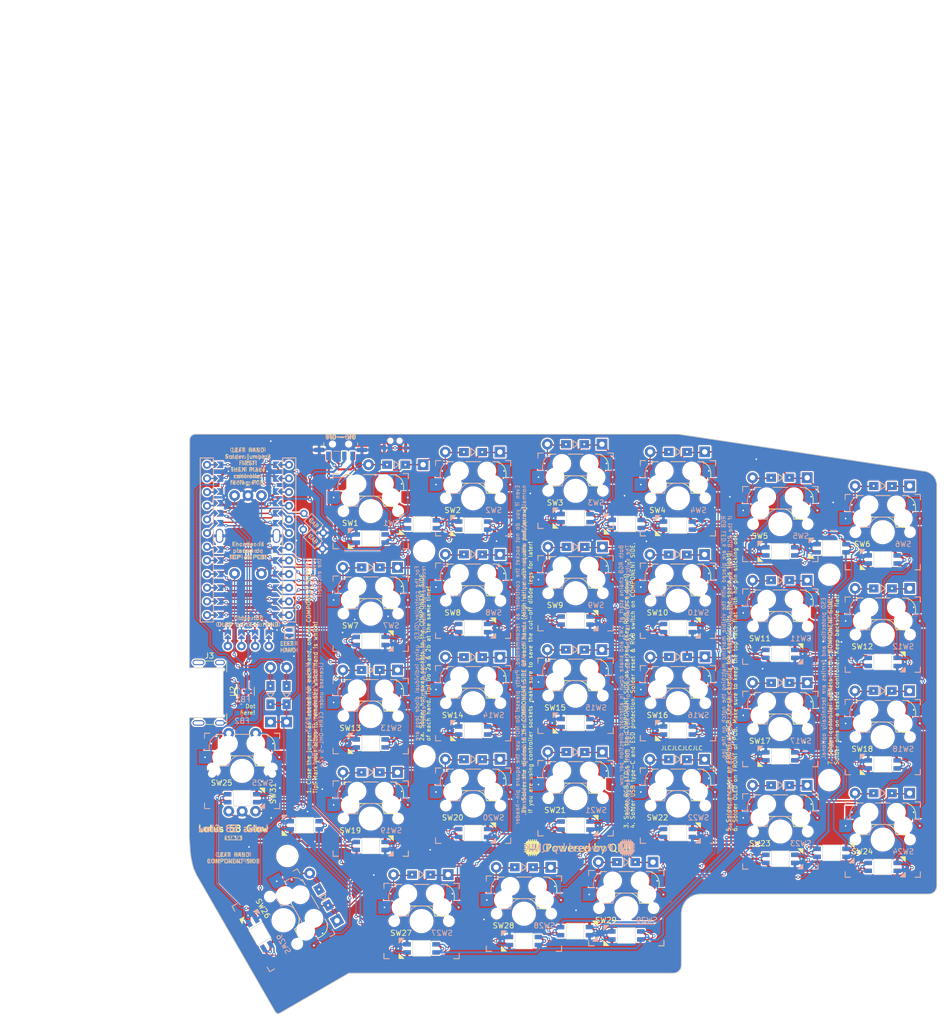
<source format=kicad_pcb>
(kicad_pcb (version 20221018) (generator pcbnew)
  (title_block (title "Lotus 58 Glow") (date "2023-09-13") (rev "v1.33") (company "Markus Knutsson <markus.knutsson@tweety.se>") (comment 1 "https://github.com/TweetyDaBird") (comment 2 "Licensed under CERN-OHL-S v2 or any superseding version"))
  (layers (0 "F.Cu" signal) (31 "B.Cu" signal) (34 "B.Paste" user) (35 "F.Paste" user) (36 "B.SilkS" user "B.Silkscreen") (37 "F.SilkS" user "F.Silkscreen") (38 "B.Mask" user) (39 "F.Mask" user) (44 "Edge.Cuts" user))
  (net 0 "")
  (net 1 "Net-(D1-A)")
  (net 2 "row4")
  (net 3 "Net-(D2-A)")
  (net 4 "Net-(D3-A)")
  (net 5 "row0")
  (net 6 "Net-(D4-A)")
  (net 7 "row1")
  (net 8 "Net-(D5-A)")
  (net 9 "row2")
  (net 10 "Net-(D6-A)")
  (net 11 "row3")
  (net 12 "Net-(D7-A)")
  (net 13 "Net-(D8-A)")
  (net 14 "Net-(D9-A)")
  (net 15 "Net-(D10-A)")
  (net 16 "Net-(D11-A)")
  (net 17 "Net-(D12-A)")
  (net 18 "Net-(D13-A)")
  (net 19 "Net-(D14-A)")
  (net 20 "Net-(D15-A)")
  (net 21 "Net-(D16-A)")
  (net 22 "Net-(D17-A)")
  (net 23 "Net-(D18-A)")
  (net 24 "Net-(D19-A)")
  (net 25 "Net-(D20-A)")
  (net 26 "Net-(D21-A)")
  (net 27 "Net-(D22-A)")
  (net 28 "Net-(D23-A)")
  (net 29 "Net-(D24-A)")
  (net 30 "Net-(D26-A)")
  (net 31 "Net-(D27-A)")
  (net 32 "Net-(D28-A)")
  (net 33 "VCC")
  (net 34 "GND")
  (net 35 "col0")
  (net 36 "col1")
  (net 37 "col2")
  (net 38 "col3")
  (net 39 "col4")
  (net 40 "col5")
  (net 41 "SDA")
  (net 42 "LED")
  (net 43 "SCL")
  (net 44 "RESET")
  (net 45 "Net-(D29-A)")
  (net 46 "DATA")
  (net 47 "Net-(D30-A)")
  (net 48 "Hand")
  (net 49 "Alt")
  (net 56 "Net-(LED1-DOUT)")
  (net 57 "Net-(LED2-DOUT)")
  (net 58 "Net-(LED3-DOUT)")
  (net 59 "Net-(LED4-DOUT)")
  (net 60 "Net-(LED5-DOUT)")
  (net 61 "Net-(LED12-DIN)")
  (net 62 "Net-(LED13-DIN)")
  (net 63 "Net-(LED7-DIN)")
  (net 64 "Net-(LED8-DIN)")
  (net 65 "Net-(LED10-DOUT)")
  (net 66 "Net-(LED10-DIN)")
  (net 67 "Net-(LED11-DIN)")
  (net 68 "Net-(LED13-DOUT)")
  (net 69 "Net-(LED14-DOUT)")
  (net 70 "Net-(LED15-DOUT)")
  (net 71 "Net-(LED16-DOUT)")
  (net 72 "Net-(LED17-DOUT)")
  (net 73 "Net-(LED18-DOUT)")
  (net 74 "Net-(LED19-DOUT)")
  (net 75 "Net-(LED19-DIN)")
  (net 76 "Net-(LED20-DIN)")
  (net 77 "Net-(LED21-DIN)")
  (net 78 "/PWR_KEY")
  (net 79 "/PWR_GLOW")
  (net 80 "RGB_LINK")
  (net 81 "Net-(LED22-DIN)")
  (net 82 "Net-(LED23-DIN)")
  (net 83 "Net-(LED25-DOUT)")
  (net 84 "EncB")
  (net 85 "EncA")
  (net 86 "Net-(LED26-DOUT)")
  (net 87 "Net-(LED27-DOUT)")
  (net 88 "Net-(LED28-DOUT)")
  (net 89 "Net-(LED30-DOUT)")
  (net 90 "Net-(LED31-DOUT)")
  (net 91 "Net-(LED32-DOUT)")
  (net 92 "Net-(LED33-DOUT)")
  (net 93 "Net-(LED34-DOUT)")
  (net 96 "Net-(J3-SHIELD)")
  (net 97 "/VCC_LINK")
  (footprint "Keyboard Common:Spacer PCB hole" (layer "F.Cu") (at 124.32538 57.40908)
    (fp_text reference "TH1" hide)
    (fp_text value "HOLE" hide)
  )
  (footprint "Keyboard Common:Spacer PCB hole" (layer "F.Cu") (at 199.7 61.8)
    (fp_text reference "TH2" hide)
    (fp_text value "HOLE" hide)
  )
  (footprint "Keyboard Common:Spacer PCB hole" (layer "F.Cu") (at 124.3965 95.5675)
    (fp_text reference "TH3" hide)
    (fp_text value "HOLE" hide)
  )
  (footprint "Keyboard Common:Spacer PCB hole" (layer "F.Cu") (at 199.7 100)
    (fp_text reference "TH4" hide)
    (fp_text value "HOLE" hide)
  )
  (footprint "Keyboard Common:Spacer PCB hole" (layer "F.Cu") (at 98.8949 114.1095 90)
    (fp_text reference "TH5" hide)
    (fp_text value "HOLE" hide)
  )
  (footprint "Keyboard Switches:SW_MX_HotSwap_Reversible" (layer "F.Cu") (at 133.45 47.6)
    (fp_text reference "SW2" hide)
    (fp_text value "Kailh hotswap MX socket" hide)
  )
  (footprint "Keyboard Switches:SW_MX_HotSwap_Reversible" (layer "F.Cu") (at 152.5 46.21)
    (fp_text reference "SW3" hide)
    (fp_text value "Kailh hotswap MX socket" hide)
  )
  (footprint "Keyboard Switches:SW_MX_HotSwap_Reversible" (layer "F.Cu") (at 171.55 47.6)
    (fp_text reference "SW4" hide)
    (fp_text value "Kailh hotswap MX socket" hide)
  )
  (footprint "Keyboard Switches:SW_MX_HotSwap_Reversible" (layer "F.Cu") (at 209.65 53.9)
    (fp_text reference "SW6" hide)
    (fp_text value "Kailh hotswap MX socket" hide)
  )
  (footprint "Keyboard Switches:SW_MX_HotSwap_Reversible" (layer "F.Cu") (at 114.4 69.05)
    (fp_text reference "SW7" hide)
    (fp_text value "Kailh hotswap MX socket" hide)
  )
  (footprint "Keyboard Switches:SW_MX_HotSwap_Reversible" (layer "F.Cu") (at 152.5 65.26)
    (fp_text reference "SW9" hide)
    (fp_text value "Kailh hotswap MX socket" hide)
  )
  (footprint "Keyboard Switches:SW_MX_HotSwap_Reversible" (layer "F.Cu") (at 171.55 66.65)
    (fp_text reference "SW10" hide)
    (fp_text value "Kailh hotswap MX socket" hide)
  )
  (footprint "Keyboard Switches:SW_MX_HotSwap_Reversible" (layer "F.Cu") (at 190.6 71.45)
    (fp_text reference "SW11" hide)
    (fp_text value "Kailh hotswap MX socket" hide)
  )
  (footprint "Keyboard Switches:SW_MX_HotSwap_Reversible" (layer "F.Cu") (at 209.65 72.95)
    (fp_text reference "SW12" hide)
    (fp_text value "Kailh hotswap MX socket" hide)
  )
  (footprint "Keyboard Switches:SW_MX_HotSwap_Reversible" (layer "F.Cu") (at 114.4 88.1)
    (fp_text reference "SW13" hide)
    (fp_text value "Kailh hotswap MX socket" hide)
  )
  (footprint "Keyboard Switches:SW_MX_HotSwap_Reversible" (layer "F.Cu") (at 133.45 85.7)
    (fp_text reference "SW14" hide)
    (fp_text value "Kailh hotswap MX socket" hide)
  )
  (footprint "Keyboard Switches:SW_MX_HotSwap_Reversible" (layer "F.Cu") (at 152.5 84.31)
    (fp_text reference "SW15" hide)
    (fp_text value "Kailh hotswap MX socket" hide)
  )
  (footprint "Keyboard Switches:SW_MX_HotSwap_Reversible" (layer "F.Cu") (at 190.6 90.5)
    (fp_text reference "SW17" hide)
    (fp_text value "Kailh hotswap MX socket" hide)
  )
  (footprint "Keyboard Switches:SW_MX_HotSwap_Reversible" (layer "F.Cu") (at 209.65 92)
    (fp_text reference "SW18" hide)
    (fp_text value "Kailh hotswap MX socket" hide)
  )
  (footprint "Keyboard Switches:SW_MX_HotSwap_Reversible" (layer "F.Cu") (at 114.4 107.15)
    (fp_text reference "SW19" hide)
    (fp_text value "Kailh hotswap MX socket" hide)
  )
  (footprint "Keyboard Switches:SW_MX_HotSwap_Reversible" (layer "F.Cu") (at 133.45 104.75)
    (fp_text reference "SW20" hide)
    (fp_text value "Kailh hotswap MX socket" hide)
  )
  (footprint "Keyboard Switches:SW_MX_HotSwap_Reversible" (layer "F.Cu") (at 152.5 103.36)
    (fp_text reference "SW21" hide)
    (fp_text value "Kailh hotswap MX socket" hide)
  )
  (footprint "Keyboard Switches:SW_MX_HotSwap_Reversible" (layer "F.Cu") (at 171.55 104.75)
    (fp_text reference "SW22" hide)
    (fp_text value "Kailh hotswap MX socket" hide)
  )
  (footprint "Keyboard Switches:SW_MX_HotSwap_Reversible" (layer "F.Cu") (at 190.6 109.55)
    (fp_text reference "SW23" hide)
    (fp_text value "Kailh hotswap MX socket" hide)
  )
  (footprint "Keyboard Switches:SW_MX_HotSwap_Reversible" (layer "F.Cu") (at 123.85 126.2)
    (fp_text reference "SW27" hide)
    (fp_text value "Kailh hotswap MX socket" hide)
  )
  (footprint "Keyboard Switches:SW_MX_HotSwap_Reversible" (layer "F.Cu") (at 142.8977 124.8283)
    (fp_text reference "SW28" hide)
    (fp_text value "Kailh hotswap MX socket" hide)
  )
  (footprint "Keyboard Switches:SW_MX_HotSwap_Reversible" (layer "F.Cu") (at 161.95 123.8)
    (fp_text reference "SW29" hide)
    (fp_text value "Kailh hotswap MX socket" hide)
  )
  (footprint "Keyboard Switches:SW_MX_HotSwap_Reversible" (layer "F.Cu") (at 114.4 50)
    (fp_text reference "SW1" hide)
    (fp_text value "Kailh hotswap MX socket" hide)
  )
  (footprint "Keyboard Switches:SW_MX_HotSwap_Reversible" (layer "F.Cu") (at 90.4748 98.2853)
    (fp_text reference "SW25" hide)
    (fp_text value "Kailh hotswap MX socket" hide)
  )
  (footprint "Keyboard Switches:SW_MX_HotSwap_Reversible" (layer "F.Cu") (at 209.65 111.05)
    (fp_text reference "SW24" hide)
    (fp_text value "Kailh hotswap MX socket" hide)
  )
  (footprint "Keyboard Switches:SW_MX_HotSwap_Reversible" (layer "F.Cu") (at 98.171 126.0475 -60)
    (fp_text reference "SW26" hide)
    (fp_text value "Kailh hotswap MX socket" hide)
  )
  (footprint "Keyboard Switches:SW_MX_HotSwap_Reversible" (layer "F.Cu") (at 171.55 85.7)
    (fp_text reference "SW16" hide)
    (fp_text value "Kailh hotswap MX socket" hide)
  )
  (footprint "Keyboard Common:SSD1306-0.91-OLED-4pin-128x32 doublesided" (layer "F.Cu") (at 91.62 56.59 -90)
    (fp_text reference "P1" hide)
    (fp_text value "OLED")
  )
  (footprint "Keyboard RGB:MX_SK6812MINI-E_REVERSIBLE" (layer "F.Cu") (at 200.125 113.522)
    (fp_text reference "LED33" hide)
    (fp_text value "SK6812MINI-E")
    (fp_line (start -1.65 -1.45) (end 1.65 -1.45) (stroke (width 0.1)) (layer "Edge.Cuts"))
    (fp_line (start -1.65 1.45) (end -1.65 -1.45) (stroke (width 0.1)) (layer "Edge.Cuts"))
    (fp_line (start 1.65 -1.45) (end 1.65 1.45) (stroke (width 0.1)) (layer "Edge.Cuts"))
    (fp_line (start 1.65 1.45) (end -1.65 1.45) (stroke (width 0.1)) (layer "Edge.Cuts"))
  )
  (footprint "Keyboard RGB:MX_SK6812MINI-E_REVERSIBLE" (layer "F.Cu") (at 152.4 128.0795)
    (fp_text reference "LED34" hide)
    (fp_text value "SK6812MINI-E")
    (fp_line (start -1.65 -1.45) (end 1.65 -1.45) (stroke (width 0.1)) (layer "Edge.Cuts"))
    (fp_line (start -1.65 1.45) (end -1.65 -1.45) (stroke (width 0.1)) (layer "Edge.Cuts"))
    (fp_line (start 1.65 -1.45) (end 1.65 1.45) (stroke (width 0.1)) (layer "Edge.Cuts"))
    (fp_line (start 1.65 1.45) (end -1.65 1.45) (stroke (width 0.1)) (layer "Edge.Cuts"))
  )
  (footprint "Keyboard RGB:MX_SK6812MINI-E_REVERSIBLE" (layer "F.Cu") (at 102.108 108.3945 180)
    (fp_text reference "LED35" hide)
    (fp_text value "SK6812MINI-E")
    (fp_line (start -1.65 -1.45) (end 1.65 -1.45) (stroke (width 0.1)) (layer "Edge.Cuts"))
    (fp_line (start -1.65 1.45) (end -1.65 -1.45) (stroke (width 0.1)) (layer "Edge.Cuts"))
    (fp_line (start 1.65 -1.45) (end 1.65 1.45) (stroke (width 0.1)) (layer "Edge.Cuts"))
    (fp_line (start 1.65 1.45) (end -1.65 1.45) (stroke (width 0.1)) (layer "Edge.Cuts"))
  )
  (footprint "Keyboard RGB:MX_SK6812MINI-E_REVERSIBLE" (layer "F.Cu") (at 200.122 56.896 180)
    (fp_text reference "LED32" hide)
    (fp_text value "SK6812MINI-E")
    (fp_line (start -1.65 -1.45) (end 1.65 -1.45) (stroke (width 0.1)) (layer "Edge.Cuts"))
    (fp_line (start -1.65 1.45) (end -1.65 -1.45) (stroke (width 0.1)) (layer "Edge.Cuts"))
    (fp_line (start 1.65 -1.45) (end 1.65 1.45) (stroke (width 0.1)) (layer "Edge.Cuts"))
    (fp_line (start 1.65 1.45) (end -1.65 1.45) (stroke (width 0.1)) (layer "Edge.Cuts"))
  )
  (footprint "Keyboard RGB:MX_SK6812MINI-E_REVERSIBLE" (layer "F.Cu") (at 123.9235 52.451 180)
    (fp_text reference "LED30" hide)
    (fp_text value "SK6812MINI-E")
    (fp_line (start -1.65 -1.45) (end 1.65 -1.45) (stroke (width 0.1)) (layer "Edge.Cuts"))
    (fp_line (start -1.65 1.45) (end -1.65 -1.45) (stroke (width 0.1)) (layer "Edge.Cuts"))
    (fp_line (start 1.65 -1.45) (end 1.65 1.45) (stroke (width 0.1)) (layer "Edge.Cuts"))
    (fp_line (start 1.65 1.45) (end -1.65 1.45) (stroke (width 0.1)) (layer "Edge.Cuts"))
  )
  (footprint "Keyboard Encoders:Encoder_Alps_EC11E_Small" (layer "F.Cu") (at 91.567 54.594 -90)
    (fp_text reference "SW30" hide)
    (fp_text value "Rotary_Encoder_Switch" hide)
  )
  (footprint "Keyboard Controllers:ProMicro_jumpers_V2" (layer "F.Cu") (at 91.567 55.35)
    (fp_text reference "U1" hide)
    (fp_text value "ProMicro")
  )
  (footprint "Keyboard Switches:SW_MX_HotSwap_Reversible" (layer "F.Cu") (at 190.6 52.4)
    (fp_text reference "SW5" hide)
    (fp_text value "Kailh hotswap MX socket" hide)
  )
  (footprint "Keyboard Encoders:Encoder_Alps_EC11E_Offset_pad" (layer "F.Cu") (at 90.4748 98.2853 90)
    (fp_text reference "SW31" hide)
    (fp_text value "Rotary_Encoder_Switch")
  )
  (footprint "Keyboard RGB:MX_SK6812MINI-E_REVERSIBLE" (layer "F.Cu") (at 162.0285 52.3875 180)
    (fp_text reference "LED31" hide)
    (fp_text value "SK6812MINI-E")
    (fp_line (start -1.65 -1.45) (end 1.65 -1.45) (stroke (width 0.1)) (layer "Edge.Cuts"))
    (fp_line (start -1.65 1.45) (end -1.65 -1.45) (stroke (width 0.1)) (layer "Edge.Cuts"))
    (fp_line (start 1.65 -1.45) (end 1.65 1.45) (stroke (width 0.1)) (layer "Edge.Cuts"))
    (fp_line (start 1.65 1.45) (end -1.65 1.45) (stroke (width 0.1)) (layer "Edge.Cuts"))
  )
  (footprint "Keyboard Common:Jumper_Mini" (layer "F.Cu") (at 99.28 72.59 -90)
    (fp_text reference "JP3" hide)
    (fp_text value "LEFT" hide)
  )
  (footprint "Keyboard Switches:SW_MX_HotSwap_Reversible" (layer "F.Cu") (at 133.45 66.65)
    (fp_text reference "SW8" hide)
    (fp_text value "Kailh hotswap MX socket" hide)
  )
  (footprint "Keyboard RGB:MX_SK6812MINI-E_REVERSIBLE" (layer "F.Cu") (at 114.4 55.08 180)
    (fp_text reference "LED1" hide)
    (fp_text value "SK6812MINI-E")
    (fp_line (start -1.65 -1.45) (end 1.65 -1.45) (stroke (width 0.1)) (layer "Edge.Cuts"))
    (fp_line (start -1.65 1.45) (end -1.65 -1.45) (stroke (width 0.1)) (layer "Edge.Cuts"))
    (fp_line (start 1.65 -1.45) (end 1.65 1.45) (stroke (width 0.1)) (layer "Edge.Cuts"))
    (fp_line (start 1.65 1.45) (end -1.65 1.45) (stroke (width 0.1)) (layer "Edge.Cuts"))
  )
  (footprint "Keyboard RGB:MX_SK6812MINI-E_REVERSIBLE" (layer "F.Cu") (at 133.45 52.68 180)
    (fp_text reference "LED2" hide)
    (fp_text value "SK6812MINI-E")
    (fp_line (start -1.65 -1.45) (end 1.65 -1.45) (stroke (width 0.1)) (layer "Edge.Cuts"))
    (fp_line (start -1.65 1.45) (end -1.65 -1.45) (stroke (width 0.1)) (layer "Edge.Cuts"))
    (fp_line (start 1.65 -1.45) (end 1.65 1.45) (stroke (width 0.1)) (layer "Edge.Cuts"))
    (fp_line (start 1.65 1.45) (end -1.65 1.45) (stroke (width 0.1)) (layer "Edge.Cuts"))
  )
  (footprint "Keyboard RGB:MX_SK6812MINI-E_REVERSIBLE" (layer "F.Cu") (at 152.5 51.29 180)
    (fp_text reference "LED3" hide)
    (fp_text value "SK6812MINI-E")
    (fp_line (start -1.65 -1.45) (end 1.65 -1.45) (stroke (width 0.1)) (layer "Edge.Cuts"))
    (fp_line (start -1.65 1.45) (end -1.65 -1.45) (stroke (width 0.1)) (layer "Edge.Cuts"))
    (fp_line (start 1.65 -1.45) (end 1.65 1.45) (stroke (width 0.1)) (layer "Edge.Cuts"))
    (fp_line (start 1.65 1.45) (end -1.65 1.45) (stroke (width 0.1)) (layer "Edge.Cuts"))
  )
  (footprint "Keyboard RGB:MX_SK6812MINI-E_REVERSIBLE" (layer "F.Cu") (at 171.55 52.68 180)
    (fp_text reference "LED4" hide)
    (fp_text value "SK6812MINI-E")
    (fp_line (start -1.65 -1.45) (end 1.65 -1.45) (stroke (width 0.1)) (layer "Edge.Cuts"))
    (fp_line (start -1.65 1.45) (end -1.65 -1.45) (stroke (width 0.1)) (layer "Edge.Cuts"))
    (fp_line (start 1.65 -1.45) (end 1.65 1.45) (stroke (width 0.1)) (layer "Edge.Cuts"))
    (fp_line (start 1.65 1.45) (end -1.65 1.45) (stroke (width 0.1)) (layer "Edge.Cuts"))
  )
  (footprint "Keyboard RGB:MX_SK6812MINI-E_REVERSIBLE" (layer "F.Cu") (at 190.6 57.48 180)
    (fp_text reference "LED5" hide)
    (fp_text value "SK6812MINI-E")
    (fp_line (start -1.65 -1.45) (end 1.65 -1.45) (stroke (width 0.1)) (layer "Edge.Cuts"))
    (fp_line (start -1.65 1.45) (end -1.65 -1.45) (stroke (width 0.1)) (layer "Edge.Cuts"))
    (fp_line (start 1.65 -1.45) (end 1.65 1.45) (stroke (width 0.1)) (layer "Edge.Cuts"))
    (fp_line (start 1.65 1.45) (end -1.65 1.45) (stroke (width 0.1)) (layer "Edge.Cuts"))
  )
  (footprint "Keyboard RGB:MX_SK6812MINI-E_REVERSIBLE" (layer "F.Cu") (at 209.65 58.98 180)
    (fp_text reference "LED6" hide)
    (fp_text value "SK6812MINI-E")
    (fp_line (start -1.65 -1.45) (end 1.65 -1.45) (stroke (width 0.1)) (layer "Edge.Cuts"))
    (fp_line (start -1.65 1.45) (end -1.65 -1.45) (stroke (width 0.1)) (layer "Edge.Cuts"))
    (fp_line (start 1.65 -1.45) (end 1.65 1.45) (stroke (width 0.1)) (layer "Edge.Cuts"))
    (fp_line (start 1.65 1.45) (end -1.65 1.45) (stroke (width 0.1)) (layer "Edge.Cuts"))
  )
  (footprint "Keyboard RGB:MX_SK6812MINI-E_REVERSIBLE" (layer "F.Cu") (at 114.4 74.13)
    (fp_text reference "LED7" hide)
    (fp_text value "SK6812MINI-E")
    (fp_line (start -1.65 -1.45) (end 1.65 -1.45) (stroke (width 0.1)) (layer "Edge.Cuts"))
    (fp_line (start -1.65 1.45) (end -1.65 -1.45) (stroke (width 0.1)) (layer "Edge.Cuts"))
    (fp_line (start 1.65 -1.45) (end 1.65 1.45) (stroke (width 0.1)) (layer "Edge.Cuts"))
    (fp_line (start 1.65 1.45) (end -1.65 1.45) (stroke (width 0.1)) (layer "Edge.Cuts"))
  )
  (footprint "Keyboard RGB:MX_SK6812MINI-E_REVERSIBLE" (layer "F.Cu") (at 133.45 71.73)
    (fp_text reference "LED8" hide)
    (fp_text value "SK6812MINI-E")
    (fp_line (start -1.65 -1.45) (end 1.65 -1.45) (stroke (width 0.1)) (layer "Edge.Cuts"))
    (fp_line (start -1.65 1.45) (end -1.65 -1.45) (stroke (width 0.1)) (layer "Edge.Cuts"))
    (fp_line (start 1.65 -1.45) (end 1.65 1.45) (stroke (width 0.1)) (layer "Edge.Cuts"))
    (fp_line (start 1.65 1.45) (end -1.65 1.45) (stroke (width 0.1)) (layer "Edge.Cuts"))
  )
  (footprint "Keyboard RGB:MX_SK6812MINI-E_REVERSIBLE" (layer "F.Cu") (at 152.5 70.34)
    (fp_text reference "LED9" hide)
    (fp_text value "SK6812MINI-E")
    (fp_line (start -1.65 -1.45) (end 1.65 -1.45) (stroke (width 0.1)) (layer "Edge.Cuts"))
    (fp_line (start -1.65 1.45) (end -1.65 -1.45) (stroke (width 0.1)) (layer "Edge.Cuts"))
    (fp_line (start 1.65 -1.45) (end 1.65 1.45) (stroke (width 0.1)) (layer "Edge.Cuts"))
    (fp_line (start 1.65 1.45) (end -1.65 1.45) (stroke (width 0.1)) (layer "Edge.Cuts"))
  )
  (footprint "Keyboard RGB:MX_SK6812MINI-E_REVERSIBLE" (layer "F.Cu") (at 171.55 71.73)
    (fp_text reference "LED10" hide)
    (fp_text value "SK6812MINI-E")
    (fp_line (start -1.65 -1.45) (end 1.65 -1.45) (stroke (width 0.1)) (layer "Edge.Cuts"))
    (fp_line (start -1.65 1.45) (end -1.65 -1.45) (stroke (width 0.1)) (layer "Edge.Cuts"))
    (fp_line (start 1.65 -1.45) (end 1.65 1.45) (stroke (width 0.1)) (layer "Edge.Cuts"))
    (fp_line (start 1.65 1.45) (end -1.65 1.45) (stroke (width 0.1)) (layer "Edge.Cuts"))
  )
  (footprint "Keyboard RGB:MX_SK6812MINI-E_REVERSIBLE" (layer "F.Cu") (at 190.6 76.53)
    (fp_text reference "LED11" hide)
    (fp_text value "SK6812MINI-E")
    (fp_line (start -1.65 -1.45) (end 1.65 -1.45) (stroke (width 0.1)) (layer "Edge.Cuts"))
    (fp_line (start -1.65 1.45) (end -1.65 -1.45) (stroke (width 0.1)) (layer "Edge.Cuts"))
    (fp_line (start 1.65 -1.45) (end 1.65 1.45) (stroke (width 0.1)) (layer "Edge.Cuts"))
    (fp_line (start 1.65 1.45) (end -1.65 1.45) (stroke (width 0.1)) (layer "Edge.Cuts"))
  )
  (footprint "Keyboard RGB:MX_SK6812MINI-E_REVERSIBLE" (layer "F.Cu") (at 209.65 78.03)
    (fp_text reference "LED12" hide)
    (fp_text value "SK6812MINI-E")
    (fp_line (start -1.65 -1.45) (end 1.65 -1.45) (stroke (width 0.1)) (layer "Edge.Cuts"))
    (fp_line (start -1.65 1.45) (end -1.65 -1.45) (stroke (width 0.1)) (layer "Edge.Cuts"))
    (fp_line (start 1.65 -1.45) (end 1.65 1.45) (stroke (width 0.1)) (layer "Edge.Cuts"))
    (fp_line (start 1.65 1.45) (end -1.65 1.45) (stroke (width 0.1)) (layer "Edge.Cuts"))
  )
  (footprint "Keyboard RGB:MX_SK6812MINI-E_REVERSIBLE" (layer "F.Cu") (at 114.4 93.18 180)
    (fp_text reference "LED13" hide)
    (fp_text value "SK6812MINI-E")
    (fp_line (start -1.65 -1.45) (end 1.65 -1.45) (stroke (width 0.1)) (layer "Edge.Cuts"))
    (fp_line (start -1.65 1.45) (end -1.65 -1.45) (stroke (width 0.1)) (layer "Edge.Cuts"))
    (fp_line (start 1.65 -1.45) (end 1.65 1.45) (stroke (width 0.1)) (layer "Edge.Cuts"))
    (fp_line (start 1.65 1.45) (end -1.65 1.45) (stroke (width 0.1)) (layer "Edge.Cuts"))
  )
  (footprint "Keyboard RGB:MX_SK6812MINI-E_REVERSIBLE" (layer "F.Cu") (at 133.45 90.78 180)
    (fp_text reference "LED14" hide)
    (fp_text value "SK6812MINI-E")
    (fp_line (start -1.65 -1.45) (end 1.65 -1.45) (stroke (width 0.1)) (layer "Edge.Cuts"))
    (fp_line (start -1.65 1.45) (end -1.65 -1.45) (stroke (width 0.1)) (layer "Edge.Cuts"))
    (fp_line (start 1.65 -1.45) (end 1.65 1.45) (stroke (width 0.1)) (layer "Edge.Cuts"))
    (fp_line (start 1.65 1.45) (end -1.65 1.45) (stroke (width 0.1)) (layer "Edge.Cuts"))
  )
  (footprint "Keyboard RGB:MX_SK6812MINI-E_REVERSIBLE" (layer "F.Cu") (at 152.5 89.39 180)
    (fp_text reference "LED15" hide)
    (fp_text value "SK6812MINI-E")
    (fp_line (start -1.65 -1.45) (end 1.65 -1.45) (stroke (width 0.1)) (layer "Edge.Cuts"))
    (fp_line (start -1.65 1.45) (end -1.65 -1.45) (stroke (width 0.1)) (layer "Edge.Cuts"))
    (fp_line (start 1.65 -1.45) (end 1.65 1.45) (stroke (width 0.1)) (layer "Edge.Cuts"))
    (fp_line (start 1.65 1.45) (end -1.65 1.45) (stroke (width 0.1)) (layer "Edge.Cuts"))
  )
  (footprint "Keyboard RGB:MX_SK6812MINI-E_REVERSIBLE" (layer "F.Cu") (at 171.55 90.78 180)
    (fp_text reference "LED16" hide)
    (fp_text value "SK6812MINI-E")
    (fp_line (start -1.65 -1.45) (end 1.65 -1.45) (stroke (width 0.1)) (layer "Edge.Cuts"))
    (fp_line (start -1.65 1.45) (end -1.65 -1.45) (stroke (width 0.1)) (layer "Edge.Cuts"))
    (fp_line (start 1.65 -1.45) (end 1.65 1.45) (stroke (width 0.1)) (layer "Edge.Cuts"))
    (fp_line (start 1.65 1.45) (end -1.65 1.45) (stroke (width 0.1)) (layer "Edge.Cuts"))
  )
  (footprint "Keyboard RGB:MX_SK6812MINI-E_REVERSIBLE" (layer "F.Cu") (at 190.6 95.58 180)
    (fp_text reference "LED17" hide)
    (fp_text value "SK6812MINI-E")
    (fp_line (start -1.65 -1.45) (end 1.65 -1.45) (stroke (width 0.1)) (layer "Edge.Cuts"))
    (fp_line (start -1.65 1.45) (end -1.65 -1.45) (stroke (width 0.1)) (layer "Edge.Cuts"))
    (fp_line (start 1.65 -1.45) (end 1.65 1.45) (stroke (width 0.1)) (layer "Edge.Cuts"))
    (fp_line (start 1.65 1.45) (end -1.65 1.45) (stroke (width 0.1)) (layer "Edge.Cuts"))
  )
  (footprint "Keyboard RGB:MX_SK6812MINI-E_REVERSIBLE" (layer "F.Cu") (at 209.65 97.08 180)
    (fp_text reference "LED18" hide)
    (fp_text value "SK6812MINI-E")
    (fp_line (start -1.65 -1.45) (end 1.65 -1.45) (stroke (width 0.1)) (layer "Edge.Cuts"))
    (fp_line (start -1.65 1.45) (end -1.65 -1.45) (stroke (width 0.1)) (layer "Edge.Cuts"))
    (fp_line (start 1.65 -1.45) (end 1.65 1.45) (stroke (width 0.1)) (layer "Edge.Cuts"))
    (fp_line (start 1.65 1.45) (end -1.65 1.45) (stroke (width 0.1)) (layer "Edge.Cuts"))
  )
  (footprint "Keyboard RGB:MX_SK6812MINI-E_REVERSIBLE" (layer "F.Cu") (at 114.4 112.23)
    (fp_text reference "LED19" hide)
    (fp_text value "SK6812MINI-E")
    (fp_line (start -1.65 -1.45) (end 1.65 -1.45) (stroke (width 0.1)) (layer "Edge.Cuts"))
    (fp_line (start -1.65 1.45) (end -1.65 -1.45) (stroke (width 0.1)) (layer "Edge.Cuts"))
    (fp_line (start 1.65 -1.45) (end 1.65 1.45) (stroke (width 0.1)) (layer "Edge.Cuts"))
    (fp_line (start 1.65 1.45) (end -1.65 1.45) (stroke (width 0.1)) (layer "Edge.Cuts"))
  )
  (footprint "Keyboard RGB:MX_SK6812MINI-E_REVERSIBLE" (layer "F.Cu") (at 133.45 109.83)
    (fp_text reference "LED20" hide)
    (fp_text value "SK6812MINI-E")
    (fp_line (start -1.65 -1.45) (end 1.65 -1.45) (stroke (width 0.1)) (layer "Edge.Cuts"))
    (fp_line (start -1.65 1.45) (end -1.65 -1.45) (stroke (width 0.1)) (layer "Edge.Cuts"))
    (fp_line (start 1.65 -1.45) (end 1.65 1.45) (stroke (width 0.1)) (layer "Edge.Cuts"))
    (fp_line (start 1.65 1.45) (end -1.65 1.45) (stroke (width 0.1)) (layer "Edge.Cuts"))
  )
  (footprint "Keyboard RGB:MX_SK6812MINI-E_REVERSIBLE" (layer "F.Cu") (at 152.5 108.44)
    (fp_text reference "LED21" hide)
    (fp_text value "SK6812MINI-E")
    (fp_line (start -1.65 -1.45) (end 1.65 -1.45) (stroke (width 0.1)) (layer "Edge.Cuts"))
    (fp_line (start -1.65 1.45) (end -1.65 -1.45) (stroke (width 0.1)) (layer "Edge.Cuts"))
    (fp_line (start 1.65 -1.45) (end 1.65 1.45) (stroke (width 0.1)) (layer "Edge.Cuts"))
    (fp_line (start 1.65 1.45) (end -1.65 1.45) (stroke (width 0.1)) (layer "Edge.Cuts"))
  )
  (footprint "Keyboard RGB:MX_SK6812MINI-E_REVERSIBLE" (layer "F.Cu") (at 171.55 109.83)
    (fp_text reference "LED22" hide)
    (fp_text value "SK6812MINI-E")
    (fp_line (start -1.65 -1.45) (end 1.65 -1.45) (stroke (width 0.1)) (layer "Edge.Cuts"))
    (fp_line (start -1.65 1.45) (end -1.65 -1.45) (stroke (width 0.1)) (layer "Edge.Cuts"))
    (fp_line (start 1.65 -1.45) (end 1.65 1.45) (stroke (width 0.1)) (layer "Edge.Cuts"))
    (fp_line (start 1.65 1.45) (end -1.65 1.45) (stroke (width 0.1)) (layer "Edge.Cuts"))
  )
  (footprint "Keyboard RGB:MX_SK6812MINI-E_REVERSIBLE" (layer "F.Cu") (at 190.6 114.63)
    (fp_text reference "LED23" hide)
    (fp_text value "SK6812MINI-E")
    (fp_line (start -1.65 -1.45) (end 1.65 -1.45) (stroke (width 0.1)) (layer "Edge.Cuts"))
    (fp_line (start -1.65 1.45) (end -1.65 -1.45) (stroke (width 0.1)) (layer "Edge.Cuts"))
    (fp_line (start 1.65 -1.45) (end 1.65 1.45) (stroke (width 0.1)) (layer "Edge.Cuts"))
    (fp_line (start 1.65 1.45) (end -1.65 1.45) (stroke (width 0.1)) (layer "Edge.Cuts"))
  )
  (footprint "Keyboard RGB:MX_SK6812MINI-E_REVERSIBLE" (layer "F.Cu") (at 209.65 116.13)
    (fp_text reference "LED24" hide)
    (fp_text value "SK6812MINI-E")
    (fp_line (start -1.65 -1.45) (end 1.65 -1.45) (stroke (width 0.1)) (layer "Edge.Cuts"))
    (fp_line (start -1.65 1.45) (end -1.65 -1.45) (stroke (width 0.1)) (layer "Edge.Cuts"))
    (fp_line (start 1.65 -1.45) (end 1.65 1.45) (stroke (width 0.1)) (layer "Edge.Cuts"))
    (fp_line (start 1.65 1.45) (end -1.65 1.45) (stroke (width 0.1)) (layer "Edge.Cuts"))
  )
  (footprint "Keyboard RGB:MX_SK6812MINI-E_REVERSIBLE" (layer "F.Cu") (at 90.4748 103.3653)
    (fp_text reference "LED25" hide)
    (fp_text value "SK6812MINI-E")
    (fp_line (start -1.65 -1.45) (end 1.65 -1.45) (stroke (width 0.1)) (layer "Edge.Cuts"))
    (fp_line (start -1.65 1.45) (end -1.65 -1.45) (stroke (width 0.1)) (layer "Edge.Cuts"))
    (fp_line (start 1.65 -1.45) (end 1.65 1.45) (stroke (width 0.1)) (layer "Edge.Cuts"))
    (fp_line (start 1.65 1.45) (end -1.65 1.45) (stroke (width 0.1)) (layer "Edge.Cuts"))
  )
  (footprint "Keyboard RGB:MX_SK6812MINI-E_REVERSIBLE" (layer "F.Cu") (at 93.771591 128.587499 120)
    (fp_text reference "LED26" hide)
    (fp_text value "SK6812MINI-E")
    (fp_line (start -1.65 -1.45) (end 1.65 -1.45) (stroke (width 0.1)) (layer "Edge.Cuts"))
    (fp_line (start -1.65 1.45) (end -1.65 -1.45) (stroke (width 0.1)) (layer "Edge.Cuts"))
    (fp_line (start 1.65 -1.45) (end 1.65 1.45) (stroke (width 0.1)) (layer "Edge.Cuts"))
    (fp_line (start 1.65 1.45) (end -1.65 1.45) (stroke (width 0.1)) (layer "Edge.Cuts"))
  )
  (footprint "Keyboard RGB:MX_SK6812MINI-E_REVERSIBLE" (layer "F.Cu") (at 123.85 131.28 180)
    (fp_text reference "LED27" hide)
    (fp_text value "SK6812MINI-E")
    (fp_line (start -1.65 -1.45) (end 1.65 -1.45) (stroke (width 0.1)) (layer "Edge.Cuts"))
    (fp_line (start -1.65 1.45) (end -1.65 -1.45) (stroke (width 0.1)) (layer "Edge.Cuts"))
    (fp_line (start 1.65 -1.45) (end 1.65 1.45) (stroke (width 0.1)) (layer "Edge.Cuts"))
    (fp_line (start 1.65 1.45) (end -1.65 1.45) (stroke (width 0.1)) (layer "Edge.Cuts"))
  )
  (footprint "Keyboard RGB:MX_SK6812MINI-E_REVERSIBLE" (layer "F.Cu") (at 142.8977 129.9083 180)
    (fp_text reference "LED28" hide)
    (fp_text value "SK6812MINI-E")
    (fp_line (start -1.65 -1.45) (end 1.65 -1.45) (stroke (width 0.1)) (layer "Edge.Cuts"))
    (fp_line (start -1.65 1.45) (end -1.65 -1.45) (stroke (width 0.1)) (layer "Edge.Cuts"))
    (fp_line (start 1.65 -1.45) (end 1.65 1.45) (stroke (width 0.1)) (layer "Edge.Cuts"))
    (fp_line (start 1.65 1.45) (end -1.65 1.45) (stroke (width 0.1)) (layer "Edge.Cuts"))
  )
  (footprint "Keyboard RGB:MX_SK6812MINI-E_REVERSIBLE" (layer "F.Cu") (at 161.95 128.88 180)
    (fp_text reference "LED29" hide)
    (fp_text value "SK6812MINI-E")
    (fp_line (start -1.65 -1.45) (end 1.65 -1.45) (stroke (width 0.1)) (layer "Edge.Cuts"))
    (fp_line (start -1.65 1.45) (end -1.65 -1.45) (stroke (width 0.1)) (layer "Edge.Cuts"))
    (fp_line (start 1.65 -1.45) (end 1.65 1.45) (stroke (width 0.1)) (layer "Edge.Cuts"))
    (fp_line (start 1.65 1.45) (end -1.65 1.45) (stroke (width 0.1)) (layer "Edge.Cuts"))
  )
  (footprint "Keyboard Common:YTS-A002" (layer "F.Cu") (at 118.91 36.91)
    (fp_text reference "RES1" hide)
    (fp_text value "TS-A002" hide)
  )
  (footprint "Keyboard Common:MSK12C02" (layer "F.Cu") (at 108.79 37.52 180)
    (fp_text reference "SW32" hide)
    (fp_text value "MSK12C02" hide)
  )
  (footprint "LCSC_Library:Molex-216990_GCT-USB45xx_HRO-TYPE-C-31-M-13x-PiMicro" (layer "F.Cu") (at 81.167 83.75 -90)
    (fp_text reference "J3")
    (fp_text value "USB_C_Receptacle_USB2.0")
    (fp_line (start -7.62 0.5) (end -4.62 0.5) (stroke (width 0.15)) (layer "Edge.Cuts"))
    (fp_line (start -4.62 0.5) (end -4.62 -5.783) (stroke (width 0.15)) (layer "Edge.Cuts"))
    (fp_line (start -4.02 -5.783) (end 4.02 -5.783) (stroke (width 0.15)) (layer "Edge.Cuts"))
    (fp_line (start 4.62 -5.783) (end 4.62 0.5) (stroke (width 0.15)) (layer "Edge.Cuts"))
    (fp_line (start 4.62 0.5) (end 7.62 0.5) (stroke (width 0.15)) (layer "Edge.Cuts"))
    (fp_arc (start -4.62 -5.783) (mid -4.32 -6.083) (end -4.02 -5.783) (stroke (width 0.15)) (layer "Edge.Cuts"))
    (fp_arc (start 4.02 -5.783) (mid 4.32 -6.083) (end 4.62 -5.783) (stroke (width 0.15)) (layer "Edge.Cuts"))
  )
  (footprint "Package_TO_SOT_SMD:SOT-23-6" (layer "F.Cu") (at 91.18 83.49 90)
    (fp_text reference "U2")
    (fp_text value "SRV05-4")
  )
  (footprint "Logotypes:qmk logo" (layer "F.Cu") (at 153.15 112.57)
    (fp_text reference "Logo1" hide)
    (fp_text value "QMK_Logo" hide)
  )
  (footprint "Keyboard Common:Diode_DO35_SOD123" (layer "B.Cu") (at 119.14 41.36 180)
    (fp_text reference "D1" hide)
    (fp_text value "1N4148/1N4148W" hide)
  )
  (footprint "Keyboard Common:Diode_DO35_SOD123" (layer "B.Cu") (at 152.42 37.56 180)
    (fp_text reference "D3" hide)
    (fp_text value "1N4148/1N4148W" hide)
  )
  (footprint "Keyboard Common:Diode_DO35_SOD123" (layer "B.Cu") (at 171.54 38.98 180)
    (fp_text reference "D4" hide)
    (fp_text value "1N4148/1N4148W" hide)
  )
  (footprint "Keyboard Common:Diode_DO35_SOD123" (layer "B.Cu") (at 209.66 45.31 180)
    (fp_text reference "D6" hide)
    (fp_text value "1N4148/1N4148W" hide)
  )
  (footprint "Keyboard Common:Diode_DO35_SOD123" (layer "B.Cu") (at 152.51 56.65 180)
    (fp_text reference "D9" hide)
    (fp_text value "1N4148/1N4148W" hide)
  )
  (footprint "Keyboard Common:Diode_DO35_SOD123" (layer "B.Cu") (at 171.5 58.06 180)
    (fp_text reference "D10" hide)
    (fp_text value "1N4148/1N4148W" hide)
  )
  (footprint "Keyboard Common:Diode_DO35_SOD123" (layer "B.Cu") (at 190.59 62.85 180)
    (fp_text reference "D11" hide)
    (fp_text value "1N4148/1N4148W" hide)
  )
  (footprint "Keyboard Common:Diode_DO35_SOD123" (layer "B.Cu") (at 209.66 64.36 180)
    (fp_text reference "D12" hide)
    (fp_text value "1N4148/1N4148W" hide)
  )
  (footprint "Keyboard Common:Diode_DO35_SOD123" (layer "B.Cu") (at 114.38 79.53 180)
    (fp_text reference "D13" hide)
    (fp_text value "1N4148/1N4148W" hide)
  )
  (footprint "Keyboard Common:Diode_DO35_SOD123" (layer "B.Cu") (at 133.44 77.14 180)
    (fp_text reference "D14" hide)
    (fp_text value "1N4148/1N4148W" hide)
  )
  (footprint "Keyboard Common:Diode_DO35_SOD123" (layer "B.Cu") (at 152.41 75.74 180)
    (fp_text reference "D15" hide)
    (fp_text value "1N4148/1N4148W" hide)
  )
  (footprint "Keyboard Common:Diode_DO35_SOD123" (layer "B.Cu") (at 171.57 77.09 180)
    (fp_text reference "D16" hide)
    (fp_text value "1N4148/1N4148W" hide)
  )
  (footprint "Keyboard Common:Diode_DO35_SOD123" (layer "B.Cu") (at 209.63 83.4 180)
    (fp_text reference "D18" hide)
    (fp_text value "1N4148/1N4148W" hide)
  )
  (footprint "Keyboard Common:Diode_DO35_SOD123" (layer "B.Cu") (at 114.38 98.56 180)
    (fp_text reference "D19" hide)
    (fp_text value "1N4148/1N4148W" hide)
  )
  (footprint "Keyboard Common:Diode_DO35_SOD123" (layer "B.Cu") (at 133.44 96.13 180)
    (fp_text reference "D20" hide)
    (fp_text value "1N4148/1N4148W" hide)
  )
  (footprint "Keyboard Common:Diode_DO35_SOD123" (layer "B.Cu") (at 152.49 94.79 180)
    (fp_text reference "D21" hide)
    (fp_text value "1N4148/1N4148W" hide)
  )
  (footprint "Keyboard Common:Diode_DO35_SOD123" (layer "B.Cu") (at 171.51 96.13 180)
    (fp_text reference "D22" hide)
    (fp_text value "1N4148/1N4148W" hide)
  )
  (footprint "Keyboard Common:Diode_DO35_SOD123" (layer "B.Cu") (at 190.58 100.95 180)
    (fp_text reference "D23" hide)
    (fp_text value "1N4148/1N4148W" hide)
  )
  (footprint "Keyboard Common:Diode_DO35_SOD123" (layer "B.Cu") (at 105.62 121.797501 120)
    (fp_text reference "D26" hide)
    (fp_text value "1N4148/1N4148W" hide)
  )
  (footprint "Keyboard Common:Diode_DO35_SOD123" (layer "B.Cu") (at 123.8 117.57 180)
    (fp_text reference "D27" hide)
    (fp_text value "1N4148/1N4148W" hide)
  )
  (footprint "Keyboard Common:Diode_DO35_SOD123" (layer "B.Cu") (at 209.65 102.43 180)
    (fp_text reference "D24" hide)
    (fp_text value "1N4148/1N4148W" hide)
  )
  (footprint "Keyboard Common:Diode_DO35_SOD123" (layer "B.Cu") (at 114.39 60.46 180)
    (fp_text reference "D7" hide)
    (fp_text value "1N4148/1N4148W" hide)
  )
  (footprint "Keyboard Common:Diode_DO35_SOD123" (layer "B.Cu") (at 133.44 58.04 180)
    (fp_text reference "D8" hide)
    (fp_text value "1N4148/1N4148W" hide)
  )
  (footprint "Keyboard Common:RESISTOR_Reversible" (layer "B.Cu") (at 103.77 52.22 -45)
    (fp_text reference "C1" hide)
    (fp_text value "100nF" hide)
  )
  (footprint "Keyboard Common:RESISTOR_Reversible" (layer "B.Cu") (at 103.64 55.19 135)
    (fp_text reference "C2" hide)
    (fp_text value "100nF" hide)
  )
  (footprint "Keyboard Common:Jumper_Mini" (layer "B.Cu") (at 99.28 72.59 -90)
    (fp_text reference "JP4" hide)
    (fp_text value "RIGHT" hide)
  )
  (footprint "Keyboard Common:Diode_DO35_SOD123" (layer "B.Cu") (at 142.89 116.21 180)
    (fp_text reference "D28" hide)
    (fp_text value "1N4148/1N4148W" hide)
  )
  (footprint "Keyboard Common:Diode_DO35_SOD123" (layer "B.Cu") (at 161.91 115.25 180)
    (fp_text reference "D29" hide)
    (fp_text value "1N4148/1N4148W" hide)
  )
  (footprint "Keyboard Common:Diode_DO35_SOD123" (layer "B.Cu") (at 133.43 39.01 180)
    (fp_text reference "D2" hide)
    (fp_text value "1N4148/1N4148W" hide)
  )
  (footprint "Keyboard Common:Diode_DO35_SOD123" (layer "B.Cu") (at 190.59 43.78 180)
    (fp_text reference "D5" hide)
    (fp_text value "1N4148/1N4148W" hide)
  )
  (footprint "Keyboard Common:Diode_DO35_SOD123" (layer "B.Cu") (at 190.6 81.9 180)
    (fp_text reference "D17" hide)
    (fp_text value "1N4148/1N4148W" hide)
  )
  (footprint "Keyboard Common:Diode_DO35_SOD123" (layer "B.Cu") (at 95.74254 84.2 90)
    (fp_text reference "D25" hide)
    (fp_text value "1N4148/1N4148W" hide)
  )
  (footprint "Keyboard Common:Diode_DO35_SOD123" (layer "B.Cu") (at 98.74 84.2 90)
    (fp_text reference "D30" hide)
    (fp_text value "1N4148/1N4148W" hide)
  )
  (footprint "Keyboard Common:YTS-A002" (layer "B.Cu") (at 118.91 36.91 180)
    (fp_text reference "RES2" hide)
    (fp_text value "TS-A002" hide)
  )
  (footprint "Capacitor_SMD:C_0603_1608Metric_Pad1.08x0.95mm_HandSolder" (layer "B.Cu") (at 90.4475 87.54)
    (fp_text reference "FB2")
    (fp_text value "Ferrite Bead")
  )
  (footprint "Logotypes:qmk logo" (layer "B.Cu") (at 153.33 112.57 180)
    (fp_text reference "Logo2" hide)
    (fp_text value "QMK_Logo" hide)
  )
  (footprint "Keyboard Common:MSK12C02" (layer "B.Cu") (at 108.79 37.52)
    (fp_text reference "SW33" hide)
    (fp_text value "MSK12C02" hide)
  )
  (footprint "Capacitor_SMD:C_0603_1608Metric_Pad1.08x0.95mm_HandSolder" (layer "B.Cu") (at 90.6 83.57)
    (fp_text reference "FB1")
    (fp_text value "Ferrite Bead")
  )
  (gr_line (start 81.4197 116.3955) (end 81.9785 117.6655) (stroke (width 0.15)) (layer "Edge.Cuts"))
  (gr_line (start 219.50172 44.1452) (end 219.70492 44.8564) (stroke (width 0.15)) (layer "Edge.Cuts"))
  (gr_line (start 219.258732 120.757048) (end 219.03678 120.940136) (stroke (width 0.15)) (layer "Edge.Cuts"))
  (gr_line (start 219.03678 120.940136) (end 218.781972 121.078352) (stroke (width 0.15)) (layer "Edge.Cuts"))
  (gr_line (start 219.667372 119.998631) (end 219.580037 120.280287) (stroke (width 0.15)) (layer "Edge.Cuts"))
  (gr_line (start 219.580037 120.280287) (end 219.441821 120.535096) (stroke (width 0.15)) (layer "Edge.Cuts"))
  (gr_line (start 219.70492 119.6848) (end 219.667372 119.998631) (stroke (width 0.15)) (layer "Edge.Cuts"))
  (gr_line (start 219.441821 120.535096) (end 219.258732 120.757048) (stroke (width 0.15)) (layer "Edge.Cuts"))
  (gr_line (start 218.781972 121.078352) (end 218.500315 121.165688) (stroke (width 0.15)) (layer "Edge.Cuts"))
  (gr_line (start 218.500315 121.165688) (end 218.18092 121.19356) (stroke (width 0.15)) (layer "Edge.Cuts"))
  (gr_line (start 172.075297 134.989392) (end 171.937081 135.244201) (stroke (width 0.15)) (layer "Edge.Cuts"))
  (gr_line (start 80.7003 36.7444) (end 80.722283 36.528775) (stroke (width 0.15)) (layer "Edge.Cuts"))
  (gr_line (start 80.722283 36.528775) (end 80.783417 36.331615) (stroke (width 0.15)) (layer "Edge.Cuts"))
  (gr_line (start 81.342063 35.77297) (end 81.539222 35.711835) (stroke (width 0.15)) (layer "Edge.Cuts"))
  (gr_line (start 81.539222 35.711835) (end 81.7544 35.6903) (stroke (width 0.15)) (layer "Edge.Cuts"))
  (gr_line (start 80.880169 36.153249) (end 81.00833 35.997883) (stroke (width 0.15)) (layer "Edge.Cuts"))
  (gr_line (start 80.783417 36.331615) (end 80.880169 36.153249) (stroke (width 0.15)) (layer "Edge.Cuts"))
  (gr_line (start 81.00833 35.997883) (end 81.163697 35.869721) (stroke (width 0.15)) (layer "Edge.Cuts"))
  (gr_line (start 81.163697 35.869721) (end 81.342063 35.77297) (stroke (width 0.15)) (layer "Edge.Cuts"))
  (gr_line (start 80.772 112.649) (end 80.899 114.1095) (stroke (width 0.15)) (layer "Edge.Cuts"))
  (gr_line (start 80.7085 111.8235) (end 80.772 112.649) (stroke (width 0.15)) (layer "Edge.Cuts"))
  (gr_line (start 171.704 35.687) (end 81.7544 35.6903) (stroke (width 0.15)) (layer "Edge.Cuts"))
  (gr_line (start 218.511891 42.96639) (end 217.79552 42.621355) (stroke (width 0.15)) (layer "Edge.Cuts"))
  (gr_line (start 81.153 115.3795) (end 81.4197 116.3955) (stroke (width 0.15)) (layer "Edge.Cuts"))
  (gr_line (start 97.119252 143.413974) (end 97.268206 143.404468) (stroke (width 0.15)) (layer "Edge.Cuts"))
  (gr_line (start 171.53204 135.649242) (end 171.277232 135.787458) (stroke (width 0.15)) (layer "Edge.Cuts"))
  (gr_line (start 96.629837 143.08815) (end 96.735295 143.222884) (stroke (width 0.15)) (layer "Edge.Cuts"))
  (gr_line (start 80.667 76.13) (end 80.7003 36.7444) (stroke (width 0.15)) (layer "Edge.Cuts"))
  (gr_line (start 80.645 110.617) (end 80.7085 111.8235) (stroke (width 0.15)) (layer "Edge.Cuts"))
  (gr_line (start 172.162633 134.707736) (end 172.075297 134.989392) (stroke (width 0.15)) (layer "Edge.Cuts"))
  (gr_line (start 80.645 110.617) (end 80.667 91.37) (stroke (width 0.15)) (layer "Edge.Cuts"))
  (gr_line (start 171.277232 135.787458) (end 170.995576 135.874793) (stroke (width 0.15)) (layer "Edge.Cuts"))
  (gr_line (start 172.19308 134.427634) (end 172.162633 134.707736) (stroke (width 0.15)) (layer "Edge.Cuts"))
  (gr_line (start 96.852328 143.322532) (end 96.98047 143.386445) (stroke (width 0.15)) (layer "Edge.Cuts"))
  (gr_line (start 171.753993 135.466153) (end 171.53204 135.649242) (stroke (width 0.15)) (layer "Edge.Cuts"))
  (gr_line (start 110.31982 135.90524) (end 170.69308 135.90524) (stroke (width 0.15)) (layer "Edge.Cuts"))
  (gr_line (start 174.356326 121.468421) (end 175.013524 121.264638) (stroke (width 0.15)) (layer "Edge.Cuts"))
  (gr_line (start 80.899 114.1095) (end 81.153 115.3795) (stroke (width 0.15)) (layer "Edge.Cuts"))
  (gr_line (start 97.426864 143.357278) (end 97.594758 143.271756) (stroke (width 0.15)) (layer "Edge.Cuts"))
  (gr_line (start 171.937081 135.244201) (end 171.753993 135.466153) (stroke (width 0.15)) (layer "Edge.Cuts"))
  (gr_line (start 97.594758 143.271756) (end 110.31982 135.90524) (stroke (width 0.15)) (layer "Edge.Cuts"))
  (gr_line (start 172.19422 124.69622) (end 172.19308 134.427634) (stroke (width 0.15)) (layer "Edge.Cuts"))
  (gr_line (start 173.243884 122.218131) (end 173.761773 121.790925) (stroke (width 0.15)) (layer "Edge.Cuts"))
  (gr_line (start 217.79552 42.621355) (end 171.704 35.687) (stroke (width 0.15)) (layer "Edge.Cuts"))
  (gr_line (start 175.719348 121.193595) (end 218.18092 121.19356) (stroke (width 0.15)) (layer "Edge.Cuts"))
  (gr_line (start 97.268206 143.404468) (end 97.426864 143.357278) (stroke (width 0.15)) (layer "Edge.Cuts"))
  (gr_line (start 172.494174 123.330573) (end 172.816678 122.73602) (stroke (width 0.15)) (layer "Edge.Cuts"))
  (gr_line (start 219.13342 43.5102) (end 219.50172 44.1452) (stroke (width 0.15)) (layer "Edge.Cuts"))
  (gr_line (start 219.70492 44.8564) (end 219.70492 119.6848) (stroke (width 0.15)) (layer "Edge.Cuts"))
  (gr_line (start 172.19422 124.69622) (end 172.290391 123.987771) (stroke (width 0.15)) (layer "Edge.Cuts"))
  (gr_line (start 172.816678 122.73602) (end 173.243884 122.218131) (stroke (width 0.15)) (layer "Edge.Cuts"))
  (gr_line (start 219.13342 43.5102) (end 218.511891 42.96639) (stroke (width 0.15)) (layer "Edge.Cuts"))
  (gr_line (start 96.735295 143.222884) (end 96.852328 143.322532) (stroke (width 0.15)) (layer "Edge.Cuts"))
  (gr_line (start 81.9785 117.6655) (end 96.629837 143.08815) (stroke (width 0.15)) (layer "Edge.Cuts"))
  (gr_line (start 170.995576 135.874793) (end 170.69308 135.90524) (stroke (width 0.15)) (layer "Edge.Cuts"))
  (gr_line (start 173.761773 121.790925) (end 174.356326 121.468421) (stroke (width 0.15)) (layer "Edge.Cuts"))
  (gr_line (start 96.98047 143.386445) (end 97.119252 143.413974) (stroke (width 0.15)) (layer "Edge.Cuts"))
  (gr_line (start 172.290391 123.987771) (end 172.494174 123.330573) (stroke (width 0.15)) (layer "Edge.Cuts"))
  (gr_line (start 175.013524 121.264638) (end 175.719348 121.193595) (stroke (width 0.15)) (layer "Edge.Cuts"))
  (gr_text "Lotus 58 Glow" (at 88.85 109.0422) (layer "B.SilkS") (effects (font (size 1.2 1.2) (thickness 0.25)) (justify mirror)))
  (gr_text "Close for \nOLED on RIGHT HAND" (at 91.575 70.475) (layer "B.SilkS") (effects (font (size 0.75 0.75) (thickness 0.12)) (justify mirror)))
  (gr_text "Encoder is\nplaced on\nTOP of PCB!\n" (at 91.567 57.35) (layer "B.SilkS") (effects (font (size 0.75 0.75) (thickness 0.12)) (justify mirror)))
  (gr_text "RIGHT HAND\nCOMPONENT SIDE" (at 88.85 114.48) (layer "B.SilkS") (effects (font (size 0.75 0.75) (thickness 0.12)) (justify mirror)))
  (gr_text "v1.3.3" (at 88.85 110.79) (layer "B.SilkS") (effects (font (size 0.75 0.75) (thickness 0.12)) (justify mirror)))
  (gr_text "RIGHT \nHAND" (at 100.95 75.25) (layer "B.SilkS") (effects (font (size 0.75 0.75) (thickness 0.12)) (justify left mirror)))
  (gr_text "Markus Knutsson 2023\nhttps://github.com/TweetyDaBird\nLicensed under CERN-OHL-S v2+" (at 103.97 78.037143 90) (layer "B.SilkS") (effects (font (size 0.75 0.75) (thickness 0.12)) (justify left mirror)))
  (gr_text "For the controller/OLED, using individual diode legs are\nrecommended, making removal/repair MUCH easier!" (at 123.61 60.07 90) (layer "B.SilkS") (effects (font (size 0.75 0.75) (thickness 0.12)) (justify left mirror)))
  (gr_text "RIGHT HAND\nSolder jumpers\nFIRST!\nTHEN Place\ncontroller\nfacing PCB." (at 91.56 41.67) (layer "B.SilkS") (effects (font (size 0.75 0.75) (thickness 0.12)) (justify mirror)))
  (gr_text "RGB LED's are placed with the visible marking matching the notch on the leg.\nIf the RGB is not working properly, resolder the pins on the LAST WORKING RGB to repair the signal!" (at 180.66 50.76 90) (layer "B.SilkS") (effects (font (size 0.75 0.75) (thickness 0.12)) (justify left mirror)))
  (gr_text "Even if you do not socket the controller as recommended, Pretty please! Do NOT use the square pin-header\nnormally supplied with the controller! They are VERY HARD to remove without PCB damage once soldered." (at 142.3 45.07 90) (layer "B.SilkS") (effects (font (size 0.75 0.75) (thickness 0.12)) (justify left mirror)))
  (gr_text "Both RGB chains start at SW1 and snake down in alternate direction per row.\nThe switch select POWER to either Under-Glow or Per-Key RGB, both can be soldered." (at 161.59 56.21 90) (layer "B.SilkS") (effects (font (size 0.75 0.75) (thickness 0.12)) (justify left mirror)))
  (gr_text "Capacitors are\nonly used for\nthe encoder!" (at 103.59 58.73 90) (layer "B.SilkS") (effects (font (size 0.75 0.75) (thickness 0.12)) (justify left mirror)))
  (gr_text "ESD protection and ferrites are technically optional,\nbut also essential to allow USB-link hot-plugging." (at 199.26 81.12 90) (layer "B.SilkS") (effects (font (size 0.75 0.75) (thickness 0.12)) (justify mirror)))
  (gr_text "Close for\nOLED on LEFT HAND" (at 91.575 70.475) (layer "F.SilkS") (effects (font (size 0.75 0.75) (thickness 0.12))))
  (gr_text "Lotus 58 Glow" (at 88.85 109.0422) (layer "F.SilkS") (effects (font (size 1.2 1.2) (thickness 0.25))))
  (gr_text "Encoder is\nplaced on\nTOP of PCB!" (at 91.567 57.35) (layer "F.SilkS") (effects (font (size 0.75 0.75) (thickness 0.12))))
  (gr_text "2b. Solder the diodes to the COMPONENT SIDE of each hand. (Align stripe with square pad/arrow).\nIf you are using controller sockets make sure to save the cut-off diode legs for later!" (at 143.5 106.245 90) (layer "F.SilkS") (effects (font (size 0.75 0.75) (thickness 0.12)) (justify left)))
  (gr_text "LEFT\nHAND" (at 97.455 75.25) (layer "F.SilkS") (effects (font (size 0.75 0.75) (thickness 0.12)) (justify left)))
  (gr_text "3. Solder RGB LED's from the COMPONENT SIDE as marked. (Key RGB face down!)\n4. Solder USB type-C and ESD protection. Solder reset & RGB switch on COMPONENT SIDE.\n" (at 162.54 109.035 90) (layer "F.SilkS") (effects (font (size 0.75 0.75) (thickness 0.12)) (justify left)))
  (gr_text "1. Close the jumper as labeled for each hand, on the COMPONENT SIDE! \nTip! Mark your sides to remember which hand is which!" (at 103.49 102.57 90) (layer "F.SilkS") (effects (font (size 0.75 0.75) (thickness 0.12)) (justify left)))
  (gr_text "v1.3.3" (at 88.85 110.79) (layer "F.SilkS") (effects (font (size 0.75 0.75) (thickness 0.12))))
  (gr_text "5. Solder encoder on FRONT of PCB. Check carefully for shortcircuits, the space is tight!\n6. Solder OLED on FRONT of PCB. Make sure to keep the top face flat with no pin sticking out." (at 181.59 109.62 90) (layer "F.SilkS") (effects (font (size 0.75 0.75) (thickness 0.12)) (justify left)))
  (gr_text locked "LEFT HAND\nSolder jumpers\nFIRST!\nTHEN Place\ncontroller\nfacing PCB." (at 91.567 41.67) (layer "F.SilkS") (effects (font (size 0.75 0.75) (thickness 0.12))))
  (gr_text "LEFT HAND\nCOMPONENT SIDE" (at 88.85 114.48) (layer "F.SilkS") (effects (font (size 0.75 0.75) (thickness 0.12))))
  (gr_text "7. Solder controller sockets on the COMPONENT SIDE. \nSolder pins on a tested controller. Keep backside flat!" (at 200.5 97.24 90) (layer "F.SilkS") (effects (font (size 0.75 0.75) (thickness 0.12)) (justify left)))
  (gr_text "2a. Solder hot-swap sockets to the COMPONENT SIDE \nof each hand. Tip! Do 2a & 2b at the same time!" (at 124.52 92.81 90) (layer "F.SilkS") (effects (font (size 0.75 0.75) (thickness 0.12)) (justify left)))
  (gr_text "^ Dot \nhere!" (at 90.02 87.91) (layer "F.SilkS") (effects (font (size 0.75 0.75) (thickness 0.12) bold) (justify left bottom)))
  (gr_text "JLCJLCJLCJLC" (at 172.27 94.05) (layer "F.SilkS") (effects (font (size 0.75 0.75) (thickness 0.12))))
  (segment (start 117.44 41.36) (end 113.98254 41.36) (width 0.25) (layer "F.Cu") (net 1))
  (segment (start 113.98254 41.36) (end 113.98 41.35746) (width 0.25) (layer "F.Cu") (net 1))
  (via (at 108.65 44.92) (size 0.6096) (drill 0.3048) (layers "F.Cu" "B.Cu") (net 1))
  (via (at 107.500002 47.46) (size 0.6096) (drill 0.3048) (layers "F.Cu" "B.Cu") (net 1))
  (segment (start 108.66 44.92) (end 112.22254 41.35746) (width 0.25) (layer "B.Cu") (net 1))
  (segment (start 108.65 44.92) (end 108.66 44.92) (width 0.25) (layer "B.Cu") (net 1))
  (segment (start 107.500002 47.46) (end 107.500002 46.069998) (width 0.25) (layer "B.Cu") (net 1))
  (segment (start 112.22254 41.35746) (end 113.98 41.35746) (width 0.25) (layer "B.Cu") (net 1))
  (segment (start 107.500002 46.069998) (end 108.65 44.92) (width 0.25) (layer "B.Cu") (net 1))
  (segment (start 128.8 117.56746) (end 128.67 117.69746) (width 0.25) (layer "F.Cu") (net 2))
  (segment (start 162.2 113.84) (end 156 113.84) (width 0.25) (layer "F.Cu") (net 2))
  (segment (start 163.66 115.3) (end 166.94746 115.3) (width 0.25) (layer "F.Cu") (net 2))
  (segment (start 95.8 67.24) (end 87.7107 67.24) (width 0.25) (layer "F.Cu") (net 2))
  (segment (start 144.59 116.21) (end 144.7083 116.3283) (width 0.25) (layer "F.Cu") (net 2))
  (segment (start 93.87 121.626432) (end 93.87 120.02) (width 0.25) (layer "F.Cu") (net 2))
  (segment (start 106.47 123.269744) (end 106.382801 123.356943) (width 0.25) (layer "F.Cu") (net 2))
  (segment (start 128.897209 117.650251) (end 143.125749 117.650251) (width 0.25) (layer "F.Cu") (net 2))
  (segment (start 153.51424 116.32576) (end 148.0083 116.32576) (width 0.25) (layer "F.Cu") (net 2))
  (segment (start 143.125749 117.650251) (end 144.566 116.21) (width 0.25) (layer "F.Cu") (net 2))
  (segment (start 96.423 66.68) (end 97.753 68.01) (width 0.25) (layer "F.Cu") (net 2))
  (segment (start 97.753 68.01) (end 100.7107 68.01) (width 0.25) (layer "F.Cu") (net 2))
  (segment (start 95.600511 123.356943) (end 93.87 121.626432) (width 0.25) (layer "F.Cu") (net 2))
  (segment (start 124.048049 119.021951) (end 114.810639 119.021951) (width 0.25) (layer "F.Cu") (net 2))
  (segment (start 148.0083 116.32576) (end 147.89 116.20746) (width 0.25) (layer "F.Cu") (net 2))
  (segment (start 163.61 115.25) (end 162.2 113.84) (width 0.25) (layer "F.Cu") (net 2))
  (segment (start 114.810639 119.021951) (end 110.562846 123.269744) (width 0.25) (layer "F.Cu") (net 2))
  (segment (start 110.562846 123.269744) (end 106.47 123.269744) (width 0.25) (layer "F.Cu") (net 2))
  (segment (start 100.7107 68.01) (end 100.9007 67.82) (width 0.25) (layer "F.Cu") (net 2))
  (segment (start 156 113.84) (end 153.51424 116.32576) (width 0.25) (layer "F.Cu") (net 2))
  (segment (start 87.7107 67.24) (end 87.47 66.9993) (width 0.25) (layer "F.Cu") (net 2))
  (segment (start 144.566 116.21) (end 144.59 116.21) (width 0.25) (layer "F.Cu") (net 2))
  (segment (start 144.7083 116.3283) (end 147.89516 116.3283) (width 0.25) (layer "F.Cu") (net 2))
  (segment (start 125.5 117.57) (end 124.048049 119.021951) (width 0.25) (layer "F.Cu") (net 2))
  (segment (start 163.61 115.25) (end 163.66 115.3) (width 0.25) (layer "F.Cu") (net 2))
  (segment (start 96.36 66.68) (end 95.8 67.24) (width 0.25) (layer "F.Cu") (net 2))
  (segment (start 106.382801 123.356943) (end 95.600511 123.356943) (width 0.25) (layer "F.Cu") (net 2))
  (segment (start 128.67 117.69746) (end 125.55254 117.69746) (width 0.25) (layer "F.Cu") (net 2))
  (via (at 93.87 120.02) (size 0.6096) (drill 0.3048) (layers "F.Cu" "B.Cu") (net 2))
  (via (at 100.9007 67.82) (size 0.6096) (drill 0.3048) (layers "F.Cu" "B.Cu") (net 2))
  (via (at 87.47 66.9993) (size 0.6096) (drill 0.3048) (layers "F.Cu" "B.Cu") (net 2))
  (segment (start 100.9007 83.5893) (end 100.9007 67.82) (width 0.25) (layer "B.Cu") (net 2))
  (segment (start 108.1222 124.921944) (end 106.47 123.269744) (width 0.25) (layer "B.Cu") (net 2))
  (segment (start 98.74 85.9) (end 98.74 89.19746) (width 0.25) (layer "B.Cu") (net 2))
  (segment (start 93.87 110.559328) (end 98.241698 106.18763) (width 0.25) (layer "B.Cu") (net 2))
  (segment (start 108.1222 126.126358) (end 108.1222 124.921944) (width 0.25) (layer "B.Cu") (net 2))
  (segment (start 98.74 89.19746) (end 98.74254 89.2) (width 0.25) (layer "B.Cu") (net 2))
  (segment (start 86.741 66.68) (end 87.0603 66.9993) (width 0.25) (layer "B.Cu") (net 2))
  (segment (start 98.74 85.9) (end 98.74 85.75) (width 0.25) (layer "B.Cu") (net 2))
  (segment (start 95.74254 85.9) (end 98.74 85.9) (width 0.25) (layer "B.Cu") (net 2))
  (segment (start 93.87 120.02) (end 93.87 110.559328) (width 0.25) (layer "B.Cu") (net 2))
  (segment (start 98.74254 89.2) (end 98.241698 89.700842) (width 0.25) (layer "B.Cu") (net 2))
  (segment (start 87.0603 66.9993) (end 87.47 66.9993) (width 0.25) (layer "B.Cu") (net 2))
  (segment (start 98.241698 89.700842) (end 98.241698 106.18763) (width 0.25) (layer "B.Cu") (net 2))
  (segment (start 98.74254 89.2) (end 95.74508 89.2) (width 0.25) (layer "B.Cu") (net 2))
  (segment (start 98.74 85.75) (end 100.9007 83.5893) (width 0.25) (layer "B.Cu") (net 2))
  (segment (start 131.73 39.01) (end 131.642 39.098) (width 0.25) (layer "F.Cu") (net 3))
  (segment (start 131.642 39.098) (end 128.29254 39.098) (width 0.25) (layer "F.Cu") (net 3))
  (via (at 127.7 42.52) (size 0.6096) (drill 0.3048) (layers "F.Cu" "B.Cu") (net 3))
  (via (at 126.55 45.06) (size 0.6096) (drill 0.3048) (layers "F.Cu" "B.Cu") (net 3))
  (segment (start 128.27 39.00746) (end 128.27 41.95) (width 0.25) (layer "B.Cu") (net 3))
  (segment (start 127.7 42.52) (end 127.7 43.91) (width 0.25) (layer "B.Cu") (net 3))
  (segment (start 127.7 43.91) (end 126.55 45.06) (width 0.25) (layer "B.Cu") (net 3))
  (segment (start 128.27 41.95) (end 127.7 42.52) (width 0.25) (layer "B.Cu") (net 3))
  (segment (start 150.57 37.71) (end 147.34254 37.71) (width 0.25) (layer "F.Cu") (net 4))
  (segment (start 150.72 37.56) (end 150.57 37.71) (width 0.25) (layer "F.Cu") (net 4))
  (via (at 145.6 43.67) (size 0.6096) (drill 0.3048) (layers "F.Cu" "B.Cu") (net 4))
  (via (at 146.75 41.13) (size 0.6096) (drill 0.3048) (layers "F.Cu" "B.Cu") (net 4))
  (segment (start 146.75 42.52) (end 145.6 43.67) (width 0.25) (layer "B.Cu") (net 4))
  (segment (start 147.26 40.62) (end 146.75 41.13) (width 0.25) (layer "B.Cu") (net 4))
  (segment (start 147.26 37.55746) (end 147.26 40.62) (width 0.25) (layer "B.Cu") (net 4))
  (segment (start 146.75 41.13) (end 146.75 42.52) (width 0.25) (layer "B.Cu") (net 4))
  (segment (start 135.13 39.01) (end 133.720049 40.419951) (width 0.25) (layer "F.Cu") (net 5))
  (segment (start 173.24 38.98) (end 171.798049 40.421951) (width 0.25) (layer "F.Cu") (net 5))
  (segment (start 106.550509 59.953801) (end 108.36931 58.135) (width 0.25) (layer "F.Cu") (net 5))
  (segment (start 125.077509 40.419951) (end 124.14 41.35746) (width 0.25) (layer "F.Cu") (net 5))
  (segment (start 214.66 45.30746) (end 214.57 45.39746) (width 0.25) (layer "F.Cu") (net 5))
  (segment (start 100.430499 58.696189) (end 100.430499 59.586189) (width 0.25) (layer "F.Cu") (net 5))
  (segment (start 171.798049 40.421951) (end 160.214491 40.421951) (width 0.25) (layer "F.Cu") (net 5))
  (segment (start 160.214491 40.421951) (end 157.42 37.62746) (width 0.25) (layer "F.Cu") (net 5))
  (segment (start 154.12 37.56) (end 152.48 39.2) (width 0.25) (layer "F.Cu") (net 5))
  (segment (start 108.36931 58.135) (end 120.2602 58.135) (width 0.25) (layer "F.Cu") (net 5))
  (segment (start 211.36 45.31) (end 209.948049 46.721951) (width 0.25) (layer "F.Cu") (net 5))
  (segment (start 124.14 41.35746) (end 120.84254 41.35746) (width 0.25) (layer "F.Cu") (net 5))
  (segment (start 120.84254 41.35746) (end 120.84 41.36) (width 0.25) (layer "F.Cu") (net 5))
  (segment (start 181.48 42.17) (end 178.28746 38.97746) (width 0.25) (layer "F.Cu") (net 5))
  (segment (start 152.48 39.2) (end 138.55454 39.2) (width 0.25) (layer "F.Cu") (net 5))
  (segment (start 138.43 39.00746) (end 138.342 39.09546) (width 0.25) (layer "F.Cu") (net 5))
  (segment (start 176.42 39.09746) (end 173.25254 39.09746) (width 0.25) (layer "F.Cu") (net 5))
  (segment (start 209.948049 46.721951) (end 198.424491 46.721951) (width 0.25) (layer "F.Cu") (net 5))
  (segment (start 192.29 43.78) (end 190.68 42.17) (width 0.25) (layer "F.Cu") (net 5))
  (segment (start 96.283133 56.980133) (end 97.348 58.045) (width 0.25) (layer "F.Cu") (net 5))
  (segment (start 198.424491 46.721951) (end 195.59 43.88746) (width 0.25) (layer "F.Cu") (net 5))
  (segment (start 157.42 37.62746) (end 157.42 37.55746) (width 0.25) (layer "F.Cu") (net 5))
  (segment (start 97.348 58.045) (end 99.77931 58.045) (width 0.25) (layer "F.Cu") (net 5))
  (segment (start 176.54 38.97746) (end 176.42 39.09746) (width 0.25) (layer "F.Cu") (net 5))
  (segment (start 138.342 39.09546) (end 135.15254 39.09546) (width 0.25) (layer "F.Cu") (net 5))
  (segment (start 178.28746 38.97746) (end 176.54 38.97746) (width 0.25) (layer "F.Cu") (net 5))
  (segment (start 195.59 43.88746) (end 195.59 43.77746) (width 0.25) (layer "F.Cu") (net 5))
  (segment (start 214.57 45.39746) (end 211.35254 45.39746) (width 0.25) (layer "F.Cu") (net 5))
  (segment (start 157.42 37.55746) (end 157.27 37.70746) (width 0.25) (layer "F.Cu") (net 5))
  (segment (start 195.59 43.77746) (end 195.47 43.89746) (width 0.25) (layer "F.Cu") (net 5))
  (segment (start 100.430499 59.586189) (end 100.798111 59.953801) (width 0.25) (layer "F.Cu") (net 5))
  (segment (start 157.27 37.70746) (end 154.20254 37.70746) (width 0.25) (layer "F.Cu") (net 5))
  (segment (start 99.77931 58.045) (end 100.430499 58.696189) (width 0.25) (layer "F.Cu") (net 5))
  (segment (start 190.68 42.17) (end 181.48 42.17) (width 0.25) (layer "F.Cu") (net 5))
  (segment (start 87.740833 56.980133) (end 96.283133 56.980133) (width 0.25) (layer "F.Cu") (net 5))
  (segment (start 133.720049 40.419951) (end 125.077509 40.419951) (width 0.25) (layer "F.Cu") (net 5))
  (segment (start 195.47 43.89746) (end 192.30254 43.89746) (width 0.25) (layer "F.Cu") (net 5))
  (segment (start 100.798111 59.953801) (end 106.550509 59.953801) (width 0.25) (layer "F.Cu") (net 5))
  (segment (start 120.2602 58.135) (end 120.44 58.3148) (width 0.25) (layer "F.Cu") (net 5))
  (via (at 87.740833 56.980133) (size 0.6096) (drill 0.3048) (layers "F.Cu" "B.Cu") (net 5))
  (via (at 120.44 58.3148) (size 0.6096) (drill 0.3048) (layers "F.Cu" "B.Cu") (net 5))
  (segment (start 118.0402 53.327268) (end 120.44 55.727068) (width 0.25) (layer "B.Cu") (net 5))
  (segment (start 114.89 44.07) (end 114.89 47.058026) (width 0.25) (layer "B.Cu") (net 5))
  (segment (start 116.28 42.68) (end 119.52 42.68) (width 0.25) (layer "B.Cu") (net 5))
  (segment (start 120.44 55.727068) (end 120.44 58.3148) (width 0.25) (layer "B.Cu") (net 5))
  (segment (start 86.711 57.12) (end 86.850867 56.980133) (width 0.25) (layer "B.Cu") (net 5))
  (segment (start 116.28 42.68) (end 114.89 44.07) (width 0.25) (layer "B.Cu") (net 5))
  (segment (start 119.52 42.68) (end 120.84 41.36) (width 0.25) (layer "B.Cu") (net 5))
  (segment (start 118.0402 50.208226) (end 118.0402 53.327268) (width 0.25) (layer "B.Cu") (net 5))
  (segment (start 86.850867 56.980133) (end 87.740833 56.980133) (width 0.25) (layer "B.Cu") (net 5))
  (segment (start 114.89 47.058026) (end 118.0402 50.208226) (width 0.25) (layer "B.Cu") (net 5))
  (segment (start 169.84 38.98) (end 169.72 39.1) (width 0.25) (layer "F.Cu") (net 6))
  (segment (start 169.72 39.1) (end 166.39254 39.1) (width 0.25) (layer "F.Cu") (net 6))
  (via (at 165.8 42.52) (size 0.6096) (drill 0.3048) (layers "F.Cu" "B.Cu") (net 6))
  (via (at 164.65 45.06) (size 0.6096) (drill 0.3048) (layers "F.Cu" "B.Cu") (net 6))
  (segment (start 166.38 38.97746) (end 166.38 41.94) (width 0.25) (layer "B.Cu") (net 6))
  (segment (start 166.38 41.94) (end 165.8 42.52) (width 0.25) (layer "B.Cu") (net 6))
  (segment (start 165.8 42.52) (end 165.8 43.91) (width 0.25) (layer "B.Cu") (net 6))
  (segment (start 165.8 43.91) (end 164.65 45.06) (width 0.25) (layer "B.Cu") (net 6))
  (segment (start 125.884655 59.559655) (end 124.89685 60.54746) (width 0.25) (layer "F.Cu") (net 7))
  (segment (start 176.41 58.14746) (end 173.25254 58.14746) (width 0.25) (layer "F.Cu") (net 7))
  (segment (start 192.29 62.85) (end 190.868049 64.271951) (width 0.25) (layer "F.Cu") (net 7))
  (segment (start 198.424491 65.771951) (end 195.59 62.93746) (width 0.25) (layer "F.Cu") (net 7))
  (segment (start 119.3 60.54746) (end 116.10254 60.54746) (width 0.25) (layer "F.Cu") (net 7))
  (segment (start 119.39 60.45746) (end 119.3 60.54746) (width 0.25) (layer "F.Cu") (net 7))
  (segment (start 164.341951 59.471951) (end 161.62746 56.75746) (width 0.25) (layer "F.Cu") (net 7))
  (segment (start 129.25 59.225) (end 128.915345 59.559655) (width 0.25) (layer "F.Cu") (net 7))
  (segment (start 182.674491 64.271951) (end 176.5 58.09746) (width 0.25) (layer "F.Cu") (net 7))
  (segment (start 211.36 64.36) (end 209.948049 65.771951) (width 0.25) (layer "F.Cu") (net 7))
  (segment (start 106.866698 60.403302) (end 108.58 58.69) (width 0.25) (layer "F.Cu") (net 7))
  (segment (start 119.48 60.54746) (end 119.39 60.45746) (width 0.25) (layer "F.Cu") (net 7))
  (segment (start 138.33 58.14746) (end 135.15254 58.14746) (width 0.25) (layer "F.Cu") (net 7))
  (segment (start 124.89685 60.54746) (end 119.48 60.54746) (width 0.25) (layer "F.Cu") (net 7))
  (segment (start 214.66 64.35746) (end 214.57 64.44746) (width 0.25) (layer "F.Cu") (net 7))
  (segment (start 114.32 58.69) (end 116.09 60.46) (width 0.25) (layer "F.Cu") (net 7))
  (segment (start 135.14 58.04) (end 133.955 59.225) (width 0.25) (layer "F.Cu") (net 7))
  (segment (start 157.51 56.64746) (end 157.4 56.75746) (width 0.25) (layer "F.Cu") (net 7))
  (segment (start 108.58 58.69) (end 114.32 58.69) (width 0.25) (layer "F.Cu") (net 7))
  (segment (start 195.59 62.84746) (end 195.49 62.94746) (width 0.25) (layer "F.Cu") (net 7))
  (segment (start 195.49 62.94746) (end 192.30254 62.94746) (width 0.25) (layer "F.Cu") (net 7))
  (segment (start 97.766302 60.403302) (end 106.866698 60.403302) (width 0.25) (layer "F.Cu") (net 7))
  (segment (start 176.5 58.05746) (end 176.41 58.14746) (width 0.25) (layer "F.Cu") (net 7))
  (segment (start 209.948049 65.771951) (end 198.424491 65.771951) (width 0.25) (layer "F.Cu") (net 7))
  (segment (start 138.44 58.03746) (end 138.33 58.14746) (width 0.25) (layer "F.Cu") (net 7))
  (segment (start 157.62 56.75746) (end 157.51 56.64746) (width 0.25) (layer "F.Cu") (net 7))
  (segment (start 173.2 58.06) (end 171.788049 59.471951) (width 0.25) (layer "F.Cu") (net 7))
  (segment (start 176.5 58.09746) (end 176.5 58.05746) (width 0.25) (layer "F.Cu") (net 7))
  (segment (start 214.57 64.44746) (end 211.35254 64.44746) (width 0.25) (layer "F.Cu") (net 7))
  (segment (start 87.5093 59.1293) (end 87.5 59.12) (width 0.25) (layer "F.Cu") (net 7))
  (segment (start 96.3237 59.1293) (end 87.5093 59.1293) (width 0.25) (layer "F.Cu") (net 7))
  (segment (start 157.4 56.75746) (end 154.20254 56.75746) (width 0.25) (layer "F.Cu") (net 7))
  (segment (start 128.915345 59.559655) (end 125.884655 59.559655) (width 0.25) (layer "F.Cu") (net 7))
  (segment (start 133.955 59.225) (end 129.25 59.225) (width 0.25) (layer "F.Cu") (net 7))
  (segment (start 161.62746 56.75746) (end 157.62 56.75746) (width 0.25) (layer "F.Cu") (net 7))
  (segment (start 152.64 58.22) (end 138.792538 58.22) (width 0.25) (layer "F.Cu") (net 7))
  (segment (start 190.868049 64.271951) (end 182.674491 64.271951) (width 0.25) (layer "F.Cu") (net 7))
  (segment (start 171.788049 59.471951) (end 164.341951 59.471951) (width 0.25) (layer "F.Cu") (net 7))
  (segment (start 96.423 59.06) (end 97.766302 60.403302) (width 0.25) (layer "F.Cu") (net 7))
  (segment (start 154.21 56.65) (end 152.64 58.22) (width 0.25) (layer "F.Cu") (net 7))
  (segment (start 195.59 62.93746) (end 195.59 62.84746) (width 0.25) (layer "F.Cu") (net 7))
  (via (at 87.5 59.12) (size 0.6096) (drill 0.3048) (layers "F.Cu" "B.Cu") (net 7))
  (segment (start 86.801 59.12) (end 87.5 59.12) (width 0.25) (layer "B.Cu") (net 7))
  (segment (start 188.77 43.9) (end 185.44254 43.9) (width 0.25) (layer "F.Cu") (net 8))
  (segment (start 188.89 43.78) (end 188.77 43.9) (width 0.25) (layer "F.Cu") (net 8))
  (via (at 184.85 47.32) (size 0.6096) (drill 0.3048) (layers "F.Cu" "B.Cu") (net 8))
  (via (at 183.7 49.86) (size 0.6096) (drill 0.3048) (layers "F.Cu" "B.Cu") (net 8))
  (segment (start 185.43 46.74) (end 184.85 47.32) (width 0.25) (layer "B.Cu") (net 8))
  (segment (start 185.43 43.77746) (end 185.43 46.74) (width 0.25) (layer "B.Cu") (net 8))
  (segment (start 184.85 48.71) (end 183.7 49.86) (width 0.25) (layer "B.Cu") (net 8))
  (segment (start 184.85 47.32) (end 184.85 48.71) (width 0.25) (layer "B.Cu") (net 8))
  (segment (start 87.57 62.41) (end 88.079 62.919) (width 0.25) (layer "F.Cu") (net 9))
  (segment (start 176.46 77.19746) (end 173.25254 77.19746) (width 0.25) (layer "F.Cu") (net 9))
  (segment (start 157.54746 75.6) (end 157.41 75.73746) (width 0.25) (layer "F.Cu") (net 9))
  (segment (start 157.34 75.80746) (end 154.20254 75.80746) (width 0.25) (layer "F.Cu") (net 9))
  (segment (start 152.65254 77.19746) (end 138.5 77.19746) (width 0.25) (layer "F.Cu") (net 9))
  (segment (start 119.4 79.09) (end 121.41 79.09) (width 0.25) (layer "F.Cu") (net 9))
  (segment (start 173.27 77.09) (end 173.27 76.22) (width 0.25) (layer "F.Cu") (net 9))
  (segment (start 100.826923 63.786923) (end 104.014177 63.786923) (width 0.25) (layer "F.Cu") (net 9))
  (segment (start 192.3 81.9) (end 190.87 80.47) (width 0.25) (layer "F.Cu") (net 9))
  (segment (start 88.079 62.919) (end 95.104 62.919) (width 0.25) (layer "F.Cu") (net 9))
  (segment (start 172.65 75.6) (end 157.54746 75.6) (width 0.25) (layer "F.Cu") (net 9))
  (segment (start 124.74 75.76) (end 133.98 75.76) (width 0.25) (layer "F.Cu") (net 9))
  (segment (start 138.44 77.13746) (end 138.38 77.19746) (width 0.25) (layer "F.Cu") (net 9))
  (segment (start 119.31 79.59746) (end 116.10254 79.59746) (width 0.25) (layer "F.Cu") (net 9))
  (segment (start 195.5 81.99746) (end 192.30254 81.99746) (width 0.25) (layer "F.Cu") (net 9))
  (segment (start 138.38 77.19746) (end 135.15254 77.19746) (width 0.25) (layer "F.Cu") (net 9))
  (segment (start 116.08 79.53) (end 116.08 80.62) (width 0.25) (layer "F.Cu") (net 9))
  (segment (start 190.87 80.47) (end 183.73 80.47) (width 0.25) (layer "F.Cu") (net 9))
  (segment (start 154.11 75.74) (end 152.65254 77.19746) (width 0.25) (layer "F.Cu") (net 9))
  (segment (start 197.92746 81.89746) (end 195.6 81.89746) (width 0.25) (layer "F.Cu") (net 9))
  (segment (start 121.41 79.09) (end 124.74 75.76) (width 0.25) (layer "F.Cu") (net 9))
  (segment (start 173.27 76.22) (end 172.65 75.6) (width 0.25) (layer "F.Cu") (net 9))
  (segment (start 183.73 80.47) (end 180.45746 77.19746) (width 0.25) (layer "F.Cu") (net 9))
  (segment (start 157.41 75.73746) (end 157.34 75.80746) (width 0.25) (layer "F.Cu") (net 9))
  (segment (start 99.92 62.88) (end 100.826923 63.786923) (width 0.25) (layer "F.Cu") (net 9))
  (segment (start 107.905 80.995) (end 107.894799 80.984799) (width 0.25) (layer "F.Cu") (net 9))
  (segment (start 133.98 75.76) (end 135.14 76.92) (width 0.25) (layer "F.Cu") (net 9))
  (segment (start 200.851951 84.821951) (end 197.92746 81.89746) (width 0.25) (layer "F.Cu") (net 9))
  (segment (start 115.705 80.995) (end 107.905 80.995) (width 0.25) (layer "F.Cu") (net 9))
  (segment (start 176.68 77.19746) (end 176.57 77.08746) (width 0.25) (layer "F.Cu") (net 9))
  (segment (start 119.38 79.52746) (end 119.31 79.59746) (width 0.25) (layer "F.Cu") (net 9))
  (segment (start 211.33 83.4) (end 209.908049 84.821951) (width 0.25) (layer "F.Cu") (net 9))
  (segment (start 180.45746 77.19746) (end 176.68 77.19746) (width 0.25) (layer "F.Cu") (net 9))
  (segment (start 195.6 81.89746) (end 195.5 81.99746) (width 0.25) (layer "F.Cu") (net 9))
  (segment (start 96.423 61.6) (end 97.703 62.88) (width 0.25) (layer "F.Cu") (net 9))
  (segment (start 138.5 77.19746) (end 138.44 77.13746) (width 0.25) (layer "F.Cu") (net 9))
  (segment (start 176.57 77.08746) (end 176.46 77.19746) (width 0.25) (layer "F.Cu") (net 9))
  (segment (start 97.703 62.88) (end 99.92 62.88) (width 0.25) (layer "F.Cu") (net 9))
  (segment (start 95.104 62.919) (end 96.423 61.6) (width 0.25) (layer "F.Cu") (net 9))
  (segment (start 214.53 83.49746) (end 211.35254 83.49746) (width 0.25) (layer "F.Cu") (net 9))
  (segment (start 214.63 83.39746) (end 214.53 83.49746) (width 0.25) (layer "F.Cu") (net 9))
  (segment (start 209.908049 84.821951) (end 200.851951 84.821951) (width 0.25) (layer "F.Cu") (net 9))
  (segment (start 116.08 80.62) (end 115.705 80.995) (width 0.25) (layer "F.Cu") (net 9))
  (segment (start 135.14 76.92) (end 135.14 77.14) (width 0.25) (layer "F.Cu") (net 9))
  (via (at 107.894799 80.984799) (size 0.6096) (drill 0.3048) (layers "F.Cu" "B.Cu") (net 9))
  (via (at 87.57 62.41) (size 0.6096) (drill 0.3048) (layers "F.Cu" "B.Cu") (net 9))
  (via (at 104.014177 63.786923) (size 0.6096) (drill 0.3048) (layers "F.Cu" "B.Cu") (net 9))
  (segment (start 87.551 62.41) (end 87.57 62.41) (width 0.25) (layer "B.Cu") (net 9))
  (segment (start 104.436923 63.786923) (end 104.014177 63.786923) (width 0.25) (layer "B.Cu") (net 9))
  (segment (start 107.894799 80.984799) (end 107.894799 77.608582) (width 0.25) (layer "B.Cu") (net 9))
  (segment (start 105.488007 75.20179) (end 105.488007 64.838007) (width 0.25) (layer "B.Cu") (net 9))
  (segment (start 86.741 61.6) (end 87.551 62.41) (width 0.25) (layer "B.Cu") (net 9))
  (segment (start 107.894799 77.608582) (end 105.488007 75.20179) (width 0.25) (layer "B.Cu") (net 9))
  (segment (start 105.488007 64.838007) (end 104.436923 63.786923) (width 0.25) (layer "B.Cu") (net 9))
  (segment (start 207.96 45.31) (end 207.87 45.4) (width 0.25) (layer "F.Cu") (net 10))
  (segment (start 207.87 45.4) (end 204.49254 45.4) (width 0.25) (layer "F.Cu") (net 10))
  (via (at 203.9 48.82) (size 0.6096) (drill 0.3048) (layers "F.Cu" "B.Cu") (net 10))
  (via (at 202.75 51.36) (size 0.6096) (drill 0.3048) (layers "F.Cu" "B.Cu") (net 10))
  (segment (start 203.9 48.82) (end 203.9 50.21) (width 0.25) (layer "B.Cu") (net 10))
  (segment (start 204.5 48.22) (end 203.9 48.82) (width 0.25) (layer "B.Cu") (net 10))
  (segment (start 203.9 50.21) (end 202.75 51.36) (width 0.25) (layer "B.Cu") (net 10))
  (segment (start 204.5 45.30746) (end 204.5 48.22) (width 0.25) (layer "B.Cu") (net 10))
  (segment (start 176.51 96.20746) (end 176.51 96.12746) (width 0.25) (layer "F.Cu") (net 11))
  (segment (start 96.423 64.257) (end 95.9 64.78) (width 0.25) (layer "F.Cu") (net 11))
  (segment (start 138.44 96.12746) (end 138.32 96.24746) (width 0.25) (layer "F.Cu") (net 11))
  (segment (start 87.8107 64.78) (end 87.55 64.5193) (width 0.25) (layer "F.Cu") (net 11))
  (segment (start 176.51 96.12746) (end 176.39 96.24746) (width 0.25) (layer "F.Cu") (net 11))
  (segment (start 214.53 102.54746) (end 211.35254 102.54746) (width 0.25) (layer "F.Cu") (net 11))
  (segment (start 209.908049 103.871951) (end 198.424491 103.871951) (width 0.25) (layer "F.Cu") (net 11))
  (segment (start 119.29 98.64746) (end 116.10254 98.64746) (width 0.25) (layer "F.Cu") (net 11))
  (segment (start 182.674491 102.371951) (end 176.51 96.20746) (width 0.25) (layer "F.Cu") (net 11))
  (segment (start 190.858049 102.371951) (end 182.674491 102.371951) (width 0.25) (layer "F.Cu") (net 11))
  (segment (start 96.423 64.14) (end 97.772122 65.489122) (width 0.25) (layer "F.Cu") (net 11))
  (segment (start 116.08 98.56) (end 114.548 97.028) (width 0.25) (layer "F.Cu") (net 11))
  (segment (start 97.772122 65.489122) (end 103.890156 65.489122) (width 0.25) (layer "F.Cu") (net 11))
  (segment (start 157.49 94.84746) (end 157.49 94.78746) (width 0.25) (layer "F.Cu") (net 11))
  (segment (start 95.9 64.78) (end 87.8107 64.78) (width 0.25) (layer "F.Cu") (net 11))
  (segment (start 157.42 94.85746) (end 154.20254 94.85746) (width 0.25) (layer "F.Cu") (net 11))
  (segment (start 119.38 98.55746) (end 119.29 98.64746) (width 0.25) (layer "F.Cu") (net 11))
  (segment (start 211.35 102.43) (end 209.908049 103.871951) (width 0.25) (layer "F.Cu") (net 11))
  (segment (start 138.32 96.24746) (end 135.15254 96.24746) (width 0.25) (layer "F.Cu") (net 11))
  (segment (start 195.48 101.04746) (end 192.30254 101.04746) (width 0.25) (layer "F.Cu") (net 11))
  (segment (start 173.21 96.13) (end 171.768049 97.571951) (width 0.25) (layer "F.Cu") (net 11))
  (segment (start 133.527499 97.742501) (end 135.14 96.13) (width 0.25) (layer "F.Cu") (net 11))
  (segment (start 195.58 100.94746) (end 195.48 101.04746) (width 0.25) (layer "F.Cu") (net 11))
  (segment (start 126.677499 97.742501) (end 133.527499 97.742501) (width 0.25) (layer "F.Cu") (net 11))
  (segment (start 176.39 96.24746) (end 173.25254 96.24746) (width 0.25) (layer "F.Cu") (net 11))
  (segment (start 157.49 94.78746) (end 157.42 94.85746) (width 0.25) (layer "F.Cu") (net 11))
  (segment (start 214.65 102.42746) (end 214.53 102.54746) (width 0.25) (layer "F.Cu") (net 11))
  (segment (start 152.62 96.36) (end 138.752538 96.36) (width 0.25) (layer "F.Cu") (net 11))
  (segment (start 120.17746 97.87) (end 126.55 97.87) (width 0.25) (layer "F.Cu") (net 11))
  (segment (start 195.58 101.02746) (end 195.58 100.94746) (width 0.25) (layer "F.Cu") (net 11))
  (segment (start 171.768049 97.571951) (end 160.214491 97.571951) (width 0.25) (layer "F.Cu") (net 11))
  (segment (start 114.548 97.028) (end 105.918 97.028) (width 0.25) (layer "F.Cu") (net 11))
  (segment (start 198.424491 103.871951) (end 195.58 101.02746) (width 0.25) (layer "F.Cu") (net 11))
  (segment (start 154.19 94.79) (end 152.62 96.36) (width 0.25) (layer "F.Cu") (net 11))
  (segment (start 192.28 100.95) (end 190.858049 102.371951) (width 0.25) (layer "F.Cu") (net 11))
  (segment (start 160.214491 97.571951) (end 157.49 94.84746) (width 0.25) (layer "F.Cu") (net 11))
  (segment (start 126.55 97.87) (end 126.677499 97.742501) (width 0.25) (layer "F.Cu") (net 11))
  (via (at 87.55 64.5193) (size 0.6096) (drill 0.3048) (layers "F.Cu" "B.Cu") (net 11))
  (via (at 103.890156 65.489122) (size 0.6096) (drill 0.3048) (layers "F.Cu" "B.Cu") (net 11))
  (via (at 105.918 97.028) (size 0.6096) (drill 0.3048) (layers "F.Cu" "B.Cu") (net 11))
  (segment (start 86.741 64.14) (end 87.1707 64.14) (width 0.25) (layer "B.Cu") (net 11))
  (segment (start 104.535 95.645) (end 104.535 65.585) (width 0.25) (layer "B.Cu") (net 11))
  (segment (start 104.535 65.585) (end 104.439122 65.489122) (width 0.25) (layer "B.Cu") (net 11))
  (segment (start 104.439122 65.489122) (end 103.890156 65.489122) (width 0.25) (layer "B.Cu") (net 11))
  (segment (start 87.1707 64.14) (end 87.55 64.5193) (width 0.25) (layer "B.Cu") (net 11))
  (segment (start 105.918 97.028) (end 104.535 95.645) (width 0.25) (layer "B.Cu") (net 11))
  (segment (start 112.69 60.46) (end 112.6 60.55) (width 0.25) (layer "F.Cu") (net 12))
  (segment (start 112.6 60.55) (end 109.24254 60.55) (width 0.25) (layer "F.Cu") (net 12))
  (via (at 107.5 66.51) (size 0.6096) (drill 0.3048) (layers "F.Cu" "B.Cu") (net 12))
  (via (at 108.65 63.97) (size 0.6096) (drill 0.3048) (layers "F.Cu" "B.Cu") (net 12))
  (segment (start 108.65 63.97) (end 107.5 65.12) (width 0.25) (layer "B.Cu") (net 12))
  (segment (start 107.5 65.12) (end 107.5 66.51) (width 0.25) (layer "B.Cu") (net 12))
  (segment (start 109.23 63.39) (end 108.65 63.97) (width 0.25) (layer "B.Cu") (net 12))
  (segment (start 109.23 60.45746) (end 109.23 63.39) (width 0.25) (layer "B.Cu") (net 12))
  (segment (start 131.74 58.04) (end 131.63 58.15) (width 0.25) (layer "F.Cu") (net 13))
  (segment (start 131.63 58.15) (end 128.29254 58.15) (width 0.25) (layer "F.Cu") (net 13))
  (via (at 127.7 61.57) (size 0.6096) (drill 0.3048) (layers "F.Cu" "B.Cu") (net 13))
  (via (at 126.55 64.11) (size 0.6096) (drill 0.3048) (layers "F.Cu" "B.Cu") (net 13))
  (segment (start 128.28 60.99) (end 127.7 61.57) (width 0.25) (layer "B.Cu") (net 13))
  (segment (start 127.7 61.57) (end 127.7 62.96) (width 0.25) (layer "B.Cu") (net 13))
  (segment (start 127.7 62.96) (end 126.55 64.11) (width 0.25) (layer "B.Cu") (net 13))
  (segment (start 128.28 58.03746) (end 128.28 60.99) (width 0.25) (layer "B.Cu") (net 13))
  (segment (start 150.81 56.65) (end 150.7 56.76) (width 0.25) (layer "F.Cu") (net 14))
  (segment (start 150.7 56.76) (end 147.34254 56.76) (width 0.25) (layer "F.Cu") (net 14))
  (via (at 145.6 62.72) (size 0.6096) (drill 0.3048) (layers "F.Cu" "B.Cu") (net 14))
  (via (at 146.75 60.18) (size 0.6096) (drill 0.3048) (layers "F.Cu" "B.Cu") (net 14))
  (segment (start 147.35 59.58) (end 146.75 60.18) (width 0.25) (layer "B.Cu") (net 14))
  (segment (start 146.75 61.57) (end 145.6 62.72) (width 0.25) (layer "B.Cu") (net 14))
  (segment (start 146.75 60.18) (end 146.75 61.57) (width 0.25) (layer "B.Cu") (net 14))
  (segment (start 147.35 56.64746) (end 147.35 59.58) (width 0.25) (layer "B.Cu") (net 14))
  (segment (start 169.71 58.15) (end 166.39254 58.15) (width 0.25) (layer "F.Cu") (net 15))
  (segment (start 169.8 58.06) (end 169.71 58.15) (width 0.25) (layer "F.Cu") (net 15))
  (via (at 165.8 61.57) (size 0.6096) (drill 0.3048) (layers "F.Cu" "B.Cu") (net 15))
  (via (at 164.65 64.11) (size 0.6096) (drill 0.3048) (layers "F.Cu" "B.Cu") (net 15))
  (segment (start 166.34 61.03) (end 165.8 61.57) (width 0.25) (layer "B.Cu") (net 15))
  (segment (start 165.8 62.96) (end 164.65 64.11) (width 0.25) (layer "B.Cu") (net 15))
  (segment (start 165.8 61.57) (end 165.8 62.96) (width 0.25) (layer "B.Cu") (net 15))
  (segment (start 166.34 58.05746) (end 166.34 61.03) (width 0.25) (layer "B.Cu") (net 15))
  (segment (start 188.79 62.95) (end 185.44254 62.95) (width 0.25) (layer "F.Cu") (net 16))
  (segment (start 188.89 62.85) (end 188.79 62.95) (width 0.25) (layer "F.Cu") (net 16))
  (via (at 184.85 66.37) (size 0.6096) (drill 0.3048) (layers "F.Cu" "B.Cu") (net 16))
  (via (at 183.7 68.91) (size 0.6096) (drill 0.3048) (layers "F.Cu" "B.Cu") (net 16))
  (segment (start 184.85 66.37) (end 184.85 67.76) (width 0.25) (layer "B.Cu") (net 16))
  (segment (start 185.43 65.79) (end 184.85 66.37) (width 0.25) (layer "B.Cu") (net 16))
  (segment (start 184.85 67.76) (end 183.7 68.91) (width 0.25) (layer "B.Cu") (net 16))
  (segment (start 185.43 62.84746) (end 185.43 65.79) (width 0.25) (layer "B.Cu") (net 16))
  (segment (start 207.96 64.36) (end 207.87 64.45) (width 0.25) (layer "F.Cu") (net 17))
  (segment (start 207.87 64.45) (end 204.49254 64.45) (width 0.25) (layer "F.Cu") (net 17))
  (via (at 202.75 70.41) (size 0.6096) (drill 0.3048) (layers "F.Cu" "B.Cu") (net 17))
  (via (at 203.9 67.87) (size 0.6096) (drill 0.3048) (layers "F.Cu" "B.Cu") (net 17))
  (segment (start 203.9 69.26) (end 202.75 70.41) (width 0.25) (layer "B.Cu") (net 17))
  (segment (start 204.5 64.35746) (end 204.5 67.27) (width 0.25) (layer "B.Cu") (net 17))
  (segment (start 204.5 67.27) (end 203.9 67.87) (width 0.25) (layer "B.Cu") (net 17))
  (segment (start 203.9 67.87) (end 203.9 69.26) (width 0.25) (layer "B.Cu") (net 17))
  (segment (start 112.61 79.6) (end 109.24254 79.6) (width 0.25) (layer "F.Cu") (net 18))
  (segment (start 112.68 79.53) (end 112.61 79.6) (width 0.25) (layer "F.Cu") (net 18))
  (via (at 107.5 85.56) (size 0.6096) (drill 0.3048) (layers "F.Cu" "B.Cu") (net 18))
  (via (at 108.65 83.02) (size 0.6096) (drill 0.3048) (layers "F.Cu" "B.Cu") (net 18))
  (segment (start 109.22 82.45) (end 108.65 83.02) (width 0.25) (layer "B.Cu") (net 18))
  (segment (start 109.22 79.52746) (end 109.22 82.45) (width 0.25) (layer "B.Cu") (net 18))
  (segment (start 108.65 84.41) (end 107.5 85.56) (width 0.25) (layer "B.Cu") (net 18))
  (segment (start 108.65 83.02) (end 108.65 84.41) (width 0.25) (layer "B.Cu") (net 18))
  (segment (start 131.68 77.2) (end 128.29254 77.2) (width 0.25) (layer "F.Cu") (net 19))
  (segment (start 131.74 77.14) (end 131.68 77.2) (width 0.25) (layer "F.Cu") (net 19))
  (via (at 126.55 83.16) (size 0.6096) (drill 0.3048) (layers "F.Cu" "B.Cu") (net 19))
  (via (at 127.7 80.62) (size 0.6096) (drill 0.3048) (layers "F.Cu" "B.Cu") (net 19))
  (segment (start 128.28 80.04) (end 127.7 80.62) (width 0.25) (layer "B.Cu") (net 19))
  (segment (start 128.28 77.13746) (end 128.28 80.04) (width 0.25) (layer "B.Cu") (net 19))
  (segment (start 127.7 80.62) (end 127.7 82.01) (width 0.25) (layer "B.Cu") (net 19))
  (segment (start 127.7 82.01) (end 126.55 83.16) (width 0.25) (layer "B.Cu") (net 19))
  (segment (start 150.71 75.74) (end 150.64 75.81) (width 0.25) (layer "F.Cu") (net 20))
  (segment (start 150.64 75.81) (end 147.34254 75.81) (width 0.25) (layer "F.Cu") (net 20))
  (via (at 146.75 79.23) (size 0.6096) (drill 0.3048) (layers "F.Cu" "B.Cu") (net 20))
  (via (at 145.6 81.77) (size 0.6096) (drill 0.3048) (layers "F.Cu" "B.Cu") (net 20))
  (segment (start 147.25 78.73) (end 146.75 79.23) (width 0.25) (layer "B.Cu") (net 20))
  (segment (start 147.25 75.73746) (end 147.25 78.73) (width 0.25) (layer "B.Cu") (net 20))
  (segment (start 146.75 80.62) (end 145.6 81.77) (width 0.25) (layer "B.Cu") (net 20))
  (segment (start 146.75 79.23) (end 146.75 80.62) (width 0.25) (layer "B.Cu") (net 20))
  (segment (start 169.76 77.2) (end 166.39254 77.2) (width 0.25) (layer "F.Cu") (net 21))
  (segment (start 169.87 77.09) (end 169.76 77.2) (width 0.25) (layer "F.Cu") (net 21))
  (via (at 165.8 80.62) (size 0.6096) (drill 0.3048) (layers "F.Cu" "B.Cu") (net 21))
  (via (at 164.65 83.16) (size 0.6096) (drill 0.3048) (layers "F.Cu" "B.Cu") (net 21))
  (segment (start 166.41 77.08746) (end 166.41 80.01) (width 0.25) (layer "B.Cu") (net 21))
  (segment (start 166.41 80.01) (end 165.8 80.62) (width 0.25) (layer "B.Cu") (net 21))
  (segment (start 165.8 80.62) (end 165.8 82.01) (width 0.25) (layer "B.Cu") (net 21))
  (segment (start 165.8 82.01) (end 164.65 83.16) (width 0.25) (layer "B.Cu") (net 21))
  (segment (start 188.8 82) (end 185.44254 82) (width 0.25) (layer "F.Cu") (net 22))
  (segment (start 188.9 81.9) (end 188.8 82) (width 0.25) (layer "F.Cu") (net 22))
  (via (at 183.7 87.96) (size 0.6096) (drill 0.3048) (layers "F.Cu" "B.Cu") (net 22))
  (via (at 184.85 85.42) (size 0.6096) (drill 0.3048) (layers "F.Cu" "B.Cu") (net 22))
  (segment (start 184.85 85.42) (end 183.7 86.57) (width 0.25) (layer "B.Cu") (net 22))
  (segment (start 185.44 81.89746) (end 185.44 84.83) (width 0.25) (layer "B.Cu") (net 22))
  (segment (start 183.7 86.57) (end 183.7 87.96) (width 0.25) (layer "B.Cu") (net 22))
  (segment (start 185.44 84.83) (end 184.85 85.42) (width 0.25) (layer "B.Cu") (net 22))
  (segment (start 207.83 83.5) (end 204.49254 83.5) (width 0.25) (layer "F.Cu") (net 23))
  (segment (start 207.93 83.4) (end 207.83 83.5) (width 0.25) (layer "F.Cu") (net 23))
  (via (at 203.9 86.92) (size 0.6096) (drill 0.3048) (layers "F.Cu" "B.Cu") (net 23))
  (via (at 202.75 89.46) (size 0.6096) (drill 0.3048) (layers "F.Cu" "B.Cu") (net 23))
  (segment (start 203.9 88.31) (end 202.75 89.46) (width 0.25) (layer "B.Cu") (net 23))
  (segment (start 204.47 86.35) (end 203.9 86.92) (width 0.25) (layer "B.Cu") (net 23))
  (segment (start 204.47 83.39746) (end 204.47 86.35) (width 0.25) (layer "B.Cu") (net 23))
  (segment (start 203.9 86.92) (end 203.9 88.31) (width 0.25) (layer "B.Cu") (net 23))
  (segment (start 112.68 98.56) (end 112.59 98.65) (width 0.25) (layer "F.Cu") (net 24))
  (segment (start 112.59 98.65) (end 109.24254 98.65) (width 0.25) (layer "F.Cu") (net 24))
  (via (at 107.5 104.61) (size 0.6096) (drill 0.3048) (layers "F.Cu" "B.Cu") (net 24))
  (via (at 108.65 102.07) (size 0.6096) (drill 0.3048) (layers "F.Cu" "B.Cu") (net 24))
  (segment (start 108.65 102.07) (end 108.65 103.46) (width 0.25) (layer "B.Cu") (net 24))
  (segment (start 109.22 98.55746) (end 109.22 101.5) (width 0.25) (layer "B.Cu") (net 24))
  (segment (start 108.65 103.46) (end 107.5 104.61) (width 0.25) (layer "B.Cu") (net 24))
  (segment (start 109.22 101.5) (end 108.65 102.07) (width 0.25) (layer "B.Cu") (net 24))
  (segment (start 128.4 96.24746) (end 131.74746 96.24746) (width 0.25) (layer "F.Cu") (net 25))
  (segment (start 128.28 96.12746) (end 128.4 96.24746) (width 0.25) (layer "F.Cu") (net 25))
  (via (at 126.55 102.21) (size 0.6096) (drill 0.3048) (layers "F.Cu" "B.Cu") (net 25))
  (via (at 127.7 99.67) (size 0.6096) (drill 0.3048) (layers "F.Cu" "B.Cu") (net 25))
  (segment (start 127.7 99.67) (end 127.7 101.06) (width 0.25) (layer "B.Cu") (net 25))
  (segment (start 128.28 99.09) (end 127.7 99.67) (width 0.25) (layer "B.Cu") (net 25))
  (segment (start 128.28 96.12746) (end 128.28 99.09) (width 0.25) (layer "B.Cu") (net 25))
  (segment (start 127.7 101.06) (end 126.55 102.21) (width 0.25) (layer "B.Cu") (net 25))
  (segment (start 150.72 94.86) (end 147.34254 94.86) (width 0.25) (layer "F.Cu") (net 26))
  (segment (start 150.79 94.79) (end 150.72 94.86) (width 0.25) (layer "F.Cu") (net 26))
  (via (at 146.75 98.28) (size 0.6096) (drill 0.3048) (layers "F.Cu" "B.Cu") (net 26))
  (via (at 145.6 100.82) (size 0.6096) (drill 0.3048) (layers "F.Cu" "B.Cu") (net 26))
  (segment (start 147.33 97.7) (end 146.75 98.28) (width 0.25) (layer "B.Cu") (net 26))
  (segment (start 147.33 94.78746) (end 147.33 97.7) (width 0.25) (layer "B.Cu") (net 26))
  (segment (start 146.75 98.28) (end 146.75 99.67) (width 0.25) (layer "B.Cu") (net 26))
  (segment (start 146.75 99.67) (end 145.6 100.82) (width 0.25) (layer "B.Cu") (net 26))
  (segment (start 169.69 96.25) (end 166.39254 96.25) (width 0.25) (layer "F.Cu") (net 27))
  (segment (start 169.81 96.13) (end 169.69 96.25) (width 0.25) (layer "F.Cu") (net 27))
  (via (at 165.8 99.67) (size 0.6096) (drill 0.3048) (layers "F.Cu" "B.Cu") (net 27))
  (via (at 164.65 102.21) (size 0.6096) (drill 0.3048) (layers "F.Cu" "B.Cu") (net 27))
  (segment (start 165.8 99.67) (end 165.8 101.06) (width 0.25) (layer "B.Cu") (net 27))
  (segment (start 166.35 96.12746) (end 166.35 99.12) (width 0.25) (layer "B.Cu") (net 27))
  (segment (start 166.35 99.12) (end 165.8 99.67) (width 0.25) (layer "B.Cu") (net 27))
  (segment (start 165.8 101.06) (end 164.65 102.21) (width 0.25) (layer "B.Cu") (net 27))
  (segment (start 188.78 101.05) (end 185.44254 101.05) (width 0.25) (layer "F.Cu") (net 28))
  (segment (start 188.88 100.95) (end 188.78 101.05) (width 0.25) (layer "F.Cu") (net 28))
  (via (at 183.7 107.01) (size 0.6096) (drill 0.3048) (layers "F.Cu" "B.Cu") (net 28))
  (via (at 184.85 104.47) (size 0.6096) (drill 0.3048) (layers "F.Cu" "B.Cu") (net 28))
  (segment (start 184.85 104.47) (end 184.85 105.86) (width 0.25) (layer "B.Cu") (net 28))
  (segment (start 185.42 103.9) (end 184.85 104.47) (width 0.25) (layer "B.Cu") (net 28))
  (segment (start 185.42 100.94746) (end 185.42 103.9) (width 0.25) (layer "B.Cu") (net 28))
  (segment (start 184.85 105.86) (end 183.7 107.01) (width 0.25) (layer "B.Cu") (net 28))
  (segment (start 207.83 102.55) (end 204.49254 102.55) (width 0.25) (layer "F.Cu") (net 29))
  (segment (start 207.95 102.43) (end 207.83 102.55) (width 0.25) (layer "F.Cu") (net 29))
  (via (at 202.75 108.51) (size 0.6096) (drill 0.3048) (layers "F.Cu" "B.Cu") (net 29))
  (via (at 203.9 105.97) (size 0.6096) (drill 0.3048) (layers "F.Cu" "B.Cu") (net 29))
  (segment (start 203.9 105.97) (end 202.75 107.12) (width 0.25) (layer "B.Cu") (net 29))
  (segment (start 204.49 102.42746) (end 204.49 105.38) (width 0.25) (layer "B.Cu") (net 29))
  (segment (start 204.49 105.38) (end 203.9 105.97) (width 0.25) (layer "B.Cu") (net 29))
  (segment (start 202.75 107.12) (end 202.75 108.51) (width 0.25) (layer "B.Cu") (net 29))
  (segment (start 103.0422 117.32754) (end 100.895723 117.32754) (width 0.25) (layer "F.Cu") (net 30))
  (segment (start 100.895723 117.32754) (end 99.695409 118.527854) (width 0.25) (layer "F.Cu") (net 30))
  (segment (start 99.695409 118.527854) (end 97.194776 118.527854) (width 0.25) (layer "F.Cu") (net 30))
  (segment (start 97.194776 118.527854) (end 96.920705 118.801925) (width 0.25) (layer "F.Cu") (net 30))
  (via (at 99.695409 118.527854) (size 0.6096) (drill 0.3048) (layers "F.Cu" "B.Cu") (net 30))
  (via (at 96.920705 118.801925) (size 0.6096) (drill 0.3048) (layers "F.Cu" "B.Cu") (net 30))
  (segment (start 104.77 120.325258) (end 104.77 119.05534) (width 0.25) (layer "B.Cu") (net 30))
  (segment (start 104.77 119.05534) (end 103.0422 117.32754) (width 0.25) (layer "B.Cu") (net 30))
  (segment (start 122.1 117.57) (end 121.97 117.7) (width 0.25) (layer "F.Cu") (net 31))
  (segment (start 121.97 117.7) (end 118.69254 117.7) (width 0.25) (layer "F.Cu") (net 31))
  (via (at 118.1 121.12) (size 0.6096) (drill 0.3048) (layers "F.Cu" "B.Cu") (net 31))
  (via (at 116.95 123.66) (size 0.6096) (drill 0.3048) (layers "F.Cu" "B.Cu") (net 31))
  (segment (start 118.1 121.12) (end 118.1 122.51) (width 0.25) (layer "B.Cu") (net 31))
  (segment (start 118.64 120.58) (end 118.1 121.12) (width 0.25) (layer "B.Cu") (net 31))
  (segment (start 118.1 122.51) (end 116.95 123.66) (width 0.25) (layer "B.Cu") (net 31))
  (segment (start 118.64 117.56746) (end 118.64 120.58) (width 0.25) (layer "B.Cu") (net 31))
  (segment (start 137.73 116.20746) (end 137.8483 116.32576) (width 0.25) (layer "F.Cu") (net 32))
  (segment (start 137.8483 116.32576) (end 141.19516 116.32576) (width 0.25) (layer "F.Cu") (net 32))
  (via (at 137.1477 119.7483) (size 0.6096) (drill 0.3048) (layers "F.Cu" "B.Cu") (net 32))
  (via (at 135.9977 122.2883) (size 0.6096) (drill 0.3048) (layers "F.Cu" "B.Cu") (net 32))
  (segment (start 137.1477 119.7483) (end 137.1477 121.1383) (width 0.25) (layer "B.Cu") (net 32))
  (segment (start 137.1477 121.1383) (end 135.9977 122.2883) (width 0.25) (layer "B.Cu") (net 32))
  (segment (start 137.73 116.20746) (end 137.73 119.166) (width 0.25) (layer "B.Cu") (net 32))
  (segment (start 137.73 119.166) (end 137.1477 119.7483) (width 0.25) (layer "B.Cu") (net 32))
  (segment (start 87.601 49.39) (end 94.833449 49.39) (width 0.4) (layer "F.Cu") (net 33))
  (segment (start 94.833449 49.39) (end 95.489349 48.7341) (width 0.4) (layer "F.Cu") (net 33))
  (segment (start 91.1825 80.27) (end 91.1825 78.2375) (width 0.4) (layer "F.Cu") (net 33))
  (segment (start 92.51 76.91) (end 91.62 77.8) (width 0.4) (layer "F.Cu") (net 33))
  (segment (start 108.09 40.83) (end 108.72 41.46) (width 0.4) (layer "F.Cu") (net 33))
  (segment (start 99.28 73.09038) (end 99.28 75.36) (width 0.4) (layer "F.Cu") (net 33))
  (segment (start 91.481 72.271) (end 91.61 72.4) (width 0.4) (layer "F.Cu") (net 33))
  (segment (start 102.95962 73.09038) (end 102.97 73.08) (width 0.4) (layer "F.Cu") (net 33))
  (segment (start 97.73 76.91) (end 92.51 76.91) (width 0.4) (layer "F.Cu") (net 33))
  (segment (start 103.09 43.69962) (end 103.09 47.84) (width 0.4) (layer "F.Cu") (net 33))
  (segment (start 99.28 75.36) (end 97.73 76.91) (width 0.4) (layer "F.Cu") (net 33))
  (segment (start 90.35 72.271) (end 91.481 72.271) (width 0.4) (layer "F.Cu") (net 33))
  (segment (start 91.1825 78.2375) (end 91.62 77.8) (width 0.4) (layer "F.Cu") (net 33))
  (segment (start 91.1825 82.35) (end 91.1825 80.27) (width 0.4) (layer "F.Cu") (net 33))
  (segment (start 108.09 39.72) (end 108.09 40.83) (width 0.4) (layer "F.Cu") (net 33))
  (segment (start 99.28 73.09038) (end 102.95962 73.09038) (width 0.4) (layer "F.Cu") (net 33))
  (segment (start 86.711 48.5) (end 87.601 49.39) (width 0.4) (layer "F.Cu") (net 33))
  (segment (start 91.18 82.3525) (end 91.1825 82.35) (width 0.4) (layer "F.Cu") (net 33))
  (via (at 103.09 47.84) (size 0.7) (drill 0.3048) (layers "F.Cu" "B.Cu") (net 33))
  (via (at 103.09 43.69962) (size 0.7) (drill 0.3048) (layers "F.Cu" "B.Cu") (net 33))
  (via (at 91.1825 80.27) (size 0.7) (drill 0.3048) (layers "F.Cu" "B.Cu") (net 33))
  (via (at 91.62 77.8) (size 0.7) (drill 0.3048) (layers "F.Cu" "B.Cu") (net 33))
  (via (at 95.489349 48.7341) (size 0.7) (drill 0.3048) (layers "F.Cu" "B.Cu") (net 33))
  (via (at 108.72 41.46) (size 0.7) (drill 0.3048) (layers "F.Cu" "B.Cu") (net 33))
  (via (at 91.61 72.4) (size 0.7) (drill 0.3048) (layers "F.Cu" "B.Cu") (net 33))
  (via (at 102.97 73.08) (size 0.7) (drill 0.3048) (layers "F.Cu" "B.Cu") (net 33))
  (segment (start 91.62 77.8) (end 91.62 72.41) (width 0.4) (layer "B.Cu") (net 33))
  (segment (start 95.723449 48.5) (end 95.489349 48.7341) (width 0.4) (layer "B.Cu") (net 33))
  (segment (start 103.689998 61.590002) (end 103.689998 48.439998) (width 0.4) (layer "B.Cu") (net 33))
  (segment (start 97.473 47.45) (end 98.22 47.45) (width 0.4) (layer "B.Cu") (net 33))
  (segment (start 96.423 48.5) (end 95.723449 48.5) (width 0.4) (layer "B.Cu") (net 33))
  (segment (start 92.89 72.271) (end 91.739 72.271) (width 0.4) (layer "B.Cu") (net 33))
  (segment (start 96.423 48.5) (end 97.473 47.45) (width 0.4) (layer "B.Cu") (net 33))
  (segment (start 91.4625 80.55) (end 91.1825 80.27) (width 0.4) (layer "B.Cu") (net 33))
  (segment (start 103.689998 48.439998) (end 103.09 47.84) (width 0.4) (layer "B.Cu") (net 33))
  (segment (start 109.49 39.72) (end 109.49 40.69) (width 0.4) (layer "B.Cu") (net 33))
  (segment (start 107.5 42.68) (end 108.72 41.46) (width 0.4) (layer "B.Cu") (net 33))
  (segment (start 98.22 47.45) (end 98.47 47.7) (width 0.4) (layer "B.Cu") (net 33))
  (segment (start 102.97 62.31) (end 103.689998 61.590002) (width 0.4) (layer "B.Cu") (net 33))
  (segment (start 109.49 40.69) (end 108.72 41.46) (width 0.4) (layer "B.Cu") (net 33))
  (segment (start 104.10962 42.68) (end 107.5 42.68) (width 0.4) (layer "B.Cu") (net 33))
  (segment (start 103.09 43.69962) (end 104.10962 42.68) (width 0.4) (layer "B.Cu") (net 33))
  (segment (start 98.47 47.7) (end 102.95 47.7) (width 0.4) (layer "B.Cu") (net 33))
  (segment (start 102.97 73.08) (end 102.97 62.31) (width 0.4) (layer "B.Cu") (net 33))
  (segment (start 102.95 47.7) (end 103.09 47.84) (width 0.4) (layer "B.Cu") (net 33))
  (segment (start 91.4625 83.57) (end 91.4625 80.55) (width 0.4) (layer "B.Cu") (net 33))
  (segment (start 91.62 72.41) (end 91.61 72.4) (width 0.4) (layer "B.Cu") (net 33))
  (segment (start 91.739 72.271) (end 91.61 72.4) (width 0.4) (layer "B.Cu") (net 33))
  (segment (start 96.423 46.793301) (end 95.735998 47.480303) (width 0.4) (layer "F.Cu") (net 34))
  (segment (start 110.79 93.93) (end 110 93.14) (width 0.4) (layer "F.Cu") (net 34))
  (segment (start 175.00563 109.08) (end 175.81063 109.885) (width 0.4) (layer "F.Cu") (net 34))
  (segment (start 98.320081 108.394637) (end 99.069944 109.1445) (width 0.4) (layer "F.Cu") (net 34))
  (segment (start 155.1 69.59) (end 155.97 69.59) (width 0.4) (layer "F.Cu") (net 34))
  (segment (start 136.58 109.08) (end 137.44 109.94) (width 0.4) (layer "F.Cu") (net 34))
  (segment (start 203.162503 112.772) (end 203.915248 113.524745) (width 0.4) (layer "F.Cu") (net 34))
  (segment (start 117 73.38) (end 117.86141 73.38) (width 0.4) (layer "F.Cu") (net 34))
  (segment (start 86.741 43.82) (end 86.741 43.319) (width 0.4) (layer "F.Cu") (net 34))
  (segment (start 94.44 103.35) (end 93.7053 102.6153) (width 0.4) (layer "F.Cu") (net 34))
  (segment (start 117.86141 73.38) (end 118.63 74.14859) (width 0.4) (layer "F.Cu") (net 34))
  (segment (start 168.414371 53.43) (end 167.7498 52.765429) (width 0.4) (layer "F.Cu") (net 34))
  (segment (start 159.35 129.63) (end 158.883612 129.63) (width 0.4) (layer "F.Cu") (net 34))
  (segment (start 148.926489 90.14) (end 148.157899 89.37141) (width 0.4) (layer "F.Cu") (net 34))
  (segment (start 96.423 46.46) (end 96.423 46.793301) (width 0.4) (layer "F.Cu") (net 34))
  (segment (start 111.8 55.83) (end 111.12 55.83) (width 0.4) (layer "F.Cu") (net 34))
  (segment (start 202.765 112.772) (end 203.162503 112.772) (width 0.4) (layer "F.Cu") (net 34))
  (segment (start 86.741 43.319) (end 87.49 42.57) (width 0.4) (layer "F.Cu") (net 34))
  (segment (start 155.04 127.3295) (end 155.443372 127.3295) (width 0.4) (layer "F.Cu") (net 34))
  (segment (start 197.482 57.646) (end 196.776 57.646) (width 0.4) (layer "F.Cu") (net 34))
  (segment (start 130.85 53.43) (end 130.360689 53.43) (width 0.4) (layer "F.Cu") (net 34))
  (segment (start 196.776 57.646) (end 196.04 56.91) (width 0.4) (layer "F.Cu") (net 34))
  (segment (start 167.7498 52.765429) (end 167.7498 52.692287) (width 0.4) (layer "F.Cu") (net 34))
  (segment (start 91.822072 125.407847) (end 91.59141 125.177185) (width 0.4) (layer "F.Cu") (net 34))
  (segment (start 87.81 72.271) (end 86.401 72.271) (width 0.4) (layer "F.Cu") (net 34))
  (segment (start 193.971685 75.78) (end 194.740275 76.54859) (width 0.4) (layer "F.Cu") (net 34))
  (segment (start 212.25 115.38) (end 212.96141 115.38) (width 0.4) (layer "F.Cu") (net 34))
  (segment (start 137.20563 70.98) (end 137.907815 71.682185) (width 0.4) (layer "F.Cu") (net 34))
  (segment (start 149.9 90.14) (end 148.926489 90.14) (width 0.4) (layer "F.Cu") (net 34))
  (segment (start 155.97 69.59) (end 156.72 70.34) (width 0.4) (layer "F.Cu") (net 34))
  (segment (start 149.9 52.04) (end 149.161409 52.04) (width 0.4) (layer "F.Cu") (net 34))
  (segment (start 120.886008 53.201) (end 120.133157 52.448149) (width 0.4) (layer "F.Cu") (net 34))
  (segment (start 96.423 48.5) (end 96.423 48.167305) (width 0.4) (layer "F.Cu") (net 34))
  (segment (start 212.96141 115.38) (end 213.73 116.14859) (width 0.4) (layer "F.Cu") (net 34))
  (segment (start 193.761412 113.88) (end 194.530002 114.64859) (width 0.4) (layer "F.Cu") (net 34))
  (segment (start 187.37 58.23) (end 186.63 57.49) (width 0.4) (layer "F.Cu") (net 34))
  (segment (start 121.2835 53.201) (end 120.886008 53.201) (width 0.4) (layer "F.Cu") (net 34))
  (segment (start 130.85 91.53) (end 129.831217 91.53) (width 0.4) (layer "F.Cu") (net 34))
  (segment (start 207.05 97.83) (end 206.594596 97.83) (width 0.4) (layer "F.Cu") (net 34))
  (segment (start 174.944225 70.98) (end 175.712815 71.74859) (width 0.4) (layer "F.Cu") (net 34))
  (segment (start 168.95 91.53) (end 167.98391 91.53) (width 0.4) (layer "F.Cu") (net 34))
  (segment (start 205.770708 58.972054) (end 206.528654 59.73) (width 0.4) (layer "F.Cu") (net 34))
  (segment (start 193.2 75.78) (end 193.971685 75.78) (width 0.4) (layer "F.Cu") (net 34))
  (segment (start 120.262824 132.03) (end 119.519198 131.286374) (width 0.4) (layer "F.Cu") (net 34))
  (segment (start 91.822072 126.710833) (end 91.822072 125.407847) (width 0.4) (layer "F.Cu") (net 34))
  (segment (start 149.161409 52.04) (end 148.43 51.308591) (width 0.4) (layer "F.Cu") (net 34))
  (segment (start 206.594596 97.83) (end 205.792297 97.027701) (width 0.4) (layer "F.Cu") (net 34))
  (segment (start 187.487722 96.33) (end 186.736046 95.578324) (width 0.4) (layer "F.Cu") (net 34))
  (segment (start 167.98391 91.53) (end 167.252501 90.798591) (width 0.4) (layer "F.Cu") (net 34))
  (segment (start 155.87141 107.69) (end 156.63852 108.45711) (width 0.4) (layer "F.Cu") (net 34))
  (segment (start 86.401 72.271) (end 86.29 72.16) (width 0.4) (layer "F.Cu") (net 34))
  (segment (start 158.883612 129.63) (end 158.033089 128.779477) (width 0.4) (layer "F.Cu") (net 34))
  (segment (start 213.74 78.03) (end 212.99 77.28) (width 0.4) (layer "F.Cu") (net 34))
  (segment (start 93.7053 102.6153) (end 93.0748 102.6153) (width 0.4) (layer "F.Cu") (net 34))
  (segment (start 193.2 113.88) (end 193.761412 113.88) (width 0.4) (layer "F.Cu") (net 34))
  (segment (start 158.240342 52.387902) (end 158.98994 53.1375) (width 0.4) (layer "F.Cu") (net 34))
  (segment (start 136.05 70.98) (end 137.20563 70.98) (width 0.4) (layer "F.Cu") (net 34))
  (segment (start 129.831217 91.53) (end 129.099808 90.798591) (width 0.4) (layer "F.Cu") (net 34))
  (segment (start 174.15 70.98) (end 174.944225 70.98) (width 0.4) (layer "F.Cu") (net 34))
  (segment (start 188 58.23) (end 187.37 58.23) (width 0.4) (layer "F.Cu") (net 34))
  (segment (start 121.25 132.03) (end 120.262824 132.03) (width 0.4) (layer "F.Cu") (net 34))
  (segment (start 118.27 112.23) (end 117.52 111.48) (width 0.4) (layer "F.Cu") (net 34))
  (segment (start 130.360689 53.43) (end 129.223047 52.292358) (width 0.4) (layer "F.Cu") (net 34))
  (segment (start 96.423 48.167305) (end 95.735998 47.480303) (width 0.4) (layer "F.Cu") (net 34))
  (segment (start 155.443372 127.3295) (end 156.190426 128.076554) (width 0.4) (layer "F.Cu") (net 34))
  (segment (start 87.49 42.57) (end 87.92 42.57) (width 0.4) (layer "F.Cu") (net 34))
  (segment (start 155.1 107.69) (end 155.87141 107.69) (width 0.4) (layer "F.Cu") (net 34))
  (segment (start 139.6383 130.6583) (end 140.2977 130.6583) (width 0.4) (layer "F.Cu") (net 34))
  (segment (start 111.12 55.83) (end 110.409698 55.119698) (width 0.4) (layer "F.Cu") (net 34))
  (segment (start 158.98994 53.1375) (end 159.3885 53.1375) (width 0.4) (layer "F.Cu") (net 34))
  (segment (start 212.99 77.28) (end 212.25 77.28) (width 0.4) (layer "F.Cu") (net 34))
  (segment (start 99.069944 109.1445) (end 99.468 109.1445) (width 0.4) (layer "F.Cu") (net 34))
  (segment (start 138.89 129.91) (end 139.6383 130.6583) (width 0.4) (layer "F.Cu") (net 34))
  (segment (start 174.15 109.08) (end 175.00563 109.08) (width 0.4) (layer "F.Cu") (net 34))
  (segment (start 111.8 93.93) (end 110.79 93.93) (width 0.4) (layer "F.Cu") (net 34))
  (via (at 100.1 76.96) (size 0.7) (drill 0.3048) (layers "F.Cu" "B.Cu") (net 34))
  (via (at 176.17 88.36) (size 0.7) (drill 0.3048) (layers "F.Cu" "B.Cu") (net 34))
  (via (at 161.61 47.13) (size 0.7) (drill 0.3048) (layers "F.Cu" "B.Cu") (net 34))
  (via (at 102.65 105.83) (size 0.7) (drill 0.3048) (layers "F.Cu" "B.Cu") (net 34))
  (via (at 110.409698 55.119698) (size 0.7) (drill 0.3048) (layers "F.Cu" "B.Cu") (net 34))
  (via (at 175.712815 71.74859) (size 0.7) (drill 0.3048) (layers "F.Cu" "B.Cu") (net 34))
  (via (at 148.43 51.308591) (size 0.7) (drill 0.3048) (layers "F.Cu" "B.Cu") (net 34))
  (via (at 156.190426 128.076554) (size 0.7) (drill 0.3048) (layers "F.Cu" "B.Cu") (net 34))
  (via (at 203.915248 113.524745) (size 0.7) (drill 0.3048) (layers "F.Cu" "B.Cu") (net 34))
  (via (at 125.46 112.96) (size 0.7) (drill 0.3048) (layers "F.Cu" "B.Cu") (net 34))
  (via (at 196.1 73.74) (size 0.7) (drill 0.3048) (layers "F.Cu" "B.Cu") (net 34))
  (via (at 167.7498 52.692287) (size 0.7) (drill 0.3048) (layers "F.Cu" "B.Cu") (net 34))
  (via (at 120.133157 52.448149) (size 0.7) (drill 0.3048) (layers "F.Cu" "B.Cu") (net 34))
  (via (at 96.95 72.1) (size 0.7) (drill 0.3048) (layers "F.Cu" "B.Cu") (net 34))
  (via (at 178.393853 49.31) (size 0.7) (drill 0.3048) (layers "F.Cu" "B.Cu") (net 34))
  (via (at 165.68 55.6) (size 0.7) (drill 0.3048) (layers "F.Cu" "B.Cu") (net 34))
  (via (at 118.27 112.23) (size 0.7) (drill 0.3048) (layers "F.Cu" "B.Cu") (net 34))
  (via (at 86.29 72.16) (size 0.7) (drill 0.3048) (layers "F.Cu" "B.Cu") (net 34))
  (via (at 117.62 69.56) (size 0.7) (drill 0.3048) (layers "F.Cu" "B.Cu") (net 34))
  (via (at 163.06 73.3348) (size 0.7) (drill 0.3048) (layers "F.Cu" "B.Cu") (net 34))
  (via (at 86.56 100.29) (size 0.7) (drill 0.3048) (layers "F.Cu" "B.Cu") (net 34))
  (via (at 118.63 74.14859) (size 0.7) (drill 0.3048) (layers "F.Cu" "B.Cu") (net 34))
  (via (at 155.63 55.3809) (size 0.7) (drill 0.3048) (layers "F.Cu" "B.Cu") (net 34))
  (via (at 195.18 93.03) (size 0.7) (drill 0.3048) (layers "F.Cu" "B.Cu") (net 34))
  (via (at 194.530002 114.64859) (size 0.7) (drill 0.3048) (layers "F.Cu" "B.Cu") (net 34))
  (via (at 94.13 100.26) (size 0.7) (drill 0.3048) (layers "F.Cu" "B.Cu") (net 34))
  (via (at 205.770708 58.972054) (size 0.7) (drill 0.3048) (layers "F.Cu" "B.Cu") (net 34))
  (via (at 175.81063 109.885) (size 0.7) (drill 0.3048) (layers "F.Cu" "B.Cu") (net 34))
  (via (at 100.58 55.46) (size 0.7) (drill 0.3048) (layers "F.Cu" "B.Cu") (net 34))
  (via (at 111.41 70.13) (size 0.7) (drill 0.3048) (layers "F.Cu" "B.Cu") (net 34))
  (via (at 114.97 117.65) (size 0.7) (drill 0.3048) (layers "F.Cu" "B.Cu") (net 34))
  (via (at 95.115 42.6) (size 0.7) (drill 0.3048) (layers "F.Cu" "B.Cu") (net 34))
  (via (at 94.44 103.35) (size 0.7) (drill 0.3048) (layers "F.Cu" "B.Cu") (net 34))
  (via (at 137.44 109.94) (size 0.7) (drill 0.3048) (layers "F.Cu" "B.Cu") (net 34))
  (via (at 144.6 85.41) (size 0.7) (drill 0.3048) (layers "F.Cu" "B.Cu") (net 34))
  (via (at 135.47 125.9) (size 0.7) (drill 0.3048) (layers "F.Cu" "B.Cu") (net 34))
  (via (at 186.13 40.33) (size 0.7) (drill 0.3048) (layers "F.Cu" "B.Cu") (net 34))
  (via (at 198.58 74.262686) (size 0.7) (drill 0.3048) (layers "F.Cu" "B.Cu") (net 34))
  (via (at 95.8 36.98) (size 0.7) (drill 0.3048) (layers "F.Cu" "B.Cu") (net 34))
  (via (at 129.223047 52.292358) (size 0.7) (drill 0.3048) (layers "F.Cu" "B.Cu") (net 34))
  (via (at 187.3 79.289599) (size 0.7) (drill 0.3048) (layers "F.Cu" "B.Cu") (net 34))
  (via (at 95.735998 47.480303) (size 0.7) (drill 0.3048) (layers "F.Cu" "B.Cu") (net 34))
  (via (at 95.883706 107.009944) (size 0.7) (drill 0.3048) (layers "F.Cu" "B.Cu") (net 34))
  (via (at 205.792297 97.027701) (size 0.7) (drill 0.3048) (layers "F.Cu" "B.Cu") (net 34))
  (via (at 198.63 92.96) (size 0.7) (drill 0.3048) (layers "F.Cu" "B.Cu") (net 34))
  (via (at 137.907815 71.682185) (size 0.7) (drill 0.3048) (layers "F.Cu" "B.Cu") (net 34))
  (via (at 167.252501 90.798591) (size 0.7) (drill 0.3048) (layers "F.Cu" "B.Cu") (net 34))
  (via (at 87.397729 47.479982) (size 0.7) (drill 0.3048) (layers "F.Cu" "B.Cu") (net 34))
  (via (at 144.08 46.7) (size 0.7) (drill 0.3048) (layers "F.Cu" "B.Cu") (net 34))
  (via (at 161.82 59.35) (size 0.7) (drill 0.3048) (layers "F.Cu" "B.Cu") (net 34))
  (via (at 87.92 42.57) (size 0.7) (drill 0.3048) (layers "F.Cu" "B.Cu") (net 34))
  (via (at 196.04 56.91) (size 0.7) (drill 0.3048) (layers "F.Cu" "B.Cu") (net 34))
  (via (at 201.82 92.86) (size 0.7) (drill 0.3048) (layers "F.Cu" "B.Cu") (net 34))
  (via (at 194.740275 76.54859) (size 0.7) (drill 0.3048) (layers "F.Cu" "B.Cu") (net 34))
  (via (at 213.73 116.14859) (size 0.7) (drill 0.3048) (layers "F.Cu" "B.Cu") (net 34))
  (via (at 156.72 70.34) (size 0.7) (drill 0.3048) (layers "F.Cu" "B.Cu") (net 34))
  (via (at 119.519198 131.286374) (size 0.7) (drill 0.3048) (layers "F.Cu" "B.Cu") (net 34))
  (via (at 213.74 78.03) (size 0.7) (drill 0.3048) (layers "F.Cu" "B.Cu") (net 34))
  (via (at 162.07 77.69) (size 0.7) (drill 0.3048) (layers "F.Cu" "B.Cu") (net 34))
  (via (at 91.75 112.42) (size 0.7) (drill 0.3048) (layers "F.Cu" "B.Cu") (net 34))
  (via (at 109.160505 72.5609) (size 0.7) (drill 0.3048) (layers "F.Cu" "B.Cu") (net 34))
  (via (at 138.89 129.91) (size 0.7) (drill 0.3048) (layers "F.Cu" "B.Cu") (net 34))
  (via (at 143.73 65.93) (size 0.7) (drill 0.3048) (layers "F.Cu" "B.Cu") (net 34))
  (via (at 201.98 74.31) (size 0.7) (drill 0.3048) (layers "F.Cu" "B.Cu") (net 34))
  (via (at 97.49 101.46) (size 0.7) (drill 0.3048) (layers "F.Cu" "B.Cu") (net 34))
  (via (at 200.42 48.38) (size 0.7) (drill 0.3048) (layers "F.Cu" "B.Cu") (net 34))
  (via (at 158.033089 128.779477) (size 0.7) (drill 0.3048) (layers "F.Cu" "B.Cu") (net 34))
  (via (at 98.320081 108.394637) (size 0.7) (drill 0.3048) (layers "F.Cu" "B.Cu") (net 34))
  (via (at 199.03 77.782294) (size 0.7) (drill 0.3048) (layers "F.Cu" "B.Cu") (net 34))
  (via (at 129.099808 90.798591) (size 0.7) (drill 0.3048) (layers "F.Cu" "B.Cu") (net 34))
  (via (at 162.95 105.57) (size 0.7) (drill 0.3048) (layers "F.Cu" "B.Cu") (net 34))
  (via (at 156.63852 108.45711) (size 0.7) (drill 0.3048) (layers "F.Cu" "B.Cu") (net 34))
  (via (at 152.59 124.2) (size 0.7) (drill 0.3048) (layers "F.Cu" "B.Cu") (net 34))
  (via (at 125.12 68.57) (size 0.7) (drill 0.3048) (layers "F.Cu" "B.Cu") (net 34))
  (via (at 148.157899 89.37141) (size 0.7) (drill 0.3048) (layers "F.Cu" "B.Cu") (net 34))
  (via (at 91.59141 125.177185) (size 0.7) (drill 0.3048) (layers "F.Cu" "B.Cu") (net 34))
  (via (at 110 93.14) (size 0.7) (drill 0.3048) (layers "F.Cu" "B.Cu") (net 34))
  (via (at 186.63 57.49) (size 0.7) (drill 0.3048) (layers "F.Cu" "B.Cu") (net 34))
  (via (at 137.81 55.57) (size 0.7) (drill 0.3048) (layers "F.Cu" "B.Cu") (net 34))
  (via (at 158.240342 52.387902) (size 0.7) (drill 0.3048) (layers "F.Cu" "B.Cu") (net 34))
  (via (at 181.21 47.34) (size 0.7) (drill 0.3048) (layers "F.Cu" "B.Cu") (net 34))
  (via (at 103.980919 111.42) (size 0.7) (drill 0.3048) (layers "F.Cu" "B.Cu") (net 34))
  (via (at 105.3902 101.68063) (size 0.7) (drill 0.3048) (layers "F.Cu" "B.Cu") (net 34))
  (via (at 186.736046 95.578324) (size 0.7) (drill 0.3048) (layers "F.Cu" "B.Cu") (net 34))
  (segment (start 86.56 100.29) (end 84.87 100.29) (width 0.4) (layer "B.Cu") (net 34))
  (segment (start 156.72 70.34) (end 155.970001 71.089999) (width 0.4) (layer "B.Cu") (net 34))
  (segment (start 212.998591 116.879999) (end 213.73 116.14859) (width 0.4) (layer "B.Cu") (net 34))
  (segment (start 130.85 90.030001) (end 129.868398 90.030001) (width 0.4) (layer "B.Cu") (net 34))
  (segment (start 110.709999 92.430001) (end 110 93.14) (width 0.4) (layer "B.Cu") (net 34))
  (segment (start 111.8 92.430001) (end 110.709999 92.430001) (width 0.4) (layer "B.Cu") (net 34))
  (segment (start 120.880304 51.701002) (end 121.2785 51.701002) (width 0.4) (layer "B.Cu") (net 34))
  (segment (start 207.05 96.330001) (end 206.489997 96.330001) (width 0.4) (layer "B.Cu") (net 34))
  (segment (start 120.275571 130.530001) (end 121.25 130.530001) (width 0.4) (layer "B.Cu") (net 34))
  (segment (start 175.115631 110.579999) (end 175.81063 109.885) (width 0.4) (layer "B.Cu") (net 34))
  (segment (start 159.3835 51.637502) (end 158.990742 51.637502) (width 0.4) (layer "B.Cu") (net 34))
  (segment (start 167.7498 52.600109) (end 167.7498 52.692287) (width 0.4) (layer "B.Cu") (net 34))
  (segment (start 206.512761 58.230001) (end 205.770708 58.972054) (width 0.4) (layer "B.Cu") (net 34))
  (segment (start 212.25 116.879999) (end 212.998591 116.879999) (width 0.4) (layer "B.Cu") (net 34))
  (segment (start 194.530002 114.849997) (end 194.530002 114.64859) (width 0.4) (layer "B.Cu") (net 34))
  (segment (start 196.803998 56.146002) (end 196.04 56.91) (width 0.4) (layer "B.Cu") (net 34))
  (segment (start 92.337461 125.177185) (end 91.59141 125.177185) (width 0.4) (layer "B.Cu") (net 34))
  (segment (start 129.868398 90.030001) (end 129.099808 90.798591) (width 0.4) (layer "B.Cu") (net 34))
  (segment (start 212.990001 78.779999) (end 213.74 78.03) (width 0.4) (layer "B.Cu") (net 34))
  (segment (start 174.15 72.479999) (end 174.981406 72.479999) (width 0.4) (layer "B.Cu") (net 34))
  (segment (start 187.484369 94.830001) (end 186.736046 95.578324) (width 0.4) (layer "B.Cu") (net 34))
  (segment (start 96.0748 99.9452) (end 96.0748 99.586201) (width 0.4) (layer "B.Cu") (net 34))
  (segment (start 119.519198 131.286374) (end 120.275571 130.530001) (width 0.4) (layer "B.Cu") (net 34))
  (segment (start 136.689999 109.94) (end 136.05 110.579999) (width 0.4) (layer "B.Cu") (net 34))
  (segment (start 95.43 72.271) (end 96.779 72.271) (width 0.4) (layer "B.Cu") (net 34))
  (segment (start 158.682565 128.130001) (end 158.033089 128.779477) (width 0.4) (layer "B.Cu") (net 34))
  (segment (start 155.437479 128.829501) (end 155.04 128.829501) (width 0.4) (layer "B.Cu") (net 34))
  (segment (start 149.9 88.640001) (end 148.889308 88.640001) (width 0.4) (layer "B.Cu") (net 34))
  (segment (start 155.970001 71.089999) (end 155.1 71.089999) (width 0.4) (layer "B.Cu") (net 34))
  (segment (start 86.711 48.166711) (end 87.397729 47.479982) (width 0.4) (layer "B.Cu") (net 34))
  (segment (start 117 74.879999) (end 117.898591 74.879999) (width 0.4) (layer "B.Cu") (net 34))
  (segment (start 137.44 109.94) (end 136.689999 109.94) (width 0.4) (layer "B.Cu") (net 34))
  (segment (start 156.190426 128.076554) (end 155.437479 128.829501) (width 0.4) (layer "B.Cu") (net 34))
  (segment (start 84.87 100.29) (end 84.8748 100.2852) (width 0.4) (layer "B.Cu") (net 34))
  (segment (start 186.63 57.49) (end 187.389999 56.730001) (width 0.4) (layer "B.Cu") (net 34))
  (segment (start 86.711 46.46) (end 86.711 46.793253) (width 0.4) (layer "B.Cu") (net 34))
  (segment (start 111.8 54.330001) (end 111.199395 54.330001) (width 0.4) (layer "B.Cu") (net 34))
  (segment (start 99.463 107.644502) (end 99.070216 107.644502) (width 0.4) (layer "B.Cu") (net 34))
  (segment (start 117.520001 112.979999) (end 118.27 112.23) (width 0.4) (layer "B.Cu") (net 34))
  (segment (start 96.393 43.133) (end 95.86 42.6) (width 0.4) (layer "B.Cu") (net 34))
  (segment (start 174.15 110.579999) (end 175.115631 110.579999) (width 0.4) (layer "B.Cu") (net 34))
  (segment (start 193.2 115.379999) (end 194 115.379999) (width 0.4) (layer "B.Cu") (net 34))
  (segment (start 168.95 90.030001) (end 168.021091 90.030001) (width 0.4) (layer "B.Cu") (net 34))
  (segment (start 111.199395 54.330001) (end 110.409698 55.119698) (width 0.4) (layer "B.Cu") (net 34))
  (segment (start 197.477 56.146002) (end 196.803998 56.146002) (width 0.4) (layer "B.Cu") (net 34))
  (segment (start 149.9 50.540001) (end 149.19859 50.540001) (width 0.4) (layer "B.Cu") (net 34))
  (segment (start 174.981406 72.479999) (end 175.712815 71.74859) (width 0.4) (layer "B.Cu") (net 34))
  (segment (start 94.13 100.26) (end 95.76 100.26) (width 0.4) (layer "B.Cu") (net 34))
  (segment (start 84.8748 100.2852) (end 84.8748 99.586201) (width 0.4) (layer "B.Cu") (net 34))
  (segment (start 140.2977 129.158301) (end 139.641699 129.158301) (width 0.4) (layer "B.Cu") (net 34))
  (segment (start 130.85 51.930001) (end 129.585404 51.930001) (width 0.4) (layer "B.Cu") (net 34))
  (segment (start 187.389999 56.730001) (end 188 56.730001) (width 0.4) (layer "B.Cu") (net 34))
  (segment (start 206.489997 96.330001) (end 205.792297 97.027701) (width 0.4) (layer "B.Cu") (net 34))
  (segment (start 139.641699 129.158301) (end 138.89 129.91) (width 0.4) (layer "B.Cu") (net 34))
  (segment (start 193.2 77.279999) (end 194.008866 77.279999) (width 0.4) (layer "B.Cu") (net 34))
  (segment (start 96.779 72.271) (end 96.95 72.1) (width 0.4) (layer "B.Cu") (net 34))
  (segment (start 95.76 100.26) (end 96.0748 99.9452) (width 0.4) (layer "B.Cu") (net 34))
  (segment (start 194 115.379999) (end 194.530002 114.849997) (width 0.4) (layer "B.Cu") (net 34))
  (segment (start 137.110001 72.479999) (end 137.907815 71.682185) (width 0.4) (layer "B.Cu") (net 34))
  (segment (start 117.898591 74.879999) (end 118.63 74.14859) (width 0.4) (layer "B.Cu") (net 34))
  (segment (start 149.19859 50.540001) (end 148.43 51.308591) (width 0.4) (layer "B.Cu") (net 34))
  (segment (start 95.86 42.6) (end 95.115 42.6) (width 0.4) (layer "B.Cu") (net 34))
  (segment (start 99.070216 107.644502) (end 98.320081 108.394637) (width 0.4) (layer "B.Cu") (net 34))
  (segment (start 203.915248 113.524745) (end 203.167995 114.271998) (width 0.4) (layer "B.Cu") (net 34))
  (segment (start 158.990742 51.637502) (end 158.240342 52.387902) (width 0.4) (layer "B.Cu") (net 34))
  (segment (start 168.419908 51.930001) (end 167.7498 52.600109) (width 0.4) (layer "B.Cu") (net 34))
  (segment (start 194.008866 77.279999) (end 194.740275 76.54859) (width 0.4) (layer "B.Cu") (net 34))
  (segment (start 86.711 46.793253) (end 87.397729 47.479982) (width 0.4) (layer "B.Cu") (net 34))
  (segment (start 155.1 109.189999) (end 155.905631 109.189999) (width 0.4) (layer "B.Cu") (net 34))
  (segment (start 203.167995 114.271998) (end 202.77 114.271998) (width 0.4) (layer "B.Cu") (net 34))
  (segment (start 148.889308 88.640001) (end 148.157899 89.37141) (width 0.4) (layer "B.Cu") (net 34))
  (segment (start 120.133157 52.448149) (end 120.880304 51.701002) (width 0.4) (layer "B.Cu") (net 34))
  (segment (start 212.25 78.779999) (end 212.990001 78.779999) (width 0.4) (layer "B.Cu") (net 34))
  (segment (start 136.05 72.479999) (end 137.110001 72.479999) (width 0.4) (layer "B.Cu") (net 34))
  (segment (start 93.0748 104.115299) (end 93.674701 104.115299) (width 0.4) (layer "B.Cu") (net 34))
  (segment (start 86.711 48.5) (end 86.711 48.166711) (width 0.4) (layer "B.Cu") (net 34))
  (segment (start 168.021091 90.030001) (end 167.252501 90.798591) (width 0.4) (layer "B.Cu") (net 34))
  (segment (start 93.674701 104.115299) (end 94.44 103.35) (width 0.4) (layer "B.Cu") (net 34))
  (segment (start 96.393 43.82) (end 96.393 43.133) (width 0.4) (layer "B.Cu") (net 34))
  (segment (start 129.585404 51.930001) (end 129.223047 52.292358) (width 0.4) (layer "B.Cu") (net 34))
  (segment (start 93.121109 125.960833) (end 92.337461 125.177185) (width 0.4) (layer "B.Cu") (net 34))
  (segment (start 159.35 128.130001) (end 158.682565 128.130001) (width 0.4) (layer "B.Cu") (net 34))
  (segment (start 155.905631 109.189999) (end 156.63852 108.45711) (width 0.4) (layer "B.Cu") (net 34))
  (segment (start 103.86 62.88) (end 104.03 62.71) (width 0.25) (layer "F.Cu") (net 35))
  (segment (start 215.630499 80.020499) (end 184.510499 80.020499) (width 0.25) (layer "F.Cu") (net 35))
  (segment (start 159.866499 74.466499) (end 159.325 73.925) (width 0.25) (layer "F.Cu") (net 35))
  (segment (start 92.742 60.269) (end 94.067 61.594) (width 0.25) (layer "F.Cu") (net 35))
  (segment (start 109.223201 77.65) (end 108.339611 76.76641) (width 0.25) (layer "F.Cu") (net 35))
  (segment (start 145.937462 73.925) (end 145.102462 74.76) (width 0.25) (layer "F.Cu") (net 35))
  (segment (start 121.35 77.65) (end 109.223201 77.65) (width 0.25) (layer "F.Cu") (net 35))
  (segment (start 184.510499 80.020499) (end 178.956499 74.466499) (width 0.25) (layer "F.Cu") (net 35))
  (segment (start 100.99 62.88) (end 103.86 62.88) (width 0.25) (layer "F.Cu") (net 35))
  (segment (start 94.067 61.594) (end 95.071 60.59) (width 0.25) (layer "F.Cu") (net 35))
  (segment (start 88.072 60.269) (end 92.742 60.269) (width 0.25) (layer "F.Cu") (net 35))
  (segment (start 178.956499 74.466499) (end 159.866499 74.466499) (width 0.25) (layer "F.Cu") (net 35))
  (segment (start 86.741 61.6) (end 88.072 60.269) (width 0.25) (layer "F.Cu") (net 35))
  (segment (start 159.325 73.925) (end 145.937462 73.925) (width 0.25) (layer "F.Cu") (net 35))
  (segment (start 145.102462 74.76) (end 124.24 74.76) (width 0.25) (layer "F.Cu") (net 35))
  (segment (start 95.071 60.59) (end 96.52 60.59) (width 0.25) (layer "F.Cu") (net 35))
  (segment (start 124.24 74.76) (end 121.35 77.65) (width 0.25) (layer "F.Cu") (net 35))
  (segment (start 217.21 81.6) (end 215.630499 80.020499) (width 0.25) (layer "F.Cu") (net 35))
  (via (at 96.52 60.59) (size 0.6096) (drill 0.3048) (layers "F.Cu" "B.Cu") (net 35))
  (via (at 216.55 108.509999) (size 0.6096) (drill 0.3048) (layers "F.Cu" "B.Cu") (net 35))
  (via (at 100.99 62.88) (size 0.6096) (drill 0.3048) (layers "F.Cu" "B.Cu") (net 35))
  (via (at 216.55 89.46) (size 0.6096) (drill 0.3048) (layers "F.Cu" "B.Cu") (net 35))
  (via (at 104.03 62.71) (size 0.6096) (drill 0.3048) (layers "F.Cu" "B.Cu") (net 35))
  (via (at 215.4 86.92) (size 0.6096) (drill 0.3048) (layers "F.Cu" "B.Cu") (net 35))
  (via (at 108.339611 76.76641) (size 0.6096) (drill 0.3048) (layers "F.Cu" "B.Cu") (net 35))
  (via (at 216.55 51.36) (size 0.6096) (drill 0.3048) (layers "F.Cu" "B.Cu") (net 35))
  (via (at 217.21 81.6) (size 0.6096) (drill 0.3048) (layers "F.Cu" "B.Cu") (net 35))
  (via (at 216.55 70.41) (size 0.6096) (drill 0.3048) (layers "F.Cu" "B.Cu") (net 35))
  (via (at 215.4 105.97) (size 0.6096) (drill 0.3048) (layers "F.Cu" "B.Cu") (net 35))
  (via (at 215.4 67.87) (size 0.6096) (drill 0.3048) (layers "F.Cu" "B.Cu") (net 35))
  (via (at 215.4 48.82) (size 0.6096) (drill 0.3048) (layers "F.Cu" "B.Cu") (net 35))
  (segment (start 215.4 86.92) (end 217.21 85.11) (width 0.25) (layer "B.Cu") (net 35))
  (segment (start 96.52 61.503) (end 96.52 60.59) (width 0.25) (layer "B.Cu") (net 35))
  (segment (start 216.55 49.97) (end 215.4 48.82) (width 0.25) (layer "B.Cu") (net 35))
  (segment (start 217.21 90.12) (end 216.55 89.46) (width 0.25) (layer "B.Cu") (net 35))
  (segment (start 216.55 70.41) (end 216.55 69.02) (width 0.25) (layer "B.Cu") (net 35))
  (segment (start 217.21 71.07) (end 216.55 70.41) (width 0.25) (layer "B.Cu") (net 35))
  (segment (start 215.4 105.97) (end 215.4 107.359999) (width 0.25) (layer "B.Cu") (net 35))
  (segment (start 217.21 90.12) (end 217.21 104.16) (width 0.25) (layer "B.Cu") (net 35))
  (segment (start 216.55 89.46) (end 216.55 88.07) (width 0.25) (layer "B.Cu") (net 35))
  (segment (start 216.55 69.02) (end 215.4 67.87) (width 0.25) (layer "B.Cu") (net 35))
  (segment (start 217.21 85.11) (end 217.21 81.6) (width 0.25) (layer "B.Cu") (net 35))
  (segment (start 97.703 62.88) (end 100.99 62.88) (width 0.25) (layer "B.Cu") (net 35))
  (segment (start 216.55 51.36) (end 216.55 49.97) (width 0.25) (layer "B.Cu") (net 35))
  (segment (start 104.18 62.71) (end 104.03 62.71) (width 0.25) (layer "B.Cu") (net 35))
  (segment (start 96.423 61.6) (end 97.703 62.88) (width 0.25) (layer "B.Cu") (net 35))
  (segment (start 105.938007 64.468007) (end 104.18 62.71) (width 0.25) (layer "B.Cu") (net 35))
  (segment (start 217.21 81.6) (end 217.21 71.07) (width 0.25) (layer "B.Cu") (net 35))
  (segment (start 105.938007 74.364806) (end 105.938007 64.468007) (width 0.25) (layer "B.Cu") (net 35))
  (segment (start 216.55 88.07) (end 215.4 86.92) (width 0.25) (layer "B.Cu") (net 35))
  (segment (start 216.55 66.72) (end 215.4 67.87) (width 0.25) (layer "B.Cu") (net 35))
  (segment (start 215.4 107.359999) (end 216.55 108.509999) (width 0.25) (layer "B.Cu") (net 35))
  (segment (start 108.339611 76.76641) (end 105.938007 74.364806) (width 0.25) (layer "B.Cu") (net 35))
  (segment (start 216.55 51.36) (end 216.55 66.72) (width 0.25) (layer "B.Cu") (net 35))
  (segment (start 217.21 104.16) (end 215.4 105.97) (width 0.25) (layer "B.Cu") (net 35))
  (segment (start 168.800002 114.66895) (end 168.800002 115.94) (width 0.25) (layer "F.Cu") (net 36))
  (segment (start 167.521551 113.390499) (end 168.800002 114.66895) (width 0.25) (layer "F.Cu") (net 36))
  (segment (start 154.52431 114.68) (end 155.813811 113.390499) (width 0.25) (layer "F.Cu") (net 36))
  (segment (start 168.800002 115.94) (end 170.460002 117.6) (width 0.25) (layer "F.Cu") (net 36))
  (segment (start 155.813811 113.390499) (end 167.521551 113.390499) (width 0.25) (layer "F.Cu") (net 36))
  (segment (start 132.405401 115.534599) (end 133.26 114.68) (width 0.25) (layer "F.Cu") (net 36))
  (segment (start 95.47 66.37) (end 95.55 66.29) (width 0.25) (layer "F.Cu") (net 36))
  (segment (start 197.5 109.469341) (end 195.034145 111.935196) (width 0.25) (layer "F.Cu") (net 36))
  (segment (start 103.780447 66.19) (end 103.889171 66.298724) (width 0.25) (layer "F.Cu") (net 36))
  (segment (start 101.021199 66.19) (end 103.780447 66.19) (width 0.25) (layer "F.Cu") (net 36))
  (segment (start 108.921283 115.28) (end 109.175882 115.534599) (width 0.25) (layer "F.Cu") (net 36))
  (segment (start 197.5 107.01) (end 197.5 109.469341) (width 0.25) (layer "F.Cu") (net 36))
  (segment (start 86.741 66.68) (end 87.051 66.37) (width 0.25) (layer "F.Cu") (net 36))
  (segment (start 109.175882 115.534599) (end 132.405401 115.534599) (width 0.25) (layer "F.Cu") (net 36))
  (segment (start 170.460002 117.6) (end 179.9502 117.6) (width 0.25) (layer "F.Cu") (net 36))
  (segment (start 179.9502 117.6) (end 180.13 117.4202) (width 0.25) (layer "F.Cu") (net 36))
  (segment (start 133.26 114.68) (end 154.52431 114.68) (width 0.25) (layer "F.Cu") (net 36))
  (segment (start 195.034145 111.935196) (end 186.39 111.935196) (width 0.25) (layer "F.Cu") (net 36))
  (segment (start 87.051 66.37) (end 95.47 66.37) (width 0.25) (layer "F.Cu") (net 36))
  (via (at 196.35 104.47) (size 0.6096) (drill 0.3048) (layers "F.Cu" "B.Cu") (net 36))
  (via (at 197.5 68.909999) (size 0.6096) (drill 0.3048) (layers "F.Cu" "B.Cu") (net 36))
  (via (at 197.5 107.009999) (size 0.6096) (drill 0.3048) (layers "F.Cu" "B.Cu") (net 36))
  (via (at 103.889171 66.298724) (size 0.6096) (drill 0.3048) (layers "F.Cu" "B.Cu") (net 36))
  (via (at 167.7 118.72) (size 0.6096) (drill 0.3048) (layers "F.Cu" "B.Cu") (net 36))
  (via (at 95.55 66.29) (size 0.6096) (drill 0.3048) (layers "F.Cu" "B.Cu") (net 36))
  (via (at 168.85 121.259999) (size 0.6096) (drill 0.3048) (layers "F.Cu" "B.Cu") (net 36))
  (via (at 196.35 66.37) (size 0.6096) (drill 0.3048) (layers "F.Cu" "B.Cu") (net 36))
  (via (at 197.5 87.959999) (size 0.6096) (drill 0.3048) (layers "F.Cu" "B.Cu") (net 36))
  (via (at 196.35 47.32) (size 0.6096) (drill 0.3048) (layers "F.Cu" "B.Cu") (net 36))
  (via (at 197.5 49.859999) (size 0.6096) (drill 0.3048) (layers "F.Cu" "B.Cu") (net 36))
  (via (at 196.35 85.42) (size 0.6096) (drill 0.3048) (layers "F.Cu" "B.Cu") (net 36))
  (via (at 168.800002 115.94) (size 0.6096) (drill 0.3048) (layers "F.Cu" "B.Cu") (net 36))
  (via (at 180.13 117.4202) (size 0.6096) (drill 0.3048) (layers "F.Cu" "B.Cu") (net 36))
  (via (at 186.39 111.935196) (size 0.6096) (drill 0.3048) (layers "F.Cu" "B.Cu") (net 36))
  (via (at 101.021199 66.19) (size 0.6096) (drill 0.3048) (layers "F.Cu" "B.Cu") (net 36))
  (via (at 108.921283 115.28) (size 0.6096) (drill 0.3048) (layers "F.Cu" "B.Cu") (net 36))
  (segment (start 186.27 60.1) (end 184.17 58) (width 0.25) (layer "B.Cu") (net 36))
  (segment (start 192.08 45.33) (end 194.36 45.33) (width 0.25) (layer "B.Cu") (net 36))
  (segment (start 167.7 118.72) (end 168.800002 117.619998) (width 0.25) (layer "B.Cu") (net 36))
  (segment (start 197.295 68.045) (end 197.43 68.18) (width 0.25) (layer "B.Cu") (net 36))
  (segment (start 196.89 67.64) (end 197.295 68.045) (width 0.25) (layer "B.Cu") (net 36))
  (segment (start 197.15 69.259999) (end 197.15 84.62) (width 0.25) (layer "B.Cu") (net 36))
  (segment (start 184.17 55.94) (end 188.2271 51.8829) (width 0.25) (layer "B.Cu") (net 36))
  (segment (start 196.35 66.37) (end 193.905 63.925) (width 0.25) (layer "B.Cu") (net 36))
  (segment (start 190.49 63.215) (end 190.49 61.77) (width 0.25) (layer "B.Cu") (net 36))
  (segment (start 99.8 68.01) (end 101.021199 66.788801) (width 0.25) (layer "B.Cu") (net 36))
  (segment (start 197.5 87.959999) (end 197.5 97.15) (width 0.25) (layer "B.Cu") (net 36))
  (segment (start 196.35 67.1) (end 197.295 68.045) (width 0.25) (layer "B.Cu") (net 36))
  (segment (start 95.55 66.29) (end 96.033 66.29) (width 0.25) (layer "B.Cu") (net 36))
  (segment (start 196.35 104.47) (end 196.35 105.859999) (width 0.25) (layer "B.Cu") (net 36))
  (segment (start 168.800002 117.619998) (end 168.800002 115.94) (width 0.25) (layer "B.Cu") (net 36))
  (segment (start 188.2271 51.8829) (end 188.2271 51.080207) (width 0.25) (layer "B.Cu") (net 36))
  (segment (start 196.35 48.709999) (end 196.35 47.32) (width 0.25) (layer "B.Cu") (net 36))
  (segment (start 197.5 97.15) (end 197.09 97.56) (width 0.25) (layer "B.Cu") (net 36))
  (segment (start 193.905 63.925) (end 191.2 63.925) (width 0.25) (layer "B.Cu") (net 36))
  (segment (start 108.921283 115.28) (end 108.921283 109.944873) (width 0.25) (layer "B.Cu") (net 36))
  (segment (start 96.033 66.29) (end 97.753 68.01) (width 0.25) (layer "B.Cu") (net 36))
  (segment (start 103.889171 104.912761) (end 103.889171 66.298724) (width 0.25) (layer "B.Cu") (net 36))
  (segment (start 196.35 48.709999) (end 197.5 49.859999) (width 0.25) (layer "B.Cu") (net 36))
  (segment (start 101.021199 66.788801) (end 101.021199 66.19) (width 0.25) (layer "B.Cu") (net 36))
  (segment (start 97.753 68.01) (end 99.8 68.01) (width 0.25) (layer "B.Cu") (net 36))
  (segment (start 188.2271 51.080207) (end 190.14 49.167307) (width 0.25) (layer "B.Cu") (net 36))
  (segment (start 184.17 58) (end 184.17 55.94) (width 0.25) (layer "B.Cu") (net 36))
  (segment (start 167.7 118.72) (end 167.7 120.109999) (width 0.25) (layer "B.Cu") (net 36))
  (segment (start 190.49 61.77) (end 188.82 60.1) (width 0.25) (layer "B.Cu") (net 36))
  (segment (start 190.14 47.27) (end 192.08 45.33) (width 0.25) (layer "B.Cu") (net 36))
  (segment (start 196.35 85.42) (end 196.35 86.809999) (width 0.25) (layer "B.Cu") (net 36))
  (segment (start 191.2 63.925) (end 190.49 63.215) (width 0.25) (layer "B.Cu") (net 36))
  (segment (start 194.36 45.33) (end 196.35 47.32) (width 0.25) (layer "B.Cu") (net 36))
  (segment (start 197.09 97.56) (end 197.09 103.73) (width 0.25) (layer "B.Cu") (net 36))
  (segment (start 197.43 68.18) (end 197.5 68.25) (width 0.25) (layer "B.Cu") (net 36))
  (segment (start 180.13 117.4202) (end 185.615004 111.935196) (width 0.25) (layer "B.Cu") (net 36))
  (segment (start 196.35 105.859999) (end 197.5 107.009999) (width 0.25) (layer "B.Cu") (net 36))
  (segment (start 190.14 49.167307) (end 190.14 47.27) (width 0.25) (layer "B.Cu") (net 36))
  (segment (start 108.921283 109.944873) (end 103.889171 104.912761) (width 0.25) (layer "B.Cu") (net 36))
  (segment (start 185.615004 111.935196) (end 186.39 111.935196) (width 0.25) (layer "B.Cu") (net 36))
  (segment (start 197.15 69.259999) (end 197.5 68.909999) (width 0.25) (layer "B.Cu") (net 36))
  (segment (start 196.35 86.809999) (end 197.5 87.959999) (width 0.25) (layer "B.Cu") (net 36))
  (segment (start 197.5 68.25) (end 197.5 68.909999) (width 0.25) (layer "B.Cu") (net 36))
  (segment (start 167.7 120.109999) (end 168.85 121.259999) (width 0.25) (layer "B.Cu") (net 36))
  (segment (start 188.82 60.1) (end 186.27 60.1) (width 0.25) (layer "B.Cu") (net 36))
  (segment (start 121.67 78.1) (end 107.040034 78.1) (width 0.25) (layer "F.Cu") (net 37))
  (segment (start 86.991 63.89) (end 95.62 63.89) (width 0.25) (layer "F.Cu") (net 37))
  (segment (start 154.420231 113.913811) (end 154.410382 113.903962) (width 0.25) (layer "F.Cu") (net 37))
  (segment (start 124.53 75.24) (end 121.67 78.1) (width 0.25) (layer "F.Cu") (net 37))
  (segment (start 145.258858 75.24) (end 124.53 75.24) (width 0.25) (layer "F.Cu") (net 37))
  (segment (start 103.890647 64.61) (end 103.954611 64.673964) (width 0.25) (layer "F.Cu") (net 37))
  (segment (start 179.11 75.95) (end 178.09 74.93) (width 0.25) (layer "F.Cu") (net 37))
  (segment (start 95.62 63.89) (end 95.66 63.85) (width 0.25) (layer "F.Cu") (net 37))
  (segment (start 175.956446 115.95481) (end 170.721552 115.95481) (width 0.25) (layer "F.Cu") (net 37))
  (segment (start 167.70774 112.940998) (end 155.627622 112.940998) (width 0.25) (layer "F.Cu") (net 37))
  (segment (start 86.741 64.14) (end 86.991 63.89) (width 0.25) (layer "F.Cu") (net 37))
  (segment (start 146.123858 74.375) (end 145.258858 75.24) (width 0.25) (layer "F.Cu") (net 37))
  (segment (start 170.721552 115.95481) (end 167.70774 112.940998) (width 0.25) (layer "F.Cu") (net 37))
  (segment (start 107.040034 78.1) (end 106.950017 78.009983) (width 0.25) (layer "F.Cu") (net 37))
  (segment (start 159.13859 74.375) (end 146.123858 74.375) (width 0.25) (layer "F.Cu") (net 37))
  (segment (start 155.627622 112.940998) (end 154.654809 113.913811) (width 0.25) (layer "F.Cu") (net 37))
  (segment (start 159.69359 74.93) (end 159.13859 74.375) (width 0.25) (layer "F.Cu") (net 37))
  (segment (start 101 64.61) (end 103.890647 64.61) (width 0.25) (layer "F.Cu") (net 37))
  (segment (start 154.654809 113.913811) (end 154.420231 113.913811) (width 0.25) (layer "F.Cu") (net 37))
  (segment (start 178.09 74.93) (end 159.69359 74.93) (width 0.25) (layer "F.Cu") (net 37))
  (via (at 149.7977 122.288299) (size 0.6096) (drill 0.3048) (layers "F.Cu" "B.Cu") (net 37))
  (via (at 178.45 64.11) (size 0.6096) (drill 0.3048) (layers "F.Cu" "B.Cu") (net 37))
  (via (at 177.3 80.62) (size 0.6096) (drill 0.3048) (layers "F.Cu" "B.Cu") (net 37))
  (via (at 103.954611 64.673964) (size 0.6096) (drill 0.3048) (layers "F.Cu" "B.Cu") (net 37))
  (via (at 178.45 45.06) (size 0.6096) (drill 0.3048) (layers "F.Cu" "B.Cu") (net 37))
  (via (at 179.11 75.95) (size 0.6096) (drill 0.3048) (layers "F.Cu" "B.Cu") (net 37))
  (via (at 177.3 42.52) (size 0.6096) (drill 0.3048) (layers "F.Cu" "B.Cu") (net 37))
  (via (at 175.956446 115.95481) (size 0.6096) (drill 0.3048) (layers "F.Cu" "B.Cu") (net 37))
  (via (at 177.3 61.57) (size 0.6096) (drill 0.3048) (layers "F.Cu" "B.Cu") (net 37))
  (via (at 178.45 83.16) (size 0.6096) (drill 0.3048) (layers "F.Cu" "B.Cu") (net 37))
  (via (at 106.950017 78.009983) (size 0.6096) (drill 0.3048) (layers "F.Cu" "B.Cu") (net 37))
  (via (at 101 64.61) (size 0.6096) (drill 0.3048) (layers "F.Cu" "B.Cu") (net 37))
  (via (at 178.45 102.209999) (size 0.6096) (drill 0.3048) (layers "F.Cu" "B.Cu") (net 37))
  (via (at 148.6477 119.7483) (size 0.6096) (drill 0.3048) (layers "F.Cu" "B.Cu") (net 37))
  (via (at 95.66 63.85) (size 0.6096) (drill 0.3048) (layers "F.Cu" "B.Cu") (net 37))
  (via (at 154.410382 113.903962) (size 0.6096) (drill 0.3048) (layers "F.Cu" "B.Cu") (net 37))
  (via (at 177.3 99.67) (size 0.6096) (drill 0.3048) (layers "F.Cu" "B.Cu") (net 37))
  (segment (start 177.3 80.62) (end 177.3 82.01) (width 0.25) (layer "B.Cu") (net 37))
  (segment (start 178.45 98.52) (end 177.3 99.67) (width 0.25) (layer "B.Cu") (net 37))
  (segment (start 148.6477 121.138299) (end 149.7977 122.288299) (width 0.25) (layer "B.Cu") (net 37))
  (segment (start 100.14 65.47) (end 101 64.61) (width 0.25) (layer "B.Cu") (net 37))
  (segment (start 148.6477 119.7483) (end 150.7127 119.7483) (width 0.25) (layer "B.Cu") (net 37))
  (segment (start 179.02277 49.635678) (end 179.068853 49.589595) (width 0.25) (layer "B.Cu") (net 37))
  (segment (start 179.02277 59.84723) (end 179.02277 49.635678) (width 0.25) (layer "B.Cu") (net 37))
  (segment (start 105.038007 65.248007) (end 104.463964 64.673964) (width 0.25) (layer "B.Cu") (net 37))
  (segment (start 97.75 65.47) (end 100.14 65.47) (width 0.25) (layer "B.Cu") (net 37))
  (segment (start 179.02277 45.63277) (end 178.45 45.06) (width 0.25) (layer "B.Cu") (net 37))
  (segment (start 178.45 45.06) (end 177.3 43.91) (width 0.25) (layer "B.Cu") (net 37))
  (segment (start 95.66 63.85) (end 95.95 64.14) (width 0.25) (layer "B.Cu") (net 37))
  (segment (start 178.45 113.461256) (end 175.956446 115.95481) (width 0.25) (layer "B.Cu") (net 37))
  (segment (start 177.3 99.67) (end 177.3 101.059999) (width 0.25) (layer "B.Cu") (net 37))
  (segment (start 177.3 43.91) (end 177.3 42.52) (width 0.25) (layer "B.Cu") (net 37))
  (segment (start 96.58 64.14) (end 96.58 64.3) (width 0.25) (layer "B.Cu") (net 37))
  (segment (start 177.3 101.059999) (end 178.45 102.209999) (width 0.25) (layer "B.Cu") (net 37))
  (segment (start 179.11 75.95) (end 179.11 64.77) (width 0.25) (layer "B.Cu") (net 37))
  (segment (start 179.02277 48.984322) (end 179.02277 45.63277) (width 0.25) (layer "B.Cu") (net 37))
  (segment (start 179.068853 49.030405) (end 179.02277 48.984322) (width 0.25) (layer "B.Cu") (net 37))
  (segment (start 177.3 62.96) (end 177.3 61.57) (width 0.25) (layer "B.Cu") (net 37))
  (segment (start 150.7127 119.7483) (end 154.410382 116.050618) (width 0.25) (layer "B.Cu") (net 37))
  (segment (start 104.463964 64.673964) (end 103.954611 64.673964) (width 0.25) (layer "B.Cu") (net 37))
  (segment (start 177.3 61.57) (end 179.02277 59.84723) (width 0.25) (layer "B.Cu") (net 37))
  (segment (start 179.11 75.95) (end 179.11 78.81) (width 0.25) (layer "B.Cu") (net 37))
  (segment (start 178.45 64.11) (end 177.3 62.96) (width 0.25) (layer "B.Cu") (net 37))
  (segment (start 105.038007 76.097973) (end 105.038007 65.248007) (width 0.25) (layer "B.Cu") (net 37))
  (segment (start 177.3 82.01) (end 178.45 83.16) (width 0.25) (layer "B.Cu") (net 37))
  (segment (start 178.45 83.16) (end 178.45 98.52) (width 0.25) (layer "B.Cu") (net 37))
  (segment (start 179.11 64.77) (end 178.45 64.11) (width 0.25) (layer "B.Cu") (net 37))
  (segment (start 178.45 102.209999) (end 178.45 113.461256) (width 0.25) (layer "B.Cu") (net 37))
  (segment (start 179.068853 49.589595) (end 179.068853 49.030405) (width 0.25) (layer "B.Cu") (net 37))
  (segment (start 179.11 78.81) (end 177.3 80.62) (width 0.25) (layer "B.Cu") (net 37))
  (segment (start 154.410382 116.050618) (end 154.410382 113.903962) (width 0.25) (layer "B.Cu") (net 37))
  (segment (start 148.6477 119.7483) (end 148.6477 121.138299) (width 0.25) (layer "B.Cu") (net 37))
  (segment (start 95.95 64.14) (end 96.393 64.14) (width 0.25) (layer "B.Cu") (net 37))
  (segment (start 96.58 64.3) (end 97.75 65.47) (width 0.25) (layer "B.Cu") (net 37))
  (segment (start 106.950017 78.009983) (end 105.038007 76.097973) (width 0.25) (layer "B.Cu") (net 37))
  (segment (start 131.65 114.904799) (end 132.414799 114.14) (width 0.25) (layer "F.Cu") (net 38))
  (segment (start 123.996866 69.34) (end 121.506866 71.83) (width 0.25) (layer "F.Cu") (net 38))
  (segment (start 121.506866 71.83) (end 100.98 71.83) (width 0.25) (layer "F.Cu") (net 38))
  (segment (start 100.98 71.83) (end 99.675 70.525) (width 0.25) (layer "F.Cu") (net 38))
  (segment (start 132.414799 114.14) (end 153.321051 114.14) (width 0.25) (layer "F.Cu") (net 38))
  (segment (start 136.86 68.08) (end 135.6 69.34) (width 0.25) (layer "F.Cu") (net 38))
  (segment (start 153.321051 114.14) (end 153.410851 114.0502) (width 0.25) (layer "F.Cu") (net 38))
  (segment (start 135.6 69.34) (end 123.996866 69.34) (width 0.25) (layer "F.Cu") (net 38))
  (segment (start 159.59 68.08) (end 136.86 68.08) (width 0.25) (layer "F.Cu") (net 38))
  (segment (start 160.06 67.61) (end 159.59 68.08) (width 0.25) (layer "F.Cu") (net 38))
  (segment (start 99.675 70.525) (end 98.425 70.525) (width 0.25) (layer "F.Cu") (net 38))
  (segment (start 87.315337 68.59) (end 95.61 68.59) (width 0.25) (layer "F.Cu") (net 38))
  (segment (start 86.741 69.164337) (end 87.315337 68.59) (width 0.25) (layer "F.Cu") (net 38))
  (via (at 131.65 114.904799) (size 0.6096) (drill 0.3048) (layers "F.Cu" "B.Cu") (net 38))
  (via (at 160.06 67.61) (size 0.6096) (drill 0.3048) (layers "F.Cu" "B.Cu") (net 38))
  (via (at 159.4 62.72) (size 0.6096) (drill 0.3048) (layers "F.Cu" "B.Cu") (net 38))
  (via (at 129.6 121.12) (size 0.6096) (drill 0.3048) (layers "F.Cu" "B.Cu") (net 38))
  (via (at 95.61 68.59) (size 0.6096) (drill 0.3048) (layers "F.Cu" "B.Cu") (net 38))
  (via (at 98.425 70.525) (size 0.6096) (drill 0.3048) (layers "F.Cu" "B.Cu") (net 38))
  (via (at 130.75 123.659999) (size 0.6096) (drill 0.3048) (layers "F.Cu" "B.Cu") (net 38))
  (via (at 158.25 60.18) (size 0.6096) (drill 0.3048) (layers "F.Cu" "B.Cu") (net 38))
  (via (at 153.410851 114.0502) (size 0.6096) (drill 0.3048) (layers "F.Cu" "B.Cu") (net 38))
  (via (at 159.4 43.67) (size 0.6096) (drill 0.3048) (layers "F.Cu" "B.Cu") (net 38))
  (via (at 159.4 81.77) (size 0.6096) (drill 0.3048) (layers "F.Cu" "B.Cu") (net 38))
  (via (at 159.4 100.819999) (size 0.6096) (drill 0.3048) (layers "F.Cu" "B.Cu") (net 38))
  (via (at 158.25 98.28) (size 0.6096) (drill 0.3048) (layers "F.Cu" "B.Cu") (net 38))
  (via (at 158.25 79.23) (size 0.6096) (drill 0.3048) (layers "F.Cu" "B.Cu") (net 38))
  (via (at 158.25 41.13) (size 0.6096) (drill 0.3048) (layers "F.Cu" "B.Cu") (net 38))
  (segment (start 160.06 77.42) (end 160.06 67.61) (width 0.25) (layer "B.Cu") (net 38))
  (segment (start 159.4 100.819999) (end 159.293947 100.926052) (width 0.25) (layer "B.Cu") (net 38))
  (segment (start 160.06 96.47) (end 160.06 82.43) (width 0.25) (layer "B.Cu") (net 38))
  (segment (start 158.25 60.18) (end 159.35 59.08) (width 0.25) (layer "B.Cu") (net 38))
  (segment (start 156.9002 52.589128) (end 157.502694 51.986634) (width 0.25) (layer "B.Cu") (net 38))
  (segment (start 157.620315 51.986634) (end 158.0198 51.587149) (width 0.25) (layer "B.Cu") (net 38))
  (segment (start 130.54 116.014799) (end 131.65 114.904799) (width 0.25) (layer "B.Cu") (net 38))
  (segment (start 159.4 100.819999) (end 159.4 99.43) (width 0.25) (layer "B.Cu") (net 38))
  (segment (start 159.4 61.33) (end 158.25 60.18) (width 0.25) (layer "B.Cu") (net 38))
  (segment (start 130.54 120.18) (end 130.54 116.014799) (width 0.25) (layer "B.Cu") (net 38))
  (segment (start 160.06 82.43) (end 159.4 81.77) (width 0.25) (layer "B.Cu") (net 38))
  (segment (start 159.4 43.67) (end 159.4 42.28) (width 0.25) (layer "B.Cu") (net 38))
  (segment (start 158.59 54.78) (end 157.55 54.78) (width 0.25) (layer "B.Cu") (net 38))
  (segment (start 153.410851 113.907043) (end 153.410851 114.0502) (width 0.25) (layer "B.Cu") (net 38))
  (segment (start 159.293947 108.023947) (end 153.410851 113.907043) (width 0.25) (layer "B.Cu") (net 38))
  (segment (start 157.55 54.78) (end 156.9002 54.1302) (width 0.25) (layer "B.Cu") (net 38))
  (segment (start 159.4 80.38) (end 158.25 79.23) (width 0.25) (layer "B.Cu") (net 38))
  (segment (start 159.4 62.72) (end 159.4 61.33) (width 0.25) (layer "B.Cu") (net 38))
  (segment (start 156.9002 54.1302) (end 156.9002 52.589128) (width 0.25) (layer "B.Cu") (net 38))
  (segment (start 158.0198 48.7802) (end 159.4 47.4) (width 0.25) (layer "B.Cu") (net 38))
  (segment (start 129.6 121.12) (end 129.6 122.509999) (width 0.25) (layer "B.Cu") (net 38))
  (segment (start 158.0198 51.587149) (end 158.0198 48.7802) (width 0.25) (layer "B.Cu") (net 38))
  (segment (start 158.25 98.28) (end 160.06 96.47) (width 0.25) (layer "B.Cu") (net 38))
  (segment (start 160.06 67.61) (end 160.06 63.38) (width 0.25) (layer "B.Cu") (net 38))
  (segment (start 96.423 69.313) (end 97.635 70.525) (width 0.25) (layer "B.Cu") (net 38))
  (segment (start 157.502694 51.986634) (end 157.620315 51.986634) (width 0.25) (layer "B.Cu") (net 38))
  (segment (start 158.25 79.23) (end 160.06 77.42) (width 0.25) (layer "B.Cu") (net 38))
  (segment (start 159.293947 100.926052) (end 159.293947 108.023947) (width 0.25) (layer "B.Cu") (net 38))
  (segment (start 129.6 122.509999) (end 130.75 123.659999) (width 0.25) (layer "B.Cu") (net 38))
  (segment (start 159.4 42.28) (end 158.25 41.13) (width 0.25) (layer "B.Cu") (net 38))
  (segment (start 159.4 81.77) (end 159.4 80.38) (width 0.25) (layer "B.Cu") (net 38))
  (segment (start 96.393 69.22) (end 95.763 68.59) (width 0.25) (layer "B.Cu") (net 38))
  (segment (start 159.35 55.54) (end 158.59 54.78) (width 0.25) (layer "B.Cu") (net 38))
  (segment (start 97.635 70.525) (end 98.425 70.525) (width 0.25) (layer "B.Cu") (net 38))
  (segment (start 159.4 99.43) (end 158.25 98.28) (width 0.25) (layer "B.Cu") (net 38))
  (segment (start 160.06 63.38) (end 159.4 62.72) (width 0.25) (layer "B.Cu") (net 38))
  (segment (start 95.763 68.59) (end 95.61 68.59) (width 0.25) (layer "B.Cu") (net 38))
  (segment (start 159.35 59.08) (end 159.35 55.54) (width 0.25) (layer "B.Cu") (net 38))
  (segment (start 159.4 47.4) (end 159.4 43.67) (width 0.25) (layer "B.Cu") (net 38))
  (segment (start 110.5 121.91) (end 110.5 118.98) (width 0.25) (layer "F.Cu") (net 39))
  (segment (start 133.651053 115.988947) (end 134.09 115.55) (width 0.25) (layer "F.Cu") (net 39))
  (segment (start 126.070844 60.009156) (end 124.13 61.95) (width 0.25) (layer "F.Cu") (net 39))
  (segment (start 101.52 61.95) (end 100.9 61.33) (width 0.25) (layer "F.Cu") (net 39))
  (segment (start 86.741 58.989035) (end 87.310035 58.42) (width 0.25) (layer "F.Cu") (net 39))
  (segment (start 137.304501 59.674501) (end 129.436189 59.674501) (width 0.25) (layer "F.Cu") (net 39))
  (segment (start 95.55 58.42) (end 95.63 58.5) (width 0.25) (layer "F.Cu") (net 39))
  (segment (start 129.436189 59.674501) (end 129.101534 60.009156) (width 0.25) (layer "F.Cu") (net 39))
  (segment (start 87.310035 58.42) (end 95.55 58.42) (width 0.25) (layer "F.Cu") (net 39))
  (segment (start 139.2 61.57) (end 137.304501 59.674501) (width 0.25) (layer "F.Cu") (net 39))
  (segment (start 113.491053 115.988947) (end 133.651053 115.988947) (width 0.25) (layer "F.Cu") (net 39))
  (segment (start 129.101534 60.009156) (end 126.070844 60.009156) (width 0.25) (layer "F.Cu") (net 39))
  (segment (start 110.5 118.98) (end 113.491053 115.988947) (width 0.25) (layer "F.Cu") (net 39))
  (segment (start 124.13 61.95) (end 101.52 61.95) (width 0.25) (layer "F.Cu") (net 39))
  (via (at 134.09 115.55) (size 0.6096) (drill 0.3048) (layers "F.Cu" "B.Cu") (net 39))
  (via (at 139.2 61.57) (size 0.6096) (drill 0.3048) (layers "F.Cu" "B.Cu") (net 39))
  (via (at 140.35 45.06) (size 0.6096) (drill 0.3048) (layers "F.Cu" "B.Cu") (net 39))
  (via (at 110.5 121.91) (size 0.6096) (drill 0.3048) (layers "F.Cu" "B.Cu") (net 39))
  (via (at 139.2 99.67) (size 0.6096) (drill 0.3048) (layers "F.Cu" "B.Cu") (net 39))
  (via (at 100.9 61.33) (size 0.6096) (drill 0.3048) (layers "F.Cu" "B.Cu") (net 39))
  (via (at 140.35 102.209999) (size 0.6096) (drill 0.3048) (layers "F.Cu" "B.Cu") (net 39))
  (via (at 103.820705 130.753075) (size 0.6096) (drill 0.3048) (layers "F.Cu" "B.Cu") (net 39))
  (via (at 95.63 58.5) (size 0.6096) (drill 0.3048) (layers "F.Cu" "B.Cu") (net 39))
  (via (at 140.35 64.11) (size 0.6096) (drill 0.3048) (layers "F.Cu" "B.Cu") (net 39))
  (via (at 105.445409 128.487146) (size 0.6096) (drill 0.3048) (layers "F.Cu" "B.Cu") (net 39))
  (via (at 139.2 80.62) (size 0.6096) (drill 0.3048) (layers "F.Cu" "B.Cu") (net 39))
  (via (at 139.2 42.52) (size 0.6096) (drill 0.3048) (layers "F.Cu" "B.Cu") (net 39))
  (via (at 140.35 83.16) (size 0.6096) (drill 0.3048) (layers "F.Cu" "B.Cu") (net 39))
  (segment (start 140.35 62.72) (end 139.2 61.57) (width 0.25) (layer "B.Cu") (net 39))
  (segment (start 96.393 59.06) (end 96.19 59.06) (width 0.25) (layer "B.Cu") (net 39))
  (segment (start 140.846499 83.656499) (end 140.846499 98.023501) (width 0.25) (layer "B.Cu") (net 39))
  (segment (start 140.35 45.06) (end 140.35 43.67) (width 0.25) (layer "B.Cu") (net 39))
  (segment (start 105.445409 128.487146) (end 109.022854 128.487146) (width 0.25) (layer "B.Cu") (net 39))
  (segment (start 140.35 83.16) (end 140.35 81.77) (width 0.25) (layer "B.Cu") (net 39))
  (segment (start 139.2 61.57) (end 140.35 60.42) (width 0.25) (layer "B.Cu") (net 39))
  (segment (start 134.15 115.55) (end 134.09 115.55) (width 0.25) (layer "B.Cu") (net 39))
  (segment (start 99.94 60.37) (end 100.9 61.33) (width 0.25) (layer "B.Cu") (net 39))
  (segment (start 140.866499 78.953501) (end 140.866499 64.626499) (width 0.25) (layer "B.Cu") (net 39))
  (segment (start 140.35 60.42) (end 140.35 45.06) (width 0.25) (layer "B.Cu") (net 39))
  (segment (start 140.866499 64.626499) (end 140.35 64.11) (width 0.25) (layer "B.Cu") (net 39))
  (segment (start 97.733 60.37) (end 99.94 60.37) (width 0.25) (layer "B.Cu") (net 39))
  (segment (start 139.759901 100.229901) (end 139.759901 101.6199) (width 0.25) (layer "B.Cu") (net 39))
  (segment (start 140.35 64.11) (end 140.35 62.72) (width 0.25) (layer "B.Cu") (net 39))
  (segment (start 96.423 59.06) (end 97.733 60.37) (width 0.25) (layer "B.Cu") (net 39))
  (segment (start 110.5 127.01) (end 110.5 121.91) (width 0.25) (layer "B.Cu") (net 39))
  (segment (start 109.022854 128.487146) (end 110.5 127.01) (width 0.25) (layer "B.Cu") (net 39))
  (segment (start 105.445409 129.128371) (end 103.820705 130.753075) (width 0.25) (layer "B.Cu") (net 39))
  (segment (start 140.35 109.35) (end 134.15 115.55) (width 0.25) (layer "B.Cu") (net 39))
  (segment (start 139.759901 101.6199) (end 140.35 102.209999) (width 0.25) (layer "B.Cu") (net 39))
  (segment (start 140.846499 83.656499) (end 140.35 83.16) (width 0.25) (layer "B.Cu") (net 39))
  (segment (start 140.35 102.209999) (end 140.35 109.35) (width 0.25) (layer "B.Cu") (net 39))
  (segment (start 96.19 59.06) (end 95.63 58.5) (width 0.25) (layer "B.Cu") (net 39))
  (segment (start 140.846499 98.023501) (end 139.2 99.67) (width 0.25) (layer "B.Cu") (net 39))
  (segment (start 140.35 43.67) (end 139.2 42.52) (width 0.25) (layer "B.Cu") (net 39))
  (segment (start 140.35 81.77) (end 139.2 80.62) (width 0.25) (layer "B.Cu") (net 39))
  (segment (start 139.2 80.62) (end 140.866499 78.953501) (width 0.25) (layer "B.Cu") (net 39))
  (segment (start 86.711 57.12) (end 87.481 56.35) (width 0.25) (layer "F.Cu") (net 40))
  (segment (start 121.265 57.685) (end 108.18362 57.685) (width 0.25) (layer "F.Cu") (net 40))
  (segment (start 118.2093 100.1293) (end 99.7693 100.1293) (width 0.25) (layer "F.Cu") (net 40))
  (segment (start 108.18362 57.685) (end 106.66862 59.2) (width 0.25) (layer "F.Cu") (net 40))
  (segment (start 97.3748 97.7348) (end 97.3748 95.7453) (width 0.25) (layer "F.Cu") (net 40))
  (segment (start 87.481 56.35) (end 95.62 56.35) (width 0.25) (layer "F.Cu") (net 40))
  (segment (start 99.7693 100.1293) (end 97.3748 97.7348) (width 0.25) (layer "F.Cu") (net 40))
  (segment (start 120.15 102.07) (end 118.2093 100.1293) (width 0.25) (layer "F.Cu") (net 40))
  (segment (start 106.66862 59.2) (end 101.075 59.2) (width 0.25) (layer "F.Cu") (net 40))
  (segment (start 121.32 57.63) (end 121.265 57.685) (width 0.25) (layer "F.Cu") (net 40))
  (via (at 121.32 57.63) (size 0.6096) (drill 0.3048) (layers "F.Cu" "B.Cu") (net 40))
  (via (at 101.075 59.2) (size 0.6096) (drill 0.3048) (layers "F.Cu" "B.Cu") (net 40))
  (via (at 120.15 63.97) (size 0.6096) (drill 0.3048) (layers "F.Cu" "B.Cu") (net 40))
  (via (at 121.3 104.609999) (size 0.6096) (drill 0.3048) (layers "F.Cu" "B.Cu") (net 40))
  (via (at 121.3 47.46) (size 0.6096) (drill 0.3048) (layers "F.Cu" "B.Cu") (net 40))
  (via (at 120.15 83.02) (size 0.6096) (drill 0.3048) (layers "F.Cu" "B.Cu") (net 40))
  (via (at 121.3 85.56) (size 0.6096) (drill 0.3048) (layers "F.Cu" "B.Cu") (net 40))
  (via (at 120.15 102.07) (size 0.6096) (drill 0.3048) (layers "F.Cu" "B.Cu") (net 40))
  (via (at 121.3 66.51) (size 0.6096) (drill 0.3048) (layers "F.Cu" "B.Cu") (net 40))
  (via (at 120.15 44.92) (size 0.6096) (drill 0.3048) (layers "F.Cu" "B.Cu") (net 40))
  (via (at 95.62 56.35) (size 0.6096) (drill 0.3048) (layers "F.Cu" "B.Cu") (net 40))
  (via (at 96.2248 93.2053) (size 0.6096) (drill 0.3048) (layers "F.Cu" "B.Cu") (net 40))
  (via (at 97.3748 95.7453) (size 0.6096) (drill 0.3048) (layers "F.Cu" "B.Cu") (net 40))
  (segment (start 119.860336 51.499664) (end 121.3 50.06) (width 0.25) (layer "B.Cu") (net 40))
  (segment (start 121.96 87.78) (end 121.96 100.26) (width 0.25) (layer "B.Cu") (net 40))
  (segment (start 99.925 58.05) (end 97.35 58.05) (width 0.25) (layer "B.Cu") (net 40))
  (segment (start 121.3 87.12) (end 121.96 87.78) (width 0.25) (layer "B.Cu") (net 40))
  (segment (start 121.3 46.07) (end 120.15 44.92) (width 0.25) (layer "B.Cu") (net 40))
  (segment (start 120.15 102.07) (end 120.15 103.459999) (width 0.25) (layer "B.Cu") (net 40))
  (segment (start 119.140336 51.499664) (end 119.860336 51.499664) (width 0.25) (layer "B.Cu") (net 40))
  (segment (start 121.3 81.87) (end 120.15 83.02) (width 0.25) (layer "B.Cu") (net 40))
  (segment (start 96.2248 94.5953) (end 97.3748 95.7453) (width 0.25) (layer "B.Cu") (net 40))
  (segment (start 121.3 50.06) (end 121.3 47.46) (width 0.25) (layer "B.Cu") (net 40))
  (segment (start 96.2248 93.2053) (end 96.2248 94.5953) (width 0.25) (layer "B.Cu") (net 40))
  (segment (start 121.32 62.8) (end 120.15 63.97) (width 0.25) (layer "B.Cu") (net 40))
  (segment (start 120.15 63.97) (end 121.3 65.12) (width 0.25) (layer "B.Cu") (net 40))
  (segment (start 101.075 59.2) (end 99.925 58.05) (width 0.25) (layer "B.Cu") (net 40))
  (segment (start 94.8448 91.2853) (end 96.2248 92.6653) (width 0.25) (layer "B.Cu") (net 40))
  (segment (start 120.15 103.459999) (end 121.3 104.609999) (width 0.25) (layer "B.Cu") (net 40))
  (segment (start 121.3 65.12) (end 121.3 66.51) (width 0.25) (layer "B.Cu") (net 40))
  (segment (start 121.32 55.7) (end 118.6402 53.0202) (width 0.25) (layer "B.Cu") (net 40))
  (segment (start 121.32 57.63) (end 121.32 62.8) (width 0.25) (layer "B.Cu") (net 40))
  (segment (start 121.3 47.46) (end 121.3 46.07) (width 0.25) (layer "B.Cu") (net 40))
  (segment (start 121.96 100.26) (end 120.15 102.07) (width 0.25) (layer "B.Cu") (net 40))
  (segment (start 118.6402 53.0202) (end 118.6402 51.9998) (width 0.25) (layer "B.Cu") (net 40))
  (segment (start 92.9748 91.2853) (end 94.8448 91.2853) (width 0.25) (layer "B.Cu") (net 40))
  (segment (start 120.15 84.41) (end 121.3 85.56) (width 0.25) (layer "B.Cu") (net 40))
  (segment (start 96.423 57.12) (end 95.653 56.35) (width 0.25) (layer "B.Cu") (net 40))
  (segment (start 120.15 83.02) (end 120.15 84.41) (width 0.25) (layer "B.Cu") (net 40))
  (segment (start 121.3 66.51) (end 121.3 81.87) (width 0.25) (layer "B.Cu") (net 40))
  (segment (start 118.6402 51.9998) (end 119.140336 51.499664) (width 0.25) (layer "B.Cu") (net 40))
  (segment (start 95.653 56.35) (end 95.62 56.35) (width 0.25) (layer "B.Cu") (net 40))
  (segment (start 121.32 57.63) (end 121.32 55.7) (width 0.25) (layer "B.Cu") (net 40))
  (segment (start 121.3 85.56) (end 121.3 87.12) (width 0.25) (layer "B.Cu") (net 40))
  (segment (start 97.35 58.05) (end 96.423 57.123) (width 0.25) (layer "B.Cu") (net 40))
  (segment (start 95.43 72.231) (end 95.49 72.171) (width 0.25) (layer "F.Cu") (net 41))
  (segment (start 87.86 51.25) (end 87.56 50.95) (width 0.25) (layer "F.Cu") (net 41))
  (segment (start 96.423 50.69) (end 95.863 51.25) (width 0.25) (layer "F.Cu") (net 41))
  (segment (start 94.74 70.6) (end 88.6 70.6) (width 0.25) (layer "F.Cu") (net 41))
  (segment (start 95.49 71.35) (end 94.74 70.6) (width 0.25) (layer "F.Cu") (net 41))
  (segment (start 88.6 70.6) (end 87.85 71.35) (width 0.25) (layer "F.Cu") (net 41))
  (segment (start 95.49 72.171) (end 95.49 71.35) (width 0.25) (layer "F.Cu") (net 41))
  (segment (start 95.863 51.25) (end 87.86 51.25) (width 0.25) (layer "F.Cu") (net 41))
  (via (at 87.85 71.35) (size 0.6096) (drill 0.3048) (layers "F.Cu" "B.Cu") (net 41))
  (via (at 87.56 50.95) (size 0.6096) (drill 0.3048) (layers "F.Cu" "B.Cu") (net 41))
  (via (at 95.49 71.35) (size 0.6096) (drill 0.3048) (layers "F.Cu" "B.Cu") (net 41))
  (segment (start 87.88 50.95) (end 87.56 50.95) (width 0.25) (layer "B.Cu") (net 41))
  (segment (start 95.49 71.35) (end 91.859501 67.719501) (width 0.25) (layer "B.Cu") (net 41))
  (segment (start 87.81 72.271) (end 87.81 71.39) (width 0.25) (layer "B.Cu") (net 41))
  (segment (start 86.711 50.39) (end 87.271 50.95) (width 0.25) (layer "B.Cu") (net 41))
  (segment (start 87.81 71.39) (end 87.85 71.35) (width 0.25) (layer "B.Cu") (net 41))
  (segment (start 87.271 50.95) (end 87.56 50.95) (width 0.25) (layer "B.Cu") (net 41))
  (segment (start 91.859501 54.929501) (end 87.88 50.95) (width 0.25) (layer "B.Cu") (net 41))
  (segment (start 91.859501 67.719501) (end 91.859501 54.929501) (width 0.25) (layer "B.Cu") (net 41))
  (segment (start 111.755 53.645) (end 111.755 54.33) (width 0.25) (layer "F.Cu") (net 42))
  (segment (start 119.27 52.356711) (end 119.925711 51.701) (width 0.25) (layer "F.Cu") (net 42))
  (segment (start 111.8 54.33) (end 110.2448 54.33) (width 0.25) (layer "F.Cu") (net 42))
  (segment (start 119.925711 51.701) (end 121.2785 51.701) (width 0.25) (layer "F.Cu") (net 42))
  (segment (start 110.2448 54.33) (end 109.4548 55.12) (width 0.25) (layer "F.Cu") (net 42))
  (segment (start 119.27 52.59) (end 119.27 52.356711) (width 0.25) (layer "F.Cu") (net 42))
  (segment (start 119.27 52.59) (end 118.71 53.15) (width 0.25) (layer "F.Cu") (net 42))
  (segment (start 96.403 41.36) (end 96.423 41.38) (width 0.25) (layer "F.Cu") (net 42))
  (segment (start 96.423 41.38) (end 97.698358 42.655358) (width 0.25) (layer "F.Cu") (net 42))
  (segment (start 87.81 41.36) (end 96.403 41.36) (width 0.25) (layer "F.Cu") (net 42))
  (segment (start 118.71 53.15) (end 112.25 53.15) (width 0.25) (layer "F.Cu") (net 42))
  (segment (start 112.25 53.15) (end 111.755 53.645) (width 0.25) (layer "F.Cu") (net 42))
  (segment (start 97.698358 42.655358) (end 100.60374 42.655358) (width 0.25) (layer "F.Cu") (net 42))
  (via (at 100.60374 42.655358) (size 0.6096) (drill 0.3048) (layers "F.Cu" "B.Cu") (net 42))
  (via (at 87.81 41.36) (size 0.6096) (drill 0.3048) (layers "F.Cu" "B.Cu") (net 42))
  (via (at 109.4548 55.12) (size 0.6096) (drill 0.3048) (layers "F.Cu" "B.Cu") (net 42))
  (via (at 119.27 52.59) (size 0.6096) (drill 0.3048) (layers "F.Cu" "B.Cu") (net 42))
  (segment (start 110.574801 56.240001) (end 109.4548 55.12) (width 0.25) (layer "B.Cu") (net 42))
  (segment (start 86.711 41.38) (end 87.79 41.38) (width 0.25) (layer "B.Cu") (net 42))
  (segment (start 105.31 50.6) (end 105.31 47.361618) (width 0.25) (layer "B.Cu") (net 42))
  (segment (start 121.2835 53.200998) (end 119.880998 53.200998) (width 0.25) (layer "B.Cu") (net 42))
  (segment (start 109.4548 55.12) (end 109.4548 54.7448) (width 0.25) (layer "B.Cu") (net 42))
  (segment (start 105.31 47.361618) (end 100.60374 42.655358) (width 0.25) (layer "B.Cu") (net 42))
  (segment (start 111.39 56.240001) (end 110.574801 56.240001) (width 0.25) (layer "B.Cu") (net 42))
  (segment (start 109.4548 54.7448) (end 105.31 50.6) (width 0.25) (layer "B.Cu") (net 42))
  (segment (start 111.8 55.830001) (end 111.39 56.240001) (width 0.25) (layer "B.Cu") (net 42))
  (segment (start 119.880998 53.200998) (end 119.27 52.59) (width 0.25) (layer "B.Cu") (net 42))
  (segment (start 87.79 41.38) (end 87.81 41.36) (width 0.25) (layer "B.Cu") (net 42))
  (segment (start 92.85 72.191) (end 92.89 72.231) (width 0.25) (layer "F.Cu") (net 43))
  (segment (start 96.193 52.71) (end 87.47 52.71) (width 0.25) (layer "F.Cu") (net 43))
  (segment (start 92.85 71.356698) (end 92.85 72.191) (width 0.25) (layer "F.Cu") (net 43))
  (segment (start 96.423 52.48) (end 96.193 52.71) (width 0.25) (layer "F.Cu") (net 43))
  (segment (start 90.34 71.356698) (end 92.85 71.356698) (width 0.25) (layer "F.Cu") (net 43))
  (via (at 92.85 71.356698) (size 0.6096) (drill 0.3048) (layers "F.Cu" "B.Cu") (net 43))
  (via (at 90.34 71.356698) (size 0.6096) (drill 0.3048) (layers "F.Cu" "B.Cu") (net 43))
  (via (at 87.47 52.71) (size 0.6096) (drill 0.3048) (layers "F.Cu" "B.Cu") (net 43))
  (segment (start 88.76 52.71) (end 87.47 52.71) (width 0.25) (layer "B.Cu") (net 43))
  (segment (start 90.35 72.271) (end 90.35 71.366698) (width 0.25) (layer "B.Cu") (net 43))
  (segment (start 90.34 71.356698) (end 91.41 70.286698) (width 0.25) (layer "B.Cu") (net 43))
  (segment (start 90.35 71.366698) (end 90.34 71.356698) (width 0.25) (layer "B.Cu") (net 43))
  (segment (start 86.711 52.23) (end 87.191 52.71) (width 0.25) (layer "B.Cu") (net 43))
  (segment (start 87.191 52.71) (end 87.47 52.71) (width 0.25) (layer "B.Cu") (net 43))
  (segment (start 91.41 70.286698) (end 91.41 55.36) (width 0.25) (layer "B.Cu") (net 43))
  (segment (start 91.41 55.36) (end 88.76 52.71) (width 0.25) (layer "B.Cu") (net 43))
  (segment (start 86.815 45.255) (end 87.13 44.94) (width 0.25) (layer "F.Cu") (net 44))
  (segment (start 106.958629 38.32) (end 110.99 38.32) (width 0.25) (layer "F.Cu") (net 44))
  (segment (start 96.11 44.94) (end 96.37 45.2) (width 0.25) (layer "F.Cu") (net 44))
  (segment (start 86.741 46.36) (end 86.741 45.329) (width 0.25) (layer "F.Cu") (net 44))
  (segment (start 94.44 44.94) (end 96.11 44.94) (width 0.25) (layer "F.Cu") (net 44))
  (segment (start 86.741 45.329) (end 86.815 45.255) (width 0.25) (layer "F.Cu") (net 44))
  (segment (start 111.415 37.895) (end 116.545 37.895) (width 0.25) (layer "F.Cu") (net 44))
  (segment (start 118.88 38.26) (end 118.9 38.24) (width 0.25) (layer "F.Cu") (net 44))
  (segment (start 116.91 38.26) (end 118.88 38.26) (width 0.25) (layer "F.Cu") (net 44))
  (segment (start 106.248629 37.61) (end 106.958629 38.32) (width 0.25) (layer "F.Cu") (net 44))
  (segment (start 116.545 37.895) (end 116.91 38.26) (width 0.25) (layer "F.Cu") (net 44))
  (segment (start 110.99 38.32) (end 111.415 37.895) (width 0.25) (layer "F.Cu") (net 44))
  (segment (start 95.01 40.71) (end 95.593 40.71) (width 0.25) (layer "F.Cu") (net 44))
  (segment (start 98.693 37.61) (end 106.248629 37.61) (width 0.25) (layer "F.Cu") (net 44))
  (segment (start 95.593 40.71) (end 98.693 37.61) (width 0.25) (layer "F.Cu") (net 44))
  (segment (start 87.13 44.94) (end 94.44 44.94) (width 0.25) (layer "F.Cu") (net 44))
  (via (at 96.37 45.2) (size 0.6096) (drill 0.3048) (layers "F.Cu" "B.Cu") (net 44))
  (via (at 95.01 40.71) (size 0.6096) (drill 0.3048) (layers "F.Cu" "B.Cu") (net 44))
  (via (at 94.44 44.94) (size 0.6096) (drill 0.3048) (layers "F.Cu" "B.Cu") (net 44))
  (via (at 118.9 38.24) (size 0.6096) (drill 0.3048) (layers "F.Cu" "B.Cu") (net 44))
  (via (at 86.815 45.255) (size 0.6096) (drill 0.3048) (layers "F.Cu" "B.Cu") (net 44))
  (segment (start 120.91 38.26) (end 118.92 38.26) (width 0.25) (layer "B.Cu") (net 44))
  (segment (start 118.92 38.26) (end 118.9 38.24) (width 0.25) (layer "B.Cu") (net 44))
  (segment (start 96.393 46.36) (end 96.393 45.223) (width 0.25) (layer "B.Cu") (net 44))
  (segment (start 96.393 45.223) (end 96.37 45.2) (width 0.25) (layer "B.Cu") (net 44))
  (segment (start 94.44 41.28) (end 94.44 44.94) (width 0.25) (layer "B.Cu") (net 44))
  (segment (start 95.01 40.71) (end 94.44 41.28) (width 0.25) (layer "B.Cu") (net 44))
  (segment (start 156.75 115.24746) (end 156.8 115.29746) (width 0.25) (layer "F.Cu") (net 45))
  (segment (start 156.8 115.29746) (end 160.24746 115.29746) (width 0.25) (layer "F.Cu") (net 45))
  (via (at 156.2 118.72) (size 0.6096) (drill 0.3048) (layers "F.Cu" "B.Cu") (net 45))
  (via (at 155.05 121.26) (size 0.6096) (drill 0.3048) (layers "F.Cu" "B.Cu") (net 45))
  (segment (start 156.75 115.24746) (end 156.75 118.17) (width 0.25) (layer "B.Cu") (net 45))
  (segment (start 156.2 118.72) (end 156.2 120.11) (width 0.25) (layer "B.Cu") (net 45))
  (segment (start 156.75 118.17) (end 156.2 118.72) (width 0.25) (layer "B.Cu") (net 45))
  (segment (start 156.2 120.11) (end 155.05 121.26) (width 0.25) (layer "B.Cu") (net 45))
  (segment (start 89.8575 85) (end 90.23 84.6275) (width 0.25) (layer "F.Cu") (net 46))
  (segment (start 87.8 43.45) (end 87.5 43.75) (width 0.25) (layer "F.Cu") (net 46))
  (segment (start 87.51 85) (end 89.8575 85) (width 0.25) (layer "F.Cu") (net 46))
  (segment (start 96.393 43.82) (end 96.023 43.45) (width 0.25) (layer "F.Cu") (net 46))
  (segment (start 90.32 79.37) (end 89.69 78.74) (width 0.25) (layer "F.Cu") (net 46))
  (segment (start 90.32 82.2625) (end 90.32 79.37) (width 0.25) (layer "F.Cu") (net 46))
  (segment (start 87.51 82) (end 89.8775 82) (width 0.25) (layer "F.Cu") (net 46))
  (segment (start 96.023 43.45) (end 87.8 43.45) (width 0.25) (layer "F.Cu") (net 46))
  (segment (start 90.23 82.3525) (end 90.32 82.2625) (width 0.25) (layer "F.Cu") (net 46))
  (segment (start 90.23 84.6275) (end 90.23 82.3525) (width 0.25) (layer "F.Cu") (net 46))
  (segment (start 89.8775 82) (end 90.23 82.3525) (width 0.25) (layer "F.Cu") (net 46))
  (via (at 89.69 78.74) (size 0.6096) (drill 0.3048) (layers "F.Cu" "B.Cu") (net 46))
  (via (at 87.5 43.75) (size 0.6096) (drill 0.3048) (layers "F.Cu" "B.Cu") (net 46))
  (segment (start 84.53 74.87) (end 84.53 72.39) (width 0.25) (layer "B.Cu") (net 46))
  (segment (start 86.19 76.53) (end 84.53 74.87) (width 0.25) (layer "B.Cu") (net 46))
  (segment (start 81.99 69.85) (end 81.99 46.07) (width 0.25) (layer "B.Cu") (net 46))
  (segment (start 85.62 45.1) (end 86.711 44.009) (width 0.25) (layer "B.Cu") (net 46))
  (segment (start 89.69 78.74) (end 87.48 76.53) (width 0.25) (layer "B.Cu") (net 46))
  (segment (start 87.48 76.53) (end 86.19 76.53) (width 0.25) (layer "B.Cu") (net 46))
  (segment (start 86.711 43.82) (end 87.43 43.82) (width 0.25) (layer "B.Cu") (net 46))
  (segment (start 84.53 72.39) (end 81.99 69.85) (width 0.25) (layer "B.Cu") (net 46))
  (segment (start 81.99 46.07) (end 82.96 45.1) (width 0.25) (layer "B.Cu") (net 46))
  (segment (start 82.96 45.1) (end 85.62 45.1) (width 0.25) (layer "B.Cu") (net 46))
  (segment (start 87.43 43.82) (end 87.5 43.75) (width 0.25) (layer "B.Cu") (net 46))
  (via (at 88.995017 76.64) (size 0.6096) (drill 0.3048) (layers "F.Cu" "B.Cu") (net 47))
  (segment (start 88.995017 76.64) (end 88.995017 76.805017) (width 0.25) (layer "B.Cu") (net 47))
  (segment (start 97.41805 77.71551) (end 98.74254 79.04) (width 0.25) (layer "B.Cu") (net 47))
  (segment (start 92.91 78.77) (end 93.96449 77.71551) (width 0.25) (layer "B.Cu") (net 47))
  (segment (start 90.96 78.77) (end 92.91 78.77) (width 0.25) (layer "B.Cu") (net 47))
  (segment (start 89.067 69.243035) (end 88.995017 69.315017) (width 0.25) (layer "B.Cu") (net 47))
  (segment (start 98.74 82.5) (end 98.74 79.04254) (width 0.25) (layer "B.Cu") (net 47))
  (segment (start 98.74 79.04254) (end 98.74254 79.04) (width 0.25) (layer "B.Cu") (net 47))
  (segment (start 89.067 61.594) (end 89.067 69.243035) (width 0.25) (layer "B.Cu") (net 47))
  (segment (start 88.995017 69.315017) (end 88.995017 76.64) (width 0.25) (layer "B.Cu") (net 47))
  (segment (start 88.995017 76.805017) (end 90.96 78.77) (width 0.25) (layer "B.Cu") (net 47))
  (segment (start 93.96449 77.71551) (end 97.41805 77.71551) (width 0.25) (layer "B.Cu") (net 47))
  (segment (start 96.393 69.22) (end 87.575302 69.22) (width 0.25) (layer "F.Cu") (net 48))
  (segment (start 87.575302 69.22) (end 87.495302 69.3) (width 0.25) (layer "F.Cu") (net 48))
  (segment (start 98.21 71.29) (end 98.21 72.06) (width 0.25) (layer "F.Cu") (net 48))
  (segment (start 98.23962 72.08962) (end 98.21 72.06) (width 0.25) (layer "F.Cu") (net 48))
  (segment (start 99.28 72.08962) (end 98.23962 72.08962) (width 0.25) (layer "F.Cu") (net 48))
  (segment (start 96.393 69.473) (end 98.21 71.29) (width 0.25) (layer "F.Cu") (net 48))
  (via (at 98.21 72.06) (size 0.6096) (drill 0.3048) (layers "F.Cu" "B.Cu") (net 48))
  (via (at 87.495302 69.3) (size 0.6096) (drill 0.3048) (layers "F.Cu" "B.Cu") (net 48))
  (segment (start 99.28 72.08962) (end 98.23962 72.08962) (width 0.25) (layer "B.Cu") (net 48))
  (segment (start 87.495302 69.3) (end 86.821 69.3) (width 0.25) (layer "B.Cu") (net 48))
  (segment (start 98.23962 72.08962) (end 98.21 72.06) (width 0.25) (layer "B.Cu") (net 48))
  (via (at 84.7248 93.2053) (size 0.6096) (drill 0.3048) (layers "F.Cu" "B.Cu") (net 49))
  (via (at 83.5748 95.7453) (size 0.6096) (drill 0.3048) (layers "F.Cu" "B.Cu") (net 49))
  (segment (start 87.9748 91.2853) (end 86.6448 91.2853) (width 0.25) (layer "B.Cu") (net 49))
  (segment (start 93.96 88.7) (end 93.2 89.46) (width 0.25) (layer "B.Cu") (net 49))
  (segment (start 95.74254 82.5) (end 93.96 84.28254) (width 0.25) (layer "B.Cu") (net 49))
  (segment (start 84.7248 93.2053) (end 84.7248 94.5953) (width 0.25) (layer "B.Cu") (net 49))
  (segment (start 86.6448 91.2853) (end 84.7248 93.2053) (width 0.25) (layer "B.Cu") (net 49))
  (segment (start 93.2 89.46) (end 89.8001 89.46) (width 0.25) (layer "B.Cu") (net 49))
  (segment (start 84.7248 94.5953) (end 83.5748 95.7453) (width 0.25) (layer "B.Cu") (net 49))
  (segment (start 93.96 84.28254) (end 93.96 88.7) (width 0.25) (layer "B.Cu") (net 49))
  (segment (start 95.74254 79.04254) (end 95.74508 79.04) (width 0.25) (layer "B.Cu") (net 49))
  (segment (start 89.8001 89.46) (end 87.9748 91.2853) (width 0.25) (layer "B.Cu") (net 49))
  (segment (start 95.74254 82.5) (end 95.74254 79.04254) (width 0.25) (layer "B.Cu") (net 49))
  (segment (start 128.548047 52.628246) (end 129.320001 53.4002) (width 0.25) (layer "F.Cu") (net 56))
  (segment (start 117.19 56.02) (end 119.254127 56.02) (width 0.25) (layer "F.Cu") (net 56))
  (segment (start 120.164127 55.11) (end 128.754248 55.11) (width 0.25) (layer "F.Cu") (net 56))
  (segment (start 119.389317 55.88481) (end 120.164127 55.11) (width 0.25) (layer "F.Cu") (net 56))
  (segment (start 128.754248 55.11) (end 128.982252 55.338004) (width 0.25) (layer "F.Cu") (net 56))
  (segment (start 128.943452 51.617358) (end 128.548047 52.012763) (width 0.25) (layer "F.Cu") (net 56))
  (segment (start 117 55.83) (end 117.19 56.02) (width 0.25) (layer "F.Cu") (net 56))
  (segment (start 128.548047 52.012763) (end 128.548047 52.628246) (width 0.25) (layer "F.Cu") (net 56))
  (segment (start 130.85 51.93) (end 130.537358 51.617358) (width 0.25) (layer "F.Cu") (net 56))
  (segment (start 130.537358 51.617358) (end 128.943452 51.617358) (width 0.25) (layer "F.Cu") (net 56))
  (segment (start 119.254127 56.02) (end 119.389317 55.88481) (width 0.25) (layer "F.Cu") (net 56))
  (via (at 128.982252 55.338004) (size 0.6096) (drill 0.3048) (layers "F.Cu" "B.Cu") (net 56))
  (via (at 129.320001 53.4002) (size 0.6096) (drill 0.3048) (layers "F.Cu" "B.Cu") (net 56))
  (via (at 119.389317 55.88481) (size 0.6096) (drill 0.3048) (layers "F.Cu" "B.Cu") (net 56))
  (segment (start 117 54.330001) (end 117.169799 54.4998) (width 0.25) (layer "B.Cu") (net 56))
  (segment (start 129.349802 53.430001) (end 129.320001 53.4002) (width 0.25) (layer "B.Cu") (net 56))
  (segment (start 129.320001 55.000255) (end 129.320001 53.4002) (width 0.25) (layer "B.Cu") (net 56))
  (segment (start 128.982252 55.338004) (end 129.320001 55.000255) (width 0.25) (layer "B.Cu") (net 56))
  (segment (start 117.169799 54.4998) (end 118.576336 54.4998) (width 0.25) (layer "B.Cu") (net 56))
  (segment (start 130.85 53.430001) (end 129.349802 53.430001) (width 0.25) (layer "B.Cu") (net 56))
  (segment (start 119.389317 55.312781) (end 119.389317 55.88481) (width 0.25) (layer "B.Cu") (net 56))
  (segment (start 118.576336 54.4998) (end 119.389317 55.312781) (width 0.25) (layer "B.Cu") (net 56))
  (segment (start 139.25 53.46) (end 137.974799 53.46) (width 0.25) (layer "F.Cu") (net 57))
  (segment (start 136.804799 52.675201) (end 137.19 52.675201) (width 0.25) (layer "F.Cu") (net 57))
  (segment (start 147.9 50.54) (end 147.17 51.27) (width 0.25) (layer "F.Cu") (net 57))
  (segment (start 140.87 51.84) (end 139.25 53.46) (width 0.25) (layer "F.Cu") (net 57))
  (segment (start 137.974799 53.46) (end 137.19 52.675201) (width 0.25) (layer "F.Cu") (net 57))
  (segment (start 149.9 50.54) (end 147.9 50.54) (width 0.25) (layer "F.Cu") (net 57))
  (segment (start 147.17 51.27) (end 146.6 51.84) (width 0.25) (layer "F.Cu") (net 57))
  (segment (start 136.05 53.43) (end 136.804799 52.675201) (width 0.25) (layer "F.Cu") (net 57))
  (segment (start 146.6 51.84) (end 140.87 51.84) (width 0.25) (layer "F.Cu") (net 57))
  (via (at 147.17 51.27) (size 0.6096) (drill 0.3048) (layers "F.Cu" "B.Cu") (net 57))
  (via (at 137.19 52.675201) (size 0.6096) (drill 0.3048) (layers "F.Cu" "B.Cu") (net 57))
  (segment (start 147.17 51.27) (end 147.940001 52.040001) (width 0.25) (layer "B.Cu") (net 57))
  (segment (start 147.940001 52.040001) (end 149.9 52.040001) (width 0.25) (layer "B.Cu") (net 57))
  (segment (start 136.7952 52.675201) (end 137.19 52.675201) (width 0.25) (layer "B.Cu") (net 57))
  (segment (start 136.05 51.930001) (end 136.7952 52.675201) (width 0.25) (layer "B.Cu") (net 57))
  (segment (start 165.18 49.96) (end 158.756277 49.96) (width 0.25) (layer "F.Cu") (net 58))
  (segment (start 167.3148 51.93) (end 167.0748 51.69) (width 0.25) (layer "F.Cu") (net 58))
  (segment (start 167.0748 51.69) (end 166.91 51.69) (width 0.25) (layer "F.Cu") (net 58))
  (segment (start 156.697773 52.04) (end 157.359443 51.37833) (width 0.25) (layer "F.Cu") (net 58))
  (segment (start 158.756277 49.96) (end 157.359443 51.356834) (width 0.25) (layer "F.Cu") (net 58))
  (segment (start 155.1 52.04) (end 156.697773 52.04) (width 0.25) (layer "F.Cu") (net 58))
  (segment (start 157.359443 51.37833) (end 157.359443 51.356834) (width 0.25) (layer "F.Cu") (net 58))
  (segment (start 168.95 51.93) (end 167.3148 51.93) (width 0.25) (layer "F.Cu") (net 58))
  (segment (start 166.91 51.69) (end 165.18 49.96) (width 0.25) (layer "F.Cu") (net 58))
  (via (at 157.359443 51.356834) (size 0.6096) (drill 0.3048) (layers "F.Cu" "B.Cu") (net 58))
  (via (at 167.0748 51.69) (size 0.6096) (drill 0.3048) (layers "F.Cu" "B.Cu") (net 58))
  (segment (start 155.1 50.540001) (end 156.581753 50.540001) (width 0.25) (layer "B.Cu") (net 58))
  (segment (start 167.0748 53.124794) (end 167.0748 51.69) (width 0.25) (layer "B.Cu") (net 58))
  (segment (start 157.359443 51.317691) (end 157.359443 51.356834) (width 0.25) (layer "B.Cu") (net 58))
  (segment (start 167.380007 53.430001) (end 167.0748 53.124794) (width 0.25) (layer "B.Cu") (net 58))
  (segment (start 156.581753 50.540001) (end 157.359443 51.317691) (width 0.25) (layer "B.Cu") (net 58))
  (segment (start 168.95 53.430001) (end 167.380007 53.430001) (width 0.25) (layer "B.Cu") (net 58))
  (segment (start 185.723939 57.393254) (end 184.503254 57.393254) (width 0.25) (layer "F.Cu") (net 59))
  (segment (start 184.503254 57.393254) (end 179.718876 52.608876) (width 0.25) (layer "F.Cu") (net 59))
  (segment (start 174.53657 53.43) (end 175.357694 52.608876) (width 0.25) (layer "F.Cu") (net 59))
  (segment (start 185.956141 56.73) (end 185.723939 56.962202) (width 0.25) (layer "F.Cu") (net 59))
  (segment (start 185.723939 56.962202) (end 185.723939 57.393254) (width 0.25) (layer "F.Cu") (net 59))
  (segment (start 175.357694 52.608876) (end 175.413674 52.608876) (width 0.25) (layer "F.Cu") (net 59))
  (segment (start 179.718876 52.608876) (end 175.413674 52.608876) (width 0.25) (layer "F.Cu") (net 59))
  (segment (start 188 56.73) (end 185.956141 56.73) (width 0.25) (layer "F.Cu") (net 59))
  (via (at 185.723939 57.393254) (size 0.6096) (drill 0.3048) (layers "F.Cu" "B.Cu") (net 59))
  (via (at 175.413674 52.608876) (size 0.6096) (drill 0.3048) (layers "F.Cu" "B.Cu") (net 59))
  (segment (start 174.15 51.930001) (end 174.828875 52.608876) (width 0.25) (layer "B.Cu") (net 59))
  (segment (start 174.828875 52.608876) (end 175.413674 52.608876) (width 0.25) (layer "B.Cu") (net 59))
  (segment (start 186.129634 58.230001) (end 185.723939 57.824306) (width 0.25) (layer "B.Cu") (net 59))
  (segment (start 188 58.230001) (end 186.129634 58.230001) (width 0.25) (layer "B.Cu") (net 59))
  (segment (start 185.723939 57.824306) (end 185.723939 57.393254) (width 0.25) (layer "B.Cu") (net 59))
  (segment (start 204.59 58.94) (end 205.3 58.23) (width 0.25) (layer "F.Cu") (net 60))
  (segment (start 193.41 58.4) (end 194.76 58.4) (width 0.25) (layer "F.Cu") (net 60))
  (segment (start 195.3 58.94) (end 194.76 58.4) (width 0.25) (layer "F.Cu") (net 60))
  (segment (start 204.59 58.94) (end 195.3 58.94) (width 0.25) (layer "F.Cu") (net 60))
  (segment (start 193.24 58.23) (end 193.41 58.4) (width 0.25) (layer "F.Cu") (net 60))
  (segment (start 205.3 58.23) (end 207.05 58.23) (width 0.25) (layer "F.Cu") (net 60))
  (via (at 204.59 58.94) (size 0.6096) (drill 0.3048) (layers "F.Cu" "B.Cu") (net 60))
  (via (at 194.76 58.4) (size 0.6096) (drill 0.3048) (layers "F.Cu" "B.Cu") (net 60))
  (segment (start 207.05 59.730001) (end 205.380001 59.730001) (width 0.25) (layer "B.Cu") (net 60))
  (segment (start 205.380001 59.730001) (end 204.59 58.94) (width 0.25) (layer "B.Cu") (net 60))
  (segment (start 195.062907 58.097093) (end 194.76 58.4) (width 0.25) (layer "B.Cu") (net 60))
  (segment (start 194.592381 56.730001) (end 195.062907 57.200527) (width 0.25) (layer "B.Cu") (net 60))
  (segment (start 195.062907 57.200527) (end 195.062907 58.097093) (width 0.25) (layer "B.Cu") (net 60))
  (segment (start 193.24 56.730001) (end 194.592381 56.730001) (width 0.25) (layer "B.Cu") (net 60))
  (segment (start 214.648311 78.533707) (end 214.648311 78.102655) (width 0.25) (layer "F.Cu") (net 61))
  (segment (start 212.25 59.73) (end 212.66 60.14) (width 0.25) (layer "F.Cu") (net 61))
  (segment (start 214.402018 78.78) (end 214.648311 78.533707) (width 0.25) (layer "F.Cu") (net 61))
  (segment (start 212.66 60.14) (end 213.964708 60.14) (width 0.25) (layer "F.Cu") (net 61))
  (segment (start 213.964708 60.14) (end 214.651046 59.453662) (width 0.25) (layer "F.Cu") (net 61))
  (segment (start 212.25 78.78) (end 214.402018 78.78) (width 0.25) (layer "F.Cu") (net 61))
  (segment (start 214.651046 59.453662) (end 214.651046 59.02261) (width 0.25) (layer "F.Cu") (net 61))
  (via (at 214.648311 78.102655) (size 0.6096) (drill 0.3048) (layers "F.Cu" "B.Cu") (net 61))
  (via (at 214.651046 59.02261) (size 0.6096) (drill 0.3048) (layers "F.Cu" "B.Cu") (net 61))
  (segment (start 213.560293 61.529707) (end 214.651046 60.438954) (width 0.25) (layer "B.Cu") (net 61))
  (segment (start 214.651046 60.438954) (end 214.651046 59.02261) (width 0.25) (layer "B.Cu") (net 61))
  (segment (start 209.94 62.91) (end 211.320293 61.529707) (width 0.25) (layer "B.Cu") (net 61))
  (segment (start 214.256707 77.279999) (end 214.648311 77.671603) (width 0.25) (layer "B.Cu") (net 61))
  (segment (start 214.289489 58.230001) (end 214.651046 58.591558) (width 0.25) (layer "B.Cu") (net 61))
  (segment (start 212.25 58.230001) (end 214.289489 58.230001) (width 0.25) (layer "B.Cu") (net 61))
  (segment (start 212.29 72.05) (end 209.94 69.7) (width 0.25) (layer "B.Cu") (net 61))
  (segment (start 214.651046 58.591558) (end 214.651046 59.02261) (width 0.25) (layer "B.Cu") (net 61))
  (segment (start 212.29 77.280002) (end 212.29 72.05) (width 0.25) (layer "B.Cu") (net 61))
  (segment (start 212.25 77.279999) (end 214.256707 77.279999) (width 0.25) (layer "B.Cu") (net 61))
  (segment (start 211.320293 61.529707) (end 213.560293 61.529707) (width 0.25) (layer "B.Cu") (net 61))
  (segment (start 209.94 69.7) (end 209.94 62.91) (width 0.25) (layer "B.Cu") (net 61))
  (segment (start 214.648311 77.671603) (end 214.648311 78.102655) (width 0.25) (layer "B.Cu") (net 61))
  (segment (start 111.39 92.02) (end 109.732235 92.02) (width 0.25) (layer "F.Cu") (net 62))
  (segment (start 109.732235 92.02) (end 109.013247 92.738988) (width 0.25) (layer "F.Cu") (net 62))
  (segment (start 111.31 73.38) (end 110.4 73.38) (width 0.25) (layer "F.Cu") (net 62))
  (segment (start 109.013247 92.738988) (end 109.013247 93.17004) (width 0.25) (layer "F.Cu") (net 62))
  (segment (start 111.8 92.43) (end 111.39 92.02) (width 0.25) (layer "F.Cu") (net 62))
  (segment (start 110.4 73.38) (end 109.65 74.13) (width 0.25) (layer "F.Cu") (net 62))
  (via (at 109.65 74.13) (size 0.6096) (drill 0.3048) (layers "F.Cu" "B.Cu") (net 62))
  (via (at 109.013247 93.17004) (size 0.6096) (drill 0.3048) (layers "F.Cu" "B.Cu") (net 62))
  (segment (start 111.256744 74.879999) (end 110.399999 74.879999) (width 0.25) (layer "B.Cu") (net 62))
  (segment (start 109.013247 93.17004) (end 111.84 90.343287) (width 0.25) (layer "B.Cu") (net 62))
  (segment (start 109.013247 93.601092) (end 109.013247 93.17004) (width 0.25) (layer "B.Cu") (net 62))
  (segment (start 111.84 90.343287) (end 111.84 87.13) (width 0.25) (layer "B.Cu") (net 62))
  (segment (start 111.76 76.31) (end 111.76 74.879999) (width 0.25) (layer "B.Cu") (net 62))
  (segment (start 111.84 87.13) (end 113.925001 85.045001) (width 0.25) (layer "B.Cu") (net 62))
  (segment (start 113.925001 78.475001) (end 113.905 78.455) (width 0.25) (layer "B.Cu") (net 62))
  (segment (start 109.752156 94.340001) (end 109.013247 93.601092) (width 0.25) (layer "B.Cu") (net 62))
  (segment (start 111.8 93.930001) (end 111.39 94.340001) (width 0.25) (layer "B.Cu") (net 62))
  (segment (start 113.925001 85.045001) (end 113.925001 78.475001) (width 0.25) (layer "B.Cu") (net 62))
  (segment (start 111.39 94.340001) (end 109.752156 94.340001) (width 0.25) (layer "B.Cu") (net 62))
  (segment (start 113.905 78.455) (end 111.76 76.31) (width 0.25) (layer "B.Cu") (net 62))
  (segment (start 110.399999 74.879999) (end 109.65 74.13) (width 0.25) (layer "B.Cu") (net 62))
  (segment (start 119.093262 74.88) (end 119.816631 74.156631) (width 0.25) (layer "F.Cu") (net 63))
  (segment (start 128.495611 71.948133) (end 128.453468 71.948133) (width 0.25) (layer "F.Cu") (net 63))
  (segment (start 117 74.88) (end 119.093262 74.88) (width 0.25) (layer "F.Cu") (net 63))
  (segment (start 128.453468 71.948133) (end 122.025129 71.948133) (width 0.25) (layer "F.Cu") (net 63))
  (segment (start 130.237464 70.98) (end 129.463744 70.98) (width 0.25) (layer "F.Cu") (net 63))
  (segment (start 129.463744 70.98) (end 128.495611 71.948133) (width 0.25) (layer "F.Cu") (net 63))
  (segment (start 122.025129 71.948133) (end 119.816631 74.156631) (width 0.25) (layer "F.Cu") (net 63))
  (via (at 128.453468 71.948133) (size 0.6096) (drill 0.3048) (layers "F.Cu" "B.Cu") (net 63))
  (via (at 119.816631 74.156631) (size 0.6096) (drill 0.3048) (layers "F.Cu" "B.Cu") (net 63))
  (segment (start 119.039999 73.379999) (end 119.816631 74.156631) (width 0.25) (layer "B.Cu") (net 63))
  (segment (start 128.985334 72.479999) (end 128.453468 71.948133) (width 0.25) (layer "B.Cu") (net 63))
  (segment (start 130.85 72.479999) (end 128.985334 72.479999) (width 0.25) (layer "B.Cu") (net 63))
  (segment (start 117 73.379999) (end 119.039999 73.379999) (width 0.25) (layer "B.Cu") (net 63))
  (segment (start 149.9 69.59) (end 147.403072 69.59) (width 0.25) (layer "F.Cu") (net 64))
  (segment (start 147.403072 69.59) (end 147.359928 69.633144) (width 0.25) (layer "F.Cu") (net 64))
  (segment (start 147.323072 69.67) (end 147.359928 69.633144) (width 0.25) (layer "F.Cu") (net 64))
  (segment (start 139.497532 71.69) (end 141.517532 69.67) (width 0.25) (layer "F.Cu") (net 64))
  (segment (start 138.28 72.48) (end 139.07 71.69) (width 0.25) (layer "F.Cu") (net 64))
  (segment (start 136.05 72.48) (end 138.28 72.48) (width 0.25) (layer "F.Cu") (net 64))
  (segment (start 139.07 71.69) (end 139.497532 71.69) (width 0.25) (layer "F.Cu") (net 64))
  (segment (start 141.517532 69.67) (end 147.323072 69.67) (width 0.25) (layer "F.Cu") (net 64))
  (via (at 139.07 71.69) (size 0.6096) (drill 0.3048) (layers "F.Cu" "B.Cu") (net 64))
  (via (at 147.359928 69.633144) (size 0.6096) (drill 0.3048) (layers "F.Cu" "B.Cu") (net 64))
  (segment (start 148.507825 71.089999) (end 147.359928 69.942102) (width 0.25) (layer "B.Cu") (net 64))
  (segment (start 149.9 71.089999) (end 148.507825 71.089999) (width 0.25) (layer "B.Cu") (net 64))
  (segment (start 147.359928 69.942102) (end 147.359928 69.633144) (width 0.25) (layer "B.Cu") (net 64))
  (segment (start 136.46 70.569999) (end 137.949999 70.569999) (width 0.25) (layer "B.Cu") (net 64))
  (segment (start 137.949999 70.569999) (end 139.07 71.69) (width 0.25) (layer "B.Cu") (net 64))
  (segment (start 136.05 70.979999) (end 136.46 70.569999) (width 0.25) (layer "B.Cu") (net 64))
  (segment (start 159.11 71.76) (end 165.8952 71.76) (width 0.25) (layer "F.Cu") (net 65))
  (segment (start 157.411052 71.09) (end 157.71 70.791052) (width 0.25) (layer "F.Cu") (net 65))
  (segment (start 155.1 71.09) (end 157.411052 71.09) (width 0.25) (layer "F.Cu") (net 65))
  (segment (start 157.71 70.36) (end 159.11 71.76) (width 0.25) (layer "F.Cu") (net 65))
  (segment (start 166.731801 70.98) (end 166.056601 71.6552) (width 0.25) (layer "F.Cu") (net 65))
  (segment (start 157.71 70.791052) (end 157.71 70.36) (width 0.25) (layer "F.Cu") (net 65))
  (segment (start 165.8952 71.76) (end 166 71.6552) (width 0.25) (layer "F.Cu") (net 65))
  (segment (start 166.056601 71.6552) (end 166 71.6552) (width 0.25) (layer "F.Cu") (net 65))
  (segment (start 168.95 70.98) (end 166.731801 70.98) (width 0.25) (layer "F.Cu") (net 65))
  (via (at 166 71.6552) (size 0.6096) (drill 0.3048) (layers "F.Cu" "B.Cu") (net 65))
  (via (at 157.71 70.36) (size 0.6096) (drill 0.3048) (layers "F.Cu" "B.Cu") (net 65))
  (segment (start 157.71 70.36) (end 157.71 69.928948) (width 0.25) (layer "B.Cu") (net 65))
  (segment (start 157.71 69.928948) (end 157.371051 69.589999) (width 0.25) (layer "B.Cu") (net 65))
  (segment (start 168.95 72.479999) (end 166.824799 72.479999) (width 0.25) (layer "B.Cu") (net 65))
  (segment (start 166.824799 72.479999) (end 166 71.6552) (width 0.25) (layer "B.Cu") (net 65))
  (segment (start 157.371051 69.589999) (end 155.1 69.589999) (width 0.25) (layer "B.Cu") (net 65))
  (segment (start 188 75.78) (end 185.13 75.78) (width 0.25) (layer "F.Cu") (net 66))
  (segment (start 176.21 72.48) (end 176.91 71.78) (width 0.25) (layer "F.Cu") (net 66))
  (segment (start 181.48 71.78) (end 184.65 74.95) (width 0.25) (layer "F.Cu") (net 66))
  (segment (start 185.13 75.78) (end 184.65 75.3) (width 0.25) (layer "F.Cu") (net 66))
  (segment (start 184.65 74.95) (end 184.65 75.3) (width 0.25) (layer "F.Cu") (net 66))
  (segment (start 176.91 71.78) (end 181.48 71.78) (width 0.25) (layer "F.Cu") (net 66))
  (segment (start 174.15 72.48) (end 176.21 72.48) (width 0.25) (layer "F.Cu") (net 66))
  (via (at 184.65 75.3) (size 0.6096) (drill 0.3048) (layers "F.Cu" "B.Cu") (net 66))
  (via (at 176.91 71.78) (size 0.6096) (drill 0.3048) (layers "F.Cu" "B.Cu") (net 66))
  (segment (start 176.109999 70.979999) (end 176.91 71.78) (width 0.25) (layer "B.Cu") (net 66))
  (segment (start 184.65 75.896077) (end 184.65 75.3) (width 0.25) (layer "B.Cu") (net 66))
  (segment (start 186.033922 77.279999) (end 184.65 75.896077) (width 0.25) (layer "B.Cu") (net 66))
  (segment (start 188 77.279999) (end 186.033922 77.279999) (width 0.25) (layer "B.Cu") (net 66))
  (segment (start 174.15 70.979999) (end 176.109999 70.979999) (width 0.25) (layer "B.Cu") (net 66))
  (segment (start 195.44 77.28) (end 196.2 76.52) (width 0.25) (layer "F.Cu") (net 67))
  (segment (start 202.548433 76.52) (end 203.793633 77.7652) (width 0.25) (layer "F.Cu") (net 67))
  (segment (start 196.2 76.52) (end 202.548433 76.52) (width 0.25) (layer "F.Cu") (net 67))
  (segment (start 193.2 77.28) (end 195.44 77.28) (width 0.25) (layer "F.Cu") (net 67))
  (segment (start 207.05 77.28) (end 206.64 76.87) (width 0.25) (layer "F.Cu") (net 67))
  (segment (start 206.64 76.87) (end 204.688833 76.87) (width 0.25) (layer "F.Cu") (net 67))
  (segment (start 204.688833 76.87) (end 203.793633 77.7652) (width 0.25) (layer "F.Cu") (net 67))
  (via (at 196.2 76.52) (size 0.6096) (drill 0.3048) (layers "F.Cu" "B.Cu") (net 67))
  (via (at 203.793633 77.7652) (size 0.6096) (drill 0.3048) (layers "F.Cu" "B.Cu") (net 67))
  (segment (start 204.808432 78.779999) (end 203.793633 77.7652) (width 0.25) (layer "B.Cu") (net 67))
  (segment (start 195.459999 75.779999) (end 196.2 76.52) (width 0.25) (layer "B.Cu") (net 67))
  (segment (start 193.2 75.779999) (end 195.459999 75.779999) (width 0.25) (layer "B.Cu") (net 67))
  (segment (start 207.05 78.779999) (end 204.808432 78.779999) (width 0.25) (layer "B.Cu") (net 67))
  (segment (start 130.85 90.03) (end 128.78 90.03) (width 0.25) (layer "F.Cu") (net 68))
  (segment (start 119.876738 92.95) (end 119.823369 93.003369) (width 0.25) (layer "F.Cu") (net 68))
  (segment (start 117 93.93) (end 118.896738 93.93) (width 0.25) (layer "F.Cu") (net 68))
  (segment (start 118.896738 93.93) (end 119.823369 93.003369) (width 0.25) (layer "F.Cu") (net 68))
  (segment (start 127.95 90.86) (end 125.86 92.95) (width 0.25) (layer "F.Cu") (net 68))
  (segment (start 128.78 90.03) (end 127.95 90.86) (width 0.25) (layer "F.Cu") (net 68))
  (segment (start 125.86 92.95) (end 119.876738 92.95) (width 0.25) (layer "F.Cu") (net 68))
  (via (at 127.95 90.86) (size 0.6096) (drill 0.3048) (layers "F.Cu" "B.Cu") (net 68))
  (via (at 119.823369 93.003369) (size 0.6096) (drill 0.3048) (layers "F.Cu" "B.Cu") (net 68))
  (segment (start 117.489999 92.430001) (end 119.250001 92.430001) (width 0.25) (layer "B.Cu") (net 68))
  (segment (start 119.250001 92.430001) (end 119.823369 93.003369) (width 0.25) (layer "B.Cu") (net 68))
  (segment (start 127.95 90.86) (end 128.620001 91.530001) (width 0.25) (layer "B.Cu") (net 68))
  (segment (start 128.620001 91.530001) (end 130.85 91.530001) (width 0.25) (layer "B.Cu") (net 68))
  (segment (start 147.62 88.64) (end 146.96 89.3) (width 0.25) (layer "F.Cu") (net 69))
  (segment (start 144.772503 91.487497) (end 138.314589 91.487497) (width 0.25) (layer "F.Cu") (net 69))
  (segment (start 146.96 89.3) (end 144.772503 91.487497) (width 0.25) (layer "F.Cu") (net 69))
  (segment (start 138.272086 91.53) (end 138.314589 91.487497) (width 0.25) (layer "F.Cu") (net 69))
  (segment (start 136.05 91.53) (end 138.272086 91.53) (width 0.25) (layer "F.Cu") (net 69))
  (segment (start 149.9 88.64) (end 147.62 88.64) (width 0.25) (layer "F.Cu") (net 69))
  (via (at 146.96 89.3) (size 0.6096) (drill 0.3048) (layers "F.Cu" "B.Cu") (net 69))
  (via (at 138.314589 91.487497) (size 0.6096) (drill 0.3048) (layers "F.Cu" "B.Cu") (net 69))
  (segment (start 147.800001 90.140001) (end 149.9 90.140001) (width 0.25) (layer "B.Cu") (net 69))
  (segment (start 138.314589 90.902486) (end 138.314589 91.487497) (width 0.25) (layer "B.Cu") (net 69))
  (segment (start 146.96 89.3) (end 147.800001 90.140001) (width 0.25) (layer "B.Cu") (net 69))
  (segment (start 137.442104 90.030001) (end 138.314589 90.902486) (width 0.25) (layer "B.Cu") (net 69))
  (segment (start 136.05 90.030001) (end 137.442104 90.030001) (width 0.25) (layer "B.Cu") (net 69))
  (segment (start 155.1 90.14) (end 156.62 90.14) (width 0.25) (layer "F.Cu") (net 70))
  (segment (start 166.97 90.03) (end 166.15 90.85) (width 0.25) (layer "F.Cu") (net 70))
  (segment (start 164.75 89.45) (end 157.31 89.45) (width 0.25) (layer "F.Cu") (net 70))
  (segment (start 156.62 90.14) (end 157.31 89.45) (width 0.25) (layer "F.Cu") (net 70))
  (segment (start 166.15 90.85) (end 164.75 89.45) (width 0.25) (layer "F.Cu") (net 70))
  (segment (start 168.95 90.03) (end 166.97 90.03) (width 0.25) (layer "F.Cu") (net 70))
  (via (at 157.31 89.45) (size 0.6096) (drill 0.3048) (layers "F.Cu" "B.Cu") (net 70))
  (via (at 166.15 90.85) (size 0.6096) (drill 0.3048) (layers "F.Cu" "B.Cu") (net 70))
  (segment (start 166.15 90.85) (end 166.830001 91.530001) (width 0.25) (layer "B.Cu") (net 70))
  (segment (start 166.830001 91.530001) (end 168.95 91.530001) (width 0.25) (layer "B.Cu") (net 70))
  (segment (start 156.500001 88.640001) (end 157.31 89.45) (width 0.25) (layer "B.Cu") (net 70))
  (segment (start 155.730001 88.640001) (end 156.500001 88.640001) (width 0.25) (layer "B.Cu") (net 70))
  (segment (start 186.45 94.83) (end 185.67 95.61) (width 0.25) (layer "F.Cu") (net 71))
  (segment (start 185.67 95.61) (end 184.8 95.61) (width 0.25) (layer "F.Cu") (net 71))
  (segment (start 188 94.83) (end 186.45 94.83) (width 0.25) (layer "F.Cu") (net 71))
  (segment (start 184.8 95.61) (end 180.673262 91.483262) (width 0.25) (layer "F.Cu") (net 71))
  (segment (start 176.038586 91.53) (end 174.19 91.53) (width 0.25) (layer "F.Cu") (net 71))
  (segment (start 176.085324 91.483262) (end 176.038586 91.53) (width 0.25) (layer "F.Cu") (net 71))
  (segment (start 180.673262 91.483262) (end 176.085324 91.483262) (width 0.25) (layer "F.Cu") (net 71))
  (via (at 185.67 95.61) (size 0.6096) (drill 0.3048) (layers "F.Cu" "B.Cu") (net 71))
  (via (at 176.085324 91.483262) (size 0.6096) (drill 0.3048) (layers "F.Cu" "B.Cu") (net 71))
  (segment (start 186.390001 96.330001) (end 188 96.330001) (width 0.25) (layer "B.Cu") (net 71))
  (segment (start 175.545308 90.030001) (end 176.085324 90.570017) (width 0.25) (layer "B.Cu") (net 71))
  (segment (start 176.085324 90.570017) (end 176.085324 91.483262) (width 0.25) (layer "B.Cu") (net 71))
  (segment (start 174.15 90.030001) (end 175.545308 90.030001) (width 0.25) (layer "B.Cu") (net 71))
  (segment (start 185.67 95.61) (end 186.390001 96.330001) (width 0.25) (layer "B.Cu") (net 71))
  (segment (start 203.37 95.56) (end 204.79 96.98) (width 0.25) (layer "F.Cu") (net 72))
  (segment (start 205.44 96.33) (end 204.79 96.98) (width 0.25) (layer "F.Cu") (net 72))
  (segment (start 207.05 96.33) (end 205.44 96.33) (width 0.25) (layer "F.Cu") (net 72))
  (segment (start 193.2 96.33) (end 195.5448 96.33) (width 0.25) (layer "F.Cu") (net 72))
  (segment (start 196.3148 95.56) (end 203.37 95.56) (width 0.25) (layer "F.Cu") (net 72))
  (segment (start 196.24 95.6348) (end 196.3148 95.56) (width 0.25) (layer "F.Cu") (net 72))
  (segment (start 195.5448 96.33) (end 196.24 95.6348) (width 0.25) (layer "F.Cu") (net 72))
  (via (at 196.24 95.6348) (size 0.6096) (drill 0.3048) (layers "F.Cu" "B.Cu") (net 72))
  (via (at 204.79 96.98) (size 0.6096) (drill 0.3048) (layers "F.Cu" "B.Cu") (net 72))
  (segment (start 207.05 97.830001) (end 205.640001 97.830001) (width 0.25) (layer "B.Cu") (net 72))
  (segment (start 205.640001 97.830001) (end 204.79 96.98) (width 0.25) (layer "B.Cu") (net 72))
  (segment (start 195.435201 94.830001) (end 196.24 95.6348) (width 0.25) (layer "B.Cu") (net 72))
  (segment (start 193.2 94.830001) (end 195.435201 94.830001) (width 0.25) (layer "B.Cu") (net 72))
  (segment (start 213.84 97.83) (end 212.29 97.83) (width 0.25) (layer "F.Cu") (net 73))
  (segment (start 214.61 97.06) (end 213.84 97.83) (width 0.25) (layer "F.Cu") (net 73))
  (segment (start 212.25 116.88) (end 214.48 116.88) (width 0.25) (layer "F.Cu") (net 73))
  (segment (start 214.48 116.88) (end 215.09 116.27) (width 0.25) (layer "F.Cu") (net 73))
  (via (at 215.09 116.27) (size 0.6096) (drill 0.3048) (layers "F.Cu" "B.Cu") (net 73))
  (via (at 214.61 97.06) (size 0.6096) (drill 0.3048) (layers "F.Cu" "B.Cu") (net 73))
  (segment (start 213.554099 112.945901) (end 213.554099 111.534099) (width 0.25) (layer "B.Cu") (net 73))
  (segment (start 214.61 98.17) (end 214.61 97.06) (width 0.25) (layer "B.Cu") (net 73))
  (segment (start 209.78 107.76) (end 209.78 101.884998) (width 0.25) (layer "B.Cu") (net 73))
  (segment (start 212.29 96.330001) (end 213.880001 96.330001) (width 0.25) (layer "B.Cu") (net 73))
  (segment (start 212.25 115.379999) (end 212.25 114.25) (width 0.25) (layer "B.Cu") (net 73))
  (segment (start 212.47 100.31) (end 214.61 98.17) (width 0.25) (layer "B.Cu") (net 73))
  (segment (start 209.78 101.884998) (end 211.354998 100.31) (width 0.25) (layer "B.Cu") (net 73))
  (segment (start 213.880001 96.330001) (end 214.61 97.06) (width 0.25) (layer "B.Cu") (net 73))
  (segment (start 215.09 116.27) (end 214.199999 115.379999) (width 0.25) (layer "B.Cu") (net 73))
  (segment (start 214.199999 115.379999) (end 212.25 115.379999) (width 0.25) (layer "B.Cu") (net 73))
  (segment (start 213.554099 111.534099) (end 209.78 107.76) (width 0.25) (layer "B.Cu") (net 73))
  (segment (start 212.25 114.25) (end 213.554099 112.945901) (width 0.25) (layer "B.Cu") (net 73))
  (segment (start 211.354998 100.31) (end 212.47 100.31) (width 0.25) (layer "B.Cu") (net 73))
  (segment (start 111.409008 111.48) (end 109.6048 111.48) (width 0.25) (layer "F.Cu") (net 74))
  (segment (start 109.6048 111.48) (end 109.59 111.4652) (width 0.25) (layer "F.Cu") (net 74))
  (segment (start 102.03 103.3) (end 109.59 110.86) (width 0.25) (layer "F.Cu") (net 74))
  (segment (start 93.0748 104.1153) (end 94.7747 104.1153) (width 0.25) (layer "F.Cu") (net 74))
  (segment (start 109.59 110.86) (end 109.59 111.4652) (width 0.25) (layer "F.Cu") (net 74))
  (segment (start 94.7747 104.1153) (end 95.59 103.3) (width 0.25) (layer "F.Cu") (net 74))
  (segment (start 95.59 103.3) (end 102.03 103.3) (width 0.25) (layer "F.Cu") (net 74))
  (via (at 95.59 103.3) (size 0.6096) (drill 0.3048) (layers "F.Cu" "B.Cu") (net 74))
  (via (at 109.59 111.4652) (size 0.6096) (drill 0.3048) (layers "F.Cu" "B.Cu") (net 74))
  (segment (start 95.58 103.3) (end 95.59 103.3) (width 0.25) (layer "B.Cu") (net 74))
  (segment (start 109.59 112.34) (end 109.59 111.4652) (width 0.25) (layer "B.Cu") (net 74))
  (segment (start 94.895299 102.615299) (end 95.58 103.3) (width 0.25) (layer "B.Cu") (net 74))
  (segment (start 93.0748 102.615299) (end 94.895299 102.615299) (width 0.25) (layer "B.Cu") (net 74))
  (segment (start 111.8 112.979999) (end 110.229999 112.979999) (width 0.25) (layer "B.Cu") (net 74))
  (segment (start 110.229999 112.979999) (end 109.59 112.34) (width 0.25) (layer "B.Cu") (net 74))
  (segment (start 129.415518 109.08) (end 128.812213 109.683305) (width 0.25) (layer "F.Cu") (net 75))
  (segment (start 118.6 112.98) (end 117 112.98) (width 0.25) (layer "F.Cu") (net 75))
  (segment (start 130.85 109.08) (end 129.415518 109.08) (width 0.25) (layer "F.Cu") (net 75))
  (segment (start 119.4 112.18) (end 118.6 112.98) (width 0.25) (layer "F.Cu") (net 75))
  (segment (start 128.343717 109.214809) (end 128.812213 109.683305) (width 0.25) (layer "F.Cu") (net 75))
  (segment (start 122.365191 109.214809) (end 128.343717 109.214809) (width 0.25) (layer "F.Cu") (net 75))
  (segment (start 119.4 112.18) (end 122.365191 109.214809) (width 0.25) (layer "F.Cu") (net 75))
  (via (at 119.4 112.18) (size 0.6096) (drill 0.3048) (layers "F.Cu" "B.Cu") (net 75))
  (via (at 128.812213 109.683305) (size 0.6096) (drill 0.3048) (layers "F.Cu" "B.Cu") (net 75))
  (segment (start 130.85 110.579999) (end 129.456611 110.579999) (width 0.25) (layer "B.Cu") (net 75))
  (segment (start 118.699999 111.479999) (end 119.4 112.18) (width 0.25) (layer "B.Cu") (net 75))
  (segment (start 117 111.479999) (end 118.699999 111.479999) (width 0.25) (layer "B.Cu") (net 75))
  (segment (start 128.812213 109.935601) (end 128.812213 109.683305) (width 0.25) (layer "B.Cu") (net 75))
  (segment (start 129.456611 110.579999) (end 128.812213 109.935601) (width 0.25) (layer "B.Cu") (net 75))
  (segment (start 148.030405 107.655) (end 147.462962 108.222443) (width 0.25) (layer "F.Cu") (net 76))
  (segment (start 136.46 110.99) (end 137.799466 110.99) (width 0.25) (layer "F.Cu") (net 76))
  (segment (start 147.462962 108.222443) (end 147.462962 108.454954) (width 0.25) (layer "F.Cu") (net 76))
  (segment (start 149.865 107.655) (end 148.030405 107.655) (width 0.25) (layer "F.Cu") (net 76))
  (segment (start 136.05 110.58) (end 136.46 110.99) (width 0.25) (layer "F.Cu") (net 76))
  (segment (start 145.90803 110.009886) (end 147.462962 108.454954) (width 0.25) (layer "F.Cu") (net 76))
  (segment (start 137.799466 110.99) (end 138.348528 110.440938) (width 0.25) (layer "F.Cu") (net 76))
  (segment (start 138.348528 110.009886) (end 145.90803 110.009886) (width 0.25) (layer "F.Cu") (net 76))
  (segment (start 149.9 107.69) (end 149.865 107.655) (width 0.25) (layer "F.Cu") (net 76))
  (segment (start 138.348528 110.440938) (end 138.348528 110.009886) (width 0.25) (layer "F.Cu") (net 76))
  (via (at 138.348528 110.009886) (size 0.6096) (drill 0.3048) (layers "F.Cu" "B.Cu") (net 76))
  (via (at 147.462962 108.454954) (size 0.6096) (drill 0.3048) (layers "F.Cu" "B.Cu") (net 76))
  (segment (start 149.9 109.189999) (end 149.729931 109.360068) (width 0.25) (layer "B.Cu") (net 76))
  (segment (start 148.368076 109.360068) (end 147.462962 108.454954) (width 0.25) (layer "B.Cu") (net 76))
  (segment (start 136.05 109.079999) (end 137.849693 109.079999) (width 0.25) (layer "B.Cu") (net 76))
  (segment (start 137.849693 109.079999) (end 138.348528 109.578834) (width 0.25) (layer "B.Cu") (net 76))
  (segment (start 149.729931 109.360068) (end 148.368076 109.360068) (width 0.25) (layer "B.Cu") (net 76))
  (segment (start 138.348528 109.578834) (end 138.348528 110.009886) (width 0.25) (layer "B.Cu") (net 76))
  (segment (start 167.503452 109.08) (end 166.852808 109.730644) (width 0.25) (layer "F.Cu") (net 77))
  (segment (start 166.529236 109.730644) (end 166.852808 109.730644) (width 0.25) (layer "F.Cu") (net 77))
  (segment (start 155.1 109.19) (end 156.94 109.19) (width 0.25) (layer "F.Cu") (net 77))
  (segment (start 156.94 109.19) (end 157.8 108.33) (width 0.25) (layer "F.Cu") (net 77))
  (segment (start 157.8 108.33) (end 165.128592 108.33) (width 0.25) (layer "F.Cu") (net 77))
  (segment (start 168.601736 109.08) (end 167.503452 109.08) (width 0.25) (layer "F.Cu") (net 77))
  (segment (start 165.128592 108.33) (end 166.529236 109.730644) (width 0.25) (layer "F.Cu") (net 77))
  (via (at 157.8 108.33) (size 0.6096) (drill 0.3048) (layers "F.Cu" "B.Cu") (net 77))
  (via (at 166.852808 109.730644) (size 0.6096) (drill 0.3048) (layers "F.Cu" "B.Cu") (net 77))
  (segment (start 167.400835 110.619488) (end 166.852808 110.071461) (width 0.25) (layer "B.Cu") (net 77))
  (segment (start 157.8 108.33) (end 157.159999 107.689999) (width 0.25) (layer "B.Cu") (net 77))
  (segment (start 157.159999 107.689999) (end 155.1 107.689999) (width 0.25) (layer "B.Cu") (net 77))
  (segment (start 166.852808 110.071461) (end 166.852808 109.730644) (width 0.25) (layer "B.Cu") (net 77))
  (segment (start 168.910511 110.619488) (end 167.400835 110.619488) (width 0.25) (layer "B.Cu") (net 77))
  (segment (start 194.388406 95.579321) (end 195.037727 94.93) (width 0.4) (layer "F.Cu") (net 78))
  (segment (start 191.935447 93.37) (end 183.52 93.37) (width 0.4) (layer "F.Cu") (net 78))
  (segment (start 195.037727 94.93) (end 211.37 94.93) (width 0.4) (layer "F.Cu") (net 78))
  (segment (start 174.590712 90.03) (end 175.339174 90.778462) (width 0.4) (layer "F.Cu") (net 78))
  (segment (start 154.166815 49.34) (end 146.967538 49.34) (width 0.4) (layer "F.Cu") (net 78))
  (segment (start 111.76 75.035447) (end 111.76 74.88) (width 0.4) (layer "F.Cu") (net 78))
  (segment (start 205.483369 56.76) (end 202.793369 54.07) (width 0.4) (layer "F.Cu") (net 78))
  (segment (start 189.056847 78.532294) (end 205.254504 78.532294) (width 0.4) (layer "F.Cu") (net 78))
  (segment (start 212.87 58.23) (end 213.7 59.06) (width 0.4) (layer "F.Cu") (net 78))
  (segment (start 174.19 90.03) (end 174.19 89.874553) (width 0.4) (layer "F.Cu") (net 78))
  (segment (start 118.922244 76.047756) (end 112.772309 76.047756) (width 0.4) (layer "F.Cu") (net 78))
  (segment (start 180.928462 90.778462) (end 175.339174 90.778462) (width 0.4) (layer "F.Cu") (net 78))
  (segment (start 129.661732 109.830525) (end 128.742257 110.75) (width 0.4) (layer "F.Cu") (net 78))
  (segment (start 129.411738 54.585) (end 130.016614 55.189876) (width 0.4) (layer "F.Cu") (net 78))
  (segment (start 211.046815 56.76) (end 205.483369 56.76) (width 0.4) (layer "F.Cu") (net 78))
  (segment (start 136.09 90.03) (end 136.487508 90.03) (width 0.4) (layer "F.Cu") (net 78))
  (segment (start 145.939229 129.1583) (end 145.5377 129.1583) (width 0.4) (layer "F.Cu") (net 78))
  (segment (start 86.51 103.542316) (end 86.51 111.16) (width 0.4) (layer "F.Cu") (net 78))
  (segment (start 193.637785 56.73) (end 193.24 56.73) (width 0.4) (layer "F.Cu") (net 78))
  (segment (start 106.59 50.868528) (end 107.790736 52.069264) (width 0.4) (layer "F.Cu") (net 78))
  (segment (start 181.62 73.68) (end 181.2 73.26) (width 0.4) (layer "F.Cu") (net 78))
  (segment (start 176.860962 51.854076) (end 176.940762 51.933876) (width 0.4) (layer "F.Cu") (net 78))
  (segment (start 192.7179 55.4479) (end 193.24 55.97) (width 0.4) (layer "F.Cu") (net 78))
  (segment (start 194.387907 56.282093) (end 194.387907 57.480122) (width 0.4) (layer "F.Cu") (net 78))
  (segment (start 130.12 109.89) (end 129.721207 109.89) (width 0.4) (layer "F.Cu") (net 78))
  (segment (start 111.361925 74.88) (end 110.612072 74.130147) (width 0.4) (layer "F.Cu") (net 78))
  (segment (start 193.24 55.97) (end 193.24 56.73) (width 0.4) (layer "F.Cu") (net 78))
  (segment (start 101.57 111.31) (end 86.66 111.31) (width 0.4) (layer "F.Cu") (net 78))
  (segment (start 193.639085 94.83) (end 194.388406 95.579321) (width 0.4) (layer "F.Cu") (net 78))
  (segment (start 128.668339 72.73) (end 122.24 72.73) (width 0.4) (layer "F.Cu") (net 78))
  (segment (start 183.52 93.37) (end 181.45 91.3) (width 0.4) (layer "F.Cu") (net 78))
  (segment (start 155.14 88.484553) (end 153.875447 87.22) (width 0.4) (layer "F.Cu") (net 78))
  (segment (start 182.285736 54.184264) (end 183.549372 55.4479) (width 0.4) (layer "F.Cu") (net 78))
  (segment (start 158.28454 49.435) (end 156.403347 51.316193) (width 0.4) (layer "F.Cu") (net 78))
  (segment (start 187.96 77.28) (end 187.96 77.435447) (width 0.4) (layer "F.Cu") (net 78))
  (segment (start 181.875076 112) (end 184.505377 114.630301) (width 0.4) (layer "F.Cu") (net 78))
  (segment (start 166.622462 50.66) (end 165.397462 49.435) (width 0.4) (layer "F.Cu") (net 78))
  (segment (start 112.772309 76.047756) (end 111.76 75.035447) (width 0.4) (layer "F.Cu") (net 78))
  (segment (start 205.152522 116.84) (end 189.264553 116.84) (width 0.4) (layer "F.Cu") (net 78))
  (segment (start 206.390002 78.78) (end 205.6984 78.088398) (width 0.4) (layer "F.Cu") (net 78))
  (segment (start 134.985447 88.77) (end 128.44 88.77) (width 0.4) (layer "F.Cu") (net 78))
  (segment (start 90.29 122.81) (end 91.471647 122.81) (width 0.4) (layer "F.Cu") (net 78))
  (segment (start 122.24 72.73) (end 118.922244 76.047756) (width 0.4) (layer "F.Cu") (net 78))
  (segment (start 168.91 110.58) (end 168.91 110.735447) (width 0.4) (layer "F.Cu") (net 78))
  (segment (start 168.91 72.625146) (end 168.91 72.48) (width 0.4) (layer "F.Cu") (net 78))
  (segment (start 128.742257 110.75) (end 121.826738 110.75) (width 0.4) (layer "F.Cu") (net 78))
  (segment (start 212.29 58.23) (end 212.87 58.23) (width 0.4) (layer "F.Cu") (net 78))
  (segment (start 130.016614 55.189876) (end 135.723799 55.189876) (width 0.4) (layer "F.Cu") (net 78))
  (segment (start 95.74111 130.498806) (end 95.74111 131.796751) (width 0.4) (layer "F.Cu") (net 78))
  (segment (start 136.09 90.03) (end 136.09 89.874553) (width 0.4) (layer "F.Cu") (net 78))
  (segment (start 205.859548 116.132974) (end 205.152522 116.84) (width 0.4) (layer "F.Cu") (net 78))
  (segment (start 147.95 87.22) (end 144.387303 90.782697) (width 0.4) (layer "F.Cu") (net 78))
  (segment (start 183.549372 55.4479) (end 192.7179 55.4479) (width 0.4) (layer "F.Cu") (net 78))
  (segment (start 212.29 96.33) (end 212.693244 96.33) (width 0.4) (layer "F.Cu") (net 78))
  (segment (start 205.859548 116.132974) (end 206.606574 116.88) (width 0.4) (layer "F.Cu") (net 78))
  (segment (start 177.37 73.26) (end 176.982244 73.647756) (width 0.4) (layer "F.Cu") (net 78))
  (segment (start 87.8348 104.1153) (end 87.436762 104.1153) (width 0.4) (layer "F.Cu") (net 78))
  (segment (start 127.71 131.34) (end 126.9 130.53) (width 0.4) (layer "F.Cu") (net 78))
  (segment (start 149.86 109.345447) (end 150.994553 110.48) (width 0.4) (layer "F.Cu") (net 78))
  (segment (start 110.610077 112.227621) (end 110.552456 112.17) (width 0.4) (layer "F.Cu") (net 78))
  (segment (start 130.81 72.87) (end 130.81 72.48) (width 0.4) (layer "F.Cu") (net 78))
  (segment (start 146.967538 49.34) (end 145.167538 51.14) (width 0.4) (layer "F.Cu") (net 78))
  (segment (start 86.686889 103.365427) (end 86.51 103.542316) (width 0.4) (layer "F.Cu") (net 78))
  (segment (start 181.2 73.26) (end 177.37 73.26) (width 0.4) (layer "F.Cu") (net 78))
  (segment (start 144.387303 90.782697) (end 137.240205 90.782697) (width 0.4) (layer "F.Cu") (net 78))
  (segment (start 137.800401 51.920401) (end 138.477702 52.597702) (width 0.4) (layer "F.Cu") (net 78))
  (segment (start 145.270136 111.9) (end 148.43 108.740136) (width 0.4) (layer "F.Cu") (net 78))
  (segment (start 212.29 58.23) (end 212.29 58.003185) (width 0.4) (layer "F.Cu") (net 78))
  (segment (start 138.282244 73.647756) (end 131.587756 73.647756) (width 0.4) (layer "F.Cu") (net 78))
  (segment (start 167.144918 110.48) (end 167.68043 109.944488) (width 0.4) (layer "F.Cu") (net 78))
  (segment (start 155.14 88.64) (end 155.14 88.484553) (width 0.4) (layer "F.Cu") (net 78))
  (segment (start 117.04 54.33) (end 117.451941 54.33) (width 0.4) (layer "F.Cu") (net 78))
  (segment (start 118.421655 55.299714) (end 119.136369 54.585) (width 0.4) (layer "F.Cu") (net 78))
  (segment (start 110.552456 112.17) (end 102.43 112.17) (width 0.4) (layer "F.Cu") (net 78))
  (segment (start 149.462421 71.09) (end 148.710365 70.337944) (width 0.4) (layer "F.Cu") (net 78))
  (segment (start 187.562484 77.28) (end 186.809855 76.527371) (width 0.4) (layer "F.Cu") (net 78))
  (segment (start 118.428982 114.147756) (end 112.227756 114.147756) (width 0.4) (layer "F.Cu") (net 78))
  (segment (start 173.146815 50.66) (end 166.622462 50.66) (width 0.4) (layer "F.Cu") (net 78))
  (segment (start 184.467371 76.527371) (end 181.62 73.68) (width 0.4) (layer "F.Cu") (net 78))
  (segment (start 87.436762 104.1153) (end 86.686889 103.365427) (width 0.4) (layer "F.Cu") (net 78))
  (segment (start 95.74111 131.796751) (end 95.66925 131.868611) (width 0.4) (layer "F.Cu") (net 78))
  (segment (start 131.587756 73.647756) (end 130.81 72.87) (width 0.4) (layer "F.Cu") (net 78))
  (segment (start 168.91 110.58) (end 168.315942 110.58) (width 0.4) (layer "F.Cu") (net 78))
  (segment (start 200.008528 54.07) (end 199.328528 54.75) (width 0.4) (layer "F.Cu") (net 78))
  (segment (start 112.227756 114.147756) (end 111.76 113.68) (width 0.4) (layer "F.Cu") (net 78))
  (segment (start 111.76 113.68) (end 111.76 112.98) (width 0.4) (layer "F.Cu") (net 78))
  (segment (start 187.96 77.435447) (end 189.056847 78.532294) (width 0.4) (layer "F.Cu") (net 78))
  (segment (start 139.935404 51.14) (end 138.477702 52.597702) (width 0.4) (layer "F.Cu") (net 78))
  (segment (start 187.96 115.535447) (end 187.96 115.38) (width 0.4) (layer "F.Cu") (net 78))
  (segment (start 129.631742 71.766597) (end 128.668339 72.73) (width 0.4) (layer "F.Cu") (net 78))
  (segment (start 174.19 51.93) (end 174.19 51.703185) (width 0.4) (layer "F.Cu") (net 78))
  (segment (start 86.51 119.03) (end 90.29 122.81) (width 0.4) (layer "F.Cu") (net 78))
  (segment (start 153.875447 87.22) (end 147.95 87.22) (width 0.4) (layer "F.Cu") (net 78))
  (segment (start 170.174553 112) (end 181.44 112) (width 0.4) (layer "F.Cu") (net 78))
  (segment (start 199.328528 54.75) (end 195.92 54.75) (width 0.4) (layer "F.Cu") (net 78))
  (segment (start 136.09 89.874553) (end 134.985447 88.77) (width 0.4) (layer "F.Cu") (net 78))
  (segment (start 111.76 74.88) (end 111.361925 74.88) (width 0.4) (layer "F.Cu") (net 78))
  (segment (start 146.687259 129.90633) (end 145.939229 129.1583) (width 0.4) (layer "F.Cu") (net 78))
  (segment (start 155.627154 50.54) (end 156.403347 51.316193) (width 0.4) (layer "F.Cu") (net 78))
  (segment (start 155.537737 88.64) (end 156.288313 89.390576) (width 0.4) (layer "F.Cu") (net 78))
  (segment (start 155.14 50.54) (end 155.14 50.313185) (width 0.4) (layer "F.Cu") (net 78))
  (segment (start 181.44 112) (end 181.875076 112) (width 0.4) (layer "F.Cu") (net 78))
  (segment (start 126.9 130.53) (end 126.49 130.53) (width 0.4) (layer "F.Cu") (net 78))
  (segment (start 136.099599 51.920401) (end 137.800401 51.920401) (width 0.4) (layer "F.Cu") (net 78))
  (segment (start 95.51 126.848353) (end 95.51 127.570718) (width 0.4) (layer "F.Cu") (net 78))
  (segment (start 168.510208 72.48) (end 167.76126 71.731052) (width 0.4) (layer "F.Cu") (net 78))
  (segment (start 150.994553 110.48) (end 167.144918 110.48) (width 0.4) (layer "F.Cu") (net 78))
  (segment (start 182.285736 54.184264) (end 180.035348 51.933876) (width 0.4) (layer "F.Cu") (net 78))
  (segment (start 128.44 88.77) (end 125.05 92.16) (width 0.4) (layer "F.Cu") (net 78))
  (segment (start 117.437546 92.43) (end 118.189907 93.182361) (width 0.4) (layer "F.Cu") (net 78))
  (segment (start 193.24 94.83) (end 193.24 94.674553) (width 0.4) (layer "F.Cu") (net 78))
  (segment (start 110.610077 112.227621) (end 111.362456 112.98) (width 0.4) (layer "F.Cu") (net 78))
  (segment (start 130.81 110.58) (end 130.81 110.735447) (width 0.4) (layer "F.Cu") (net 78))
  (segment (start 157.228889 88.45) (end 156.288313 89.390576) (width 0.4) (layer "F.Cu") (net 78))
  (segment (start 184.505377 114.630301) (end 186.811933 114.630301) (width 0.4) (layer "F.Cu") (net 78))
  (segment (start 155.14 50.313185) (end 154.166815 49.34) (width 0.4) (layer "F.Cu") (net 78))
  (segment (start 96.189282 130.050634) (end 95.74111 130.498806) (width 0.4) (layer "F.Cu") (net 78))
  (segment (start 102.43 112.17) (end 101.57 111.31) (width 0.4) (layer "F.Cu") (net 78))
  (segment (start 195.92 54.75) (end 194.387907 56.282093) (width 0.4) (layer "F.Cu") (net 78))
  (segment (start 167.132312 72.36) (end 150.54 72.36) (width 0.4) (layer "F.Cu") (net 78))
  (segment (start 174.19 90.03) (end 174.590712 90.03) (width 0.4) (layer "F.Cu") (net 78))
  (segment (start 117.04 92.43) (end 117.437546 92.43) (width 0.4) (layer "F.Cu") (net 78))
  (segment (start 148.43 108.740136) (end 148.43 108.41) (width 0.4) (layer "F.Cu") (net 78))
  (segment (start 119.136369 54.585) (end 129.411738 54.585) (width 0.4) (layer "F.Cu") (net 78))
  (segment (start 119.212268 92.16) (end 118.189907 93.182361) (width 0.4) (layer "F.Cu") (net 78))
  (segment (start 150.54 72.36) (end 149.86 71.68) (width 0.4) (layer "F.Cu") (net 78))
  (segment (start 130.345145 72.48) (end 129.631742 71.766597) (width 0.4) (layer "F.Cu") (net 78))
  (segment (start 168.91 110.735447) (end 170.174553 112) (width 0.4) (layer "F.Cu") (net 78))
  (segment (start 193.24 94.674553) (end 191.935447 93.37) (width 0.4) (layer "F.Cu") (net 78))
  (segment (start 187.561632 115.38) (end 186.811933 114.630301) (width 0.4) (layer "F.Cu") (net 78))
  (segment (start 111.362456 112.98) (end 111.76 112.98) (width 0.4) (layer "F.Cu") (net 78))
  (segment (start 212.29 95.85) (end 212.29 96.33) (width 0.4) (layer "F.Cu") (net 78))
  (segment (start 148.710365 70.337944) (end 141.592056 70.337944) (width 0.4) (layer "F.Cu") (net 78))
  (segment (start 86.66 111.31) (end 86.51 111.16) (width 0.4) (layer "F.Cu") (net 78))
  (segment (start 206.606574 116.88) (end 207.01 116.88) (width 0.4) (layer "F.Cu") (net 78))
  (segment (start 169.93261 73.647756) (end 168.91 72.625146) (width 0.4) (layer "F.Cu") (net 78))
  (segment (start 187.96 115.38) (end 187.561632 115.38) (width 0.4) (layer "F.Cu") (net 78))
  (segment (start 155.14 50.54) (end 155.627154 50.54) (width 0.4) (layer "F.Cu") (net 78))
  (segment (start 130.81 110.735447) (end 131.974553 111.9) (width 0.4) (layer "F.Cu") (net 78))
  (segment (start 136.487508 90.03) (end 137.240205 90.782697) (width 0.4) (layer "F.Cu") (net 78))
  (segment (start 149.86 71.09) (end 149.462421 71.09) (width 0.4) (layer "F.Cu") (net 78))
  (segment (start 187.96 77.28) (end 187.562484 77.28) (width 0.4) (layer "F.Cu") (net 78))
  (segment (start 145.167538 51.14) (end 139.935404 51.14) (width 0.4) (layer "F.Cu") (net 78))
  (segment (start 149.21 109.19) (end 148.43 108.41) (width 0.4) (layer "F.Cu") (net 78))
  (segment (start 95.51 127.570718) (end 96.189282 128.25) (width 0.4) (layer "F.Cu") (net 78))
  (segment (start 136.09 51.93) (end 136.099599 51.920401) (width 0.4) (layer "F.Cu") (net 78))
  (segment (start 186.809855 76.527371) (end 184.467371 76.527371) (width 0.4) (layer "F.Cu") (net 78))
  (segment (start 149.86 109.19) (end 149.86 109.345447) (width 0.4) (layer "F.Cu") (net 78))
  (segment (start 130.81 110.58) (end 130.12 109.89) (width 0.4) (layer "F.Cu") (net 78))
  (segment (start 211.37 94.93) (end 212.29 95.85) (width 0.4) (layer "F.Cu") (net 78))
  (segment (start 174.19 51.93) (end 174.265924 51.854076) (width 0.4) (layer "F.Cu") (net 78))
  (segment (start 129.721207 109.89) (end 129.661732 109.830525) (width 0.4) (layer "F.Cu") (net 78))
  (segment (start 174.265924 51.854076) (end 176.860962 51.854076) (width 0.4) (layer "F.Cu") (net 78))
  (segment (start 205.254504 78.532294) (end 205.6984 78.088398) (width 0.4) (layer "F.Cu") (net 78))
  (segment (start 121.826738 110.75) (end 118.428982 114.147756) (width 0.4) (layer "F.Cu") (net 78))
  (segment (start 130.81 72.48) (end 130.345145 72.48) (width 0.4) (layer "F.Cu") (net 78))
  (segment (start 157.228889 88.45) (end 172.765447 88.45) (width 0.4) (layer "F.Cu") (net 78))
  (segment (start 106.59 39.72) (end 106.59 50.868528) (width 0.4) (layer "F.Cu") (net 78))
  (segment (start 91.471647 122.81) (end 95.51 126.848353) (width 0.4) (layer "F.Cu") (net 78))
  (segment (start 174.19 89.874553) (end 172.765447 88.45) (width 0.4) (layer "F.Cu") (net 78))
  (segment (start 165.397462 49.435) (end 158.28454 49.435) (width 0.4) (layer "F.Cu") (net 78))
  (segment (start 168.315942 110.58) (end 167.68043 109.944488) (width 0.4) (layer "F.Cu") (net 78))
  (segment (start 149.86 71.68) (end 149.86 71.09) (width 0.4) (layer "F.Cu") (net 78))
  (segment (start 155.14 88.64) (end 155.537737 88.64) (width 0.4) (layer "F.Cu") (net 78))
  (segment (start 207.01 78.78) (end 206.390002 78.78) (width 0.4) (layer "F.Cu") (net 78))
  (segment (start 189.264553 116.84) (end 187.96 115.535447) (width 0.4) (layer "F.Cu") (net 78))
  (segment (start 194.387907 57.480122) (end 193.637785 56.73) (width 0.4) (layer "F.Cu") (net 78))
  (segment (start 180.035348 51.933876) (end 176.940762 51.933876) (width 0.4) (layer "F.Cu") (net 78))
  (segment (start 176.982244 73.647756) (end 169.93261 73.647756) (width 0.4) (layer "F.Cu") (net 78))
  (segment (start 212.693244 96.33) (end 213.440366 97.077122) (width 0.4) (layer "F.Cu") (net 78))
  (segment (start 174.19 51.703185) (end 173.146815 50.66) (width 0.4) (layer "F.Cu") (net 78))
  (segment (start 164.965699 128.13) (end 164.59 128.13) (width 0.4) (layer "F.Cu") (net 78))
  (segment (start 212.29 58.003185) (end 211.046815 56.76) (width 0.4) (layer "F.Cu") (net 78))
  (segment (start 165.80435 128.968651) (end 164.965699 128.13) (width 0.4) (layer "F.Cu") (net 78))
  (segment (start 86.51 111.16) (end 86.51 119.03) (width 0.4) (layer "F.Cu") (net 78))
  (segment (start 168.91 72.48) (end 168.510208 72.48) (width 0.4) (layer "F.Cu") (net 78))
  (segment (start 96.189282 128.25) (end 96.189282 130.050634) (width 0.4) (layer "F.Cu") (net 78))
  (segment (start 141.592056 70.337944) (end 138.282244 73.647756) (width 0.4) (layer "F.Cu") (net 78))
  (segment (start 125.05 92.16) (end 119.212268 92.16) (width 0.4) (layer "F.Cu") (net 78))
  (segment (start 149.86 109.19) (end 149.21 109.19) (width 0.4) (layer "F.Cu") (net 78))
  (segment (start 117.451941 54.33) (end 118.421655 55.299714) (width 0.4) (layer "F.Cu") (net 78))
  (segment (start 193.24 94.83) (end 193.639085 94.83) (width 0.4) (layer "F.Cu") (net 78))
  (segment (start 107.790736 55.11) (end 107.790736 52.069264) (width 0.4) (layer "F.Cu") (net 78))
  (segment (start 131.974553 111.9) (end 145.270136 111.9) (width 0.4) (layer "F.Cu") (net 78))
  (segment (start 181.45 91.3) (end 180.928462 90.778462) (width 0.4) (layer "F.Cu") (net 78))
  (segment (start 167.76126 71.731052) (end 167.132312 72.36) (width 0.4) (layer "F.Cu") (net 78))
  (segment (start 202.793369 54.07) (end 200.008528 54.07) (width 0.4) (layer "F.Cu") (net 78))
  (via (at 110.610077 112.227621) (size 0.7) (drill 0.3048) (layers "F.Cu" "B.Cu") (net 78))
  (via (at 156.288313 89.390576) (size 0.7) (drill 0.3048) (layers "F.Cu" "B.Cu") (net 78))
  (via (at 138.477702 52.597702) (size 0.7) (drill 0.3048) (layers "F.Cu" "B.Cu") (net 78))
  (via (at 194.387907 57.480122) (size 0.7) (drill 0.3048) (layers "F.Cu" "B.Cu") (net 78))
  (via (at 129.631742 71.766597) (size 0.7) (drill 0.3048) (layers "F.Cu" "B.Cu") (net 78))
  (via (at 213.440366 97.077122) (size 0.7) (drill 0.3048) (layers "F.Cu" "B.Cu") (net 78))
  (via (at 175.339174 90.778462) (size 0.7) (drill 0.3048) (layers "F.Cu" "B.Cu") (net 78))
  (via (at 186.811933 114.630301) (size 0.7) (drill 0.3048) (layers "F.Cu" "B.Cu") (net 78))
  (via (at 181.45 91.3) (size 0.7) (drill 0.3048) (layers "F.Cu" "B.Cu") (net 78))
  (via (at 129.661732 109.830525) (size 0.7) (drill 0.3048) (layers "F.Cu" "B.Cu") (net 78))
  (via (at 148.43 108.41) (size 0.7) (drill 0.3048) (layers "F.Cu" "B.Cu") (net 78))
  (via (at 205.6984 78.088398) (size 0.7) (drill 0.3048) (layers "F.Cu" "B.Cu") (net 78))
  (via (at 181.44 112) (size 0.7) (drill 0.3048) (layers "F.Cu" "B.Cu") (net 78))
  (via (at 182.285736 54.184264) (size 0.7) (drill 0.3048) (layers "F.Cu" "B.Cu") (net 78))
  (via (at 110.612072 74.130147) (size 0.7) (drill 0.3048) (layers "F.Cu" "B.Cu") (net 78))
  (via (at 186.809855 76.527371) (size 0.7) (drill 0.3048) (layers "F.Cu" "B.Cu") (net 78))
  (via (at 165.80435 128.968651) (size 0.7) (drill 0.3048) (layers "F.Cu" "B.Cu") (net 78))
  (via (at 176.940762 51.933876) (size 0.7) (drill 0.3048) (layers "F.Cu" "B.Cu") (net 78))
  (via (at 156.403347 51.316193) (size 0.7) (drill 0.3048) (layers "F.Cu" "B.Cu") (net 78))
  (via (at 118.421655 55.299714) (size 0.7) (drill 0.3048) (layers "F.Cu" "B.Cu") (net 78))
  (via (at 205.859548 116.132974) (size 0.7) (drill 0.3048) (layers "F.Cu" "B.Cu") (net 78))
  (via (at 86.686889 103.365427) (size 0.7) (drill 0.3048) (layers "F.Cu" "B.Cu") (net 78))
  (via (at 213.7 59.06) (size 0.7) (drill 0.3048) (layers "F.Cu" "B.Cu") (net 78))
  (via (at 146.687259 129.90633) (size 0.7) (drill 0.3048) (layers "F.Cu" "B.Cu") (net 78))
  (via (at 181.62 73.68) (size 0.7) (drill 0.3048) (layers "F.Cu" "B.Cu") (net 78))
  (via (at 194.388406 95.579321) (size 0.7) (drill 0.3048) (layers "F.Cu" "B.Cu") (net 78))
  (via (at 118.189907 93.182361) (size 0.7) (drill 0.3048) (layers "F.Cu" "B.Cu") (net 78))
  (via (at 95.66925 131.868611) (size 0.7) (drill 0.3048) (layers "F.Cu" "B.Cu") (net 78))
  (via (at 148.710365 70.337944) (size 0.7) (drill 0.3048) (layers "F.Cu" "B.Cu") (net 78))
  (via (at 107.790736 55.11) (size 0.7) (drill 0.3048) (layers "F.Cu" "B.Cu") (net 78))
  (via (at 167.76126 71.731052) (size 0.7) (drill 0.3048) (layers "F.Cu" "B.Cu") (net 78))
  (via (at 106.59 43.43) (size 0.7) (drill 0.3048) (layers "F.Cu" "B.Cu") (net 78))
  (via (at 127.71 131.34) (size 0.7) (drill 0.3048) (layers "F.Cu" "B.Cu") (net 78))
  (via (at 135.723799 55.189876) (size 0.7) (drill 0.3048) (layers "F.Cu" "B.Cu") (net 78))
  (via (at 137.240205 90.782697) (size 0.7) (drill 0.3048) (layers "F.Cu" "B.Cu") (net 78))
  (via (at 167.68043 109.944488) (size 0.7) (drill 0.3048) (layers "F.Cu" "B.Cu") (net 78))
  (segment (start 127.71 131.5) (end 127.71 131.34) (width 0.4) (layer "B.Cu") (net 78))
  (segment (start 117.442267 93.930001) (end 117.04 93.930001) (width 0.4) (layer "B.Cu") (net 78))
  (segment (start 164.59 129.630001) (end 164.59 130.47) (width 0.4) (layer "B.Cu") (net 78))
  (segment (start 145.935288 130.658301) (end 146.687259 129.90633) (width 0.4) (layer "B.Cu") (net 78))
  (segment (start 156.288313 89.390576) (end 155.538888 90.140001) (width 0.4) (layer "B.Cu") (net 78))
  (segment (start 206.506799 77.279999) (end 205.6984 78.088398) (width 0.4) (layer "B.Cu") (net 78))
  (segment (start 136.09 53.430001) (end 137.645403 53.430001) (width 0.4) (layer "B.Cu") (net 78))
  (segment (start 126.49 132.030001) (end 127.179999 132.030001) (width 0.4) (layer "B.Cu") (net 78))
  (segment (start 174.587635 91.530001) (end 174.19 91.530001) (width 0.4) (layer "B.Cu") (net 78))
  (segment (start 137.240205 90.782697) (end 136.492901 91.530001) (width 0.4) (layer "B.Cu") (net 78))
  (segment (start 163.77 131.29) (end 146.169399 131.29) (width 0.4) (layer "B.Cu") (net 78))
  (segment (start 193.24 58.230001) (end 193.638028 58.230001) (width 0.4) (layer "B.Cu") (net 78))
  (segment (start 181.62 54.85) (end 182.285736 54.184264) (width 0.4) (layer "B.Cu") (net 78))
  (segment (start 117.04 55.830001) (end 117.570287 55.299714) (width 0.4) (layer "B.Cu") (net 78))
  (segment (start 181.45 111.99) (end 181.44 112) (width 0.4) (layer "B.Cu") (net 78))
  (segment (start 146.169399 131.29) (end 145.5377 130.658301) (width 0.4) (layer "B.Cu") (net 78))
  (segment (start 118.189907 93.182361) (end 117.442267 93.930001) (width 0.4) (layer "B.Cu") (net 78))
  (segment (start 155.14 52.040001) (end 155.679539 52.040001) (width 0.4) (layer "B.Cu") (net 78))
  (segment (start 176.940762 52.149237) (end 176.940762 51.933876) (width 0.4) (layer "B.Cu") (net 78))
  (segment (start 181.45 91.3) (end 181.45 111.99) (width 0.4) (layer "B.Cu") (net 78))
  (segment (start 164.59 129.630001) (end 165.143 129.630001) (width 0.4) (layer "B.Cu") (net 78))
  (segment (start 155.679539 52.040001) (end 156.403347 51.316193) (width 0.4) (layer "B.Cu") (net 78))
  (segment (start 137.645403 53.430001) (end 138.477702 52.597702) (width 0.4) (layer "B.Cu") (net 78))
  (segment (start 110.612072 74.130147) (end 111.36222 73.379999) (width 0.4) (layer "B.Cu") (net 78))
  (segment (start 168.8 128.68) (end 168.8 125.478528) (width 0.4) (layer "B.Cu") (net 78))
  (segment (start 168.544919 109.079999) (end 168.91 109.079999) (width 0.4) (layer "B.Cu") (net 78))
  (segment (start 174.19 53.430001) (end 175.659998 53.430001) (width 0.4) (layer "B.Cu") (net 78))
  (segment (start 149.86 107.689999) (end 149.150001 107.689999) (width 0.4) (layer "B.Cu") (net 78))
  (segment (start 194.388406 95.579321) (end 193.637726 96.330001) (width 0.4) (layer "B.Cu") (net 78))
  (segment (start 175.339174 90.778462) (end 174.587635 91.530001) (width 0.4) (layer "B.Cu") (net 78))
  (segment (start 181.44 112.838528) (end 181.44 112) (width 0.4) (layer "B.Cu") (net 78))
  (segment (start 165.143 129.630001) (end 165.80435 128.968651) (width 0.4) (layer "B.Cu") (net 78))
  (segment (start 193.637726 96.330001) (end 193.24 96.330001) (width 0.4) (layer "B.Cu") (net 78))
  (segment (start 181.45 91.3) (end 181.45 73.85) (width 0.4) (layer "B.Cu") (net 78))
  (segment (start 181.62 73.68) (end 181.62 54.85) (width 0.4) (layer "B.Cu") (net 78))
  (segment (start 167.76126 71.731052) (end 168.512313 70.979999) (width 0.4) (layer "B.Cu") (net 78))
  (segment (start 110.99 41.161322) (end 108.721322 43.43) (width 0.4) (layer "B.Cu") (net 78))
  (segment (start 186.811933 114.630301) (end 187.562235 113.879999) (width 0.4) (layer "B.Cu") (net 78))
  (segment (start 166.515699 129.68) (end 167.8 129.68) (width 0.4) (layer "B.Cu") (net 78))
  (segment (start 186.809855 76.527371) (end 187.557227 75.779999) (width 0.4) (layer "B.Cu") (net 78))
  (segment (start 110.99 39.72) (end 110.99 41.161322) (width 0.4) (layer "B.Cu") (net 78))
  (segment (start 95.66925 131.868611) (end 95.061875 131.868611) (width 0.4) (layer "B.Cu") (net 78))
  (segment (start 207.01 115.379999) (end 206.612523 115.379999) (width 0.4) (layer "B.Cu") (net 78))
  (segment (start 193.638028 58.230001) (end 194.387907 57.480122) (width 0.4) (layer "B.Cu") (net 78))
  (segment (start 145.5377 130.658301) (end 145.935288 130.658301) (width 0.4) (layer "B.Cu") (net 78))
  (segment (start 136.492901 91.530001) (end 136.09 91.530001) (width 0.4) (layer "B.Cu") (net 78))
  (segment (start 213.029999 59.730001) (end 212.29 59.730001) (width 0.4) (layer "B.Cu") (net 78))
  (segment (start 212.687487 97.830001) (end 212.29 97.830001) (width 0.4) (layer "B.Cu") (net 78))
  (segment (start 87.437017 102.615299) (end 87.8348 102.615299) (width 0.4) (layer "B.Cu") (net 78))
  (segment (start 149.45831 69.589999) (end 149.86 69.589999) (width 0.4) (layer "B.Cu") (net 78))
  (segment (start 181.45 73.85) (end 181.62 73.68) (width 0.4) (layer "B.Cu") (net 78))
  (segment (start 155.538888 90.140001) (end 155.14 90.140001) (width 0.4) (layer "B.Cu") (net 78))
  (segment (start 116.027634 56.997758) (end 109.678494 56.997758) (width 0.4) (layer "B.Cu") (net 78))
  (segment (start 175.659998 53.430001) (end 176.940762 52.149237) (width 0.4) (layer "B.Cu") (net 78))
  (segment (start 145.5377 131.6023) (end 145.109999 132.030001) (width 0.4) (layer "B.Cu") (net 78))
  (segment (start 148.710365 70.337944) (end 149.45831 69.589999) (width 0.4) (layer "B.Cu") (net 78))
  (segment (start 111.357699 111.479999) (end 110.610077 112.227621) (width 0.4) (layer "B.Cu") (net 78))
  (segment (start 130.412258 109.079999) (end 130.81 109.079999) (width 0.4) (layer "B.Cu") (net 78))
  (segment (start 108.721322 43.43) (end 106.59 43.43) (width 0.4) (layer "B.Cu") (net 78))
  (segment (start 129.631742 71.766597) (end 130.41834 70.979999) (width 0.4) (layer "B.Cu") (net 78))
  (segment (start 117.570287 55.299714) (end 118.421655 55.299714) (width 0.4) (layer "B.Cu") (net 78))
  (segment (start 117.04 55.985392) (end 116.027634 56.997758) (width 0.4) (layer "B.Cu") (net 78))
  (segment (start 167.8 129.68) (end 168.8 128.68) (width 0.4) (layer "B.Cu") (net 78))
  (segment (start 136.09 53.430001) (end 136.09 54.823675) (width 0.4) (layer "B.Cu") (net 78))
  (segment (start 127.179999 132.030001) (end 127.71 131.5) (width 0.4) (layer "B.Cu") (net 78))
  (segment (start 206.612523 115.379999) (end 205.859548 116.132974) (width 0.4) (layer "B.Cu") (net 78))
  (segment (start 187.562235 113.879999) (end 187.96 113.879999) (width 0.4) (layer "B.Cu") (net 78))
  (segment (start 86.686889 103.365427) (end 87.437017 102.615299) (width 0.4) (layer "B.Cu") (net 78))
  (segment (start 164.59 130.47) (end 163.77 131.29) (width 0.4) (layer "B.Cu") (net 78))
  (segment (start 111.76 111.479999) (end 111.357699 111.479999) (width 0.4) (layer "B.Cu") (net 78))
  (segment (start 207.01 77.279999) (end 206.506799 77.279999) (width 0.4) (layer "B.Cu") (net 78))
  (segment (start 145.109999 132.030001) (end 126.49 132.030001) (width 0.4) (layer "B.Cu") (net 78))
  (segment (start 213.7 59.06) (end 213.029999 59.730001) (width 0.4) (layer "B.Cu") (net 78))
  (segment (start 149.150001 107.689999) (end 148.43 108.41) (width 0.4) (layer "B.Cu") (net 78))
  (segment (start 109.678494 56.997758) (end 107.790736 55.11) (width 0.4) (layer "B.Cu") (net 78))
  (segment (start 213.440366 97.077122) (end 212.687487 97.830001) (width 0.4) (layer "B.Cu") (net 78))
  (segment (start 117.04 55.830001) (end 117.04 55.985392) (width 0.4) (layer "B.Cu") (net 78))
  (segment (start 168.8 125.478528) (end 181.44 112.838528) (width 0.4) (layer "B.Cu") (net 78))
  (segment (start 136.09 54.823675) (end 135.723799 55.189876) (width 0.4) (layer "B.Cu") (net 78))
  (segment (start 111.36222 73.379999) (end 111.76 73.379999) (width 0.4) (layer "B.Cu") (net 78))
  (segment (start 187.557227 75.779999) (end 187.96 75.779999) (width 0.4) (layer "B.Cu") (net 78))
  (segment (start 95.061875 131.868611) (end 94.442071 131.248807) (width 0.4) (layer "B.Cu") (net 78))
  (segment (start 129.661732 109.830525) (end 130.412258 109.079999) (width 0.4) (layer "B.Cu") (net 78))
  (segment (start 167.68043 109.944488) (end 168.544919 109.079999) (width 0.4) (layer "B.Cu") (net 78))
  (segment (start 165.80435 128.968651) (end 166.515699 129.68) (width 0.4) (layer "B.Cu") (net 78))
  (segment (start 130.41834 70.979999) (end 130.81 70.979999) (width 0.4) (layer "B.Cu") (net 78))
  (segment (start 145.5377 130.658301) (end 145.5377 131.6023) (width 0.4) (layer "B.Cu") (net 78))
  (segment (start 168.512313 70.979999) (end 168.91 70.979999) (width 0.4) (layer "B.Cu") (net 78))
  (segment (start 105.145789 107.6445) (end 104.748 107.6445) (width 0.4) (layer "F.Cu") (net 79))
  (segment (start 164.6685 51.6375) (end 165.107924 51.6375) (width 0.4) (layer "F.Cu") (net 79))
  (segment (start 146.79901 48.66) (end 163.75 48.66) (width 0.4) (layer "F.Cu") (net 79))
  (segment (start 126.5635 50.5635) (end 126.5635 51.701) (width 0.4) (layer "F.Cu") (net 79))
  (segment (start 179.222133 50.06) (end 166.87099 50.06) (width 0.4) (layer "F.Cu") (net 79))
  (segment (start 111.09 41.83) (end 112.19 42.93) (width 0.4) (layer "F.Cu") (net 79))
  (segment (start 202.762 56.146) (end 202.762 55.871039) (width 0.4) (layer "F.Cu") (net 79))
  (segment (start 122.1 42.93) (end 123.87 44.7) (width 0.4) (layer "F.Cu") (net 79))
  (segment (start 146.6604 128.593349) (end 145.987051 127.92) (width 0.4) (layer "F.Cu") (net 79))
  (segment (start 108.4 42.23) (end 107.639669 41.469669) (width 0.4) (layer "F.Cu") (net 79))
  (segment (start 129.278348 50.54) (end 144.91901 50.54) (width 0.4) (layer "F.Cu") (net 79))
  (segment (start 194.973572 54.8479) (end 184.010033 54.8479) (width 0.4) (layer "F.Cu") (net 79))
  (segment (start 111.09 39.72) (end 111.09 41.83) (width 0.4) (layer "F.Cu") (net 79))
  (segment (start 164.63 50.69) (end 164.63 50.678002) (width 0.4) (layer "F.Cu") (net 79))
  (segment (start 145.987051 127.92) (end 137.712462 127.92) (width 0.4) (layer "F.Cu") (net 79))
  (segment (start 165.32099 48.51) (end 163.9 48.51) (width 0.4) (layer "F.Cu") (net 79))
  (segment (start 127.713621 52.104727) (end 129.278348 50.54) (width 0.4) (layer "F.Cu") (net 79))
  (segment (start 110.69 42.23) (end 108.4 42.23) (width 0.4) (layer "F.Cu") (net 79))
  (segment (start 164.6685 50.7285) (end 164.63 50.69) (width 0.4) (layer "F.Cu") (net 79))
  (segment (start 184.010033 54.8479) (end 179.222133 50.06) (width 0.4) (layer "F.Cu") (net 79))
  (segment (start 194.72 112.64) (end 184 112.64) (width 0.4) (layer "F.Cu") (net 79))
  (segment (start 196.337085 113.521868) (end 197.087217 114.272) (width 0.4) (layer "F.Cu") (net 79))
  (segment (start 126.961019 51.701) (end 126.5635 51.701) (width 0.4) (layer "F.Cu") (net 79))
  (segment (start 165.107924 51.6375) (end 165.850544 52.38012) (width 0.4) (layer "F.Cu") (net 79))
  (segment (start 203.91209 56.898567) (end 203.159523 56.146) (width 0.4) (layer "F.Cu") (net 79))
  (segment (start 123.87 44.7) (end 123.87 47.87) (width 0.4) (layer "F.Cu") (net 79))
  (segment (start 127.713621 52.453602) (end 127.713621 52.104727) (width 0.4) (layer "F.Cu") (net 79))
  (segment (start 136.287462 129.345) (end 115.392156 129.345) (width 0.4) (layer "F.Cu") (net 79))
  (segment (start 127.713621 52.453602) (end 126.961019 51.701) (width 0.4) (layer "F.Cu") (net 79))
  (segment (start 148.098672 128.593349) (end 146.6604 128.593349) (width 0.4) (layer "F.Cu") (net 79))
  (segment (start 195.821472 54) (end 194.973572 54.8479) (width 0.4) (layer "F.Cu") (net 79))
  (segment (start 196.337085 113.521868) (end 195.601868 113.521868) (width 0.4) (layer "F.Cu") (net 79))
  (segment (start 202.762 55.871039) (end 201.797922 54.906961) (width 0.4) (layer "F.Cu") (net 79))
  (segment (start 112.19 42.93) (end 122.1 42.93) (width 0.4) (layer "F.Cu") (net 79))
  (segment (start 137.712462 127.92) (end 136.287462 129.345) (width 0.4) (layer "F.Cu") (net 79))
  (segment (start 163.75 48.66) (end 163.9 48.51) (width 0.4) (layer "F.Cu") (net 79))
  (segment (start 148.609562 128.082459) (end 148.098672 128.593349) (width 0.4) (layer "F.Cu") (net 79))
  (segment (start 115.392156 129.345) (end 112.473578 126.426422) (width 0.4) (layer "F.Cu") (net 79))
  (segment (start 198.948747 54) (end 195.821472 54) (width 0.4) (layer "F.Cu") (net 79))
  (segment (start 105.895868 108.394579) (end 105.145789 107.6445) (width 0.4) (layer "F.Cu") (net 79))
  (segment (start 184 112.64) (end 182.01 110.65) (width 0.4) (layer "F.Cu") (net 79))
  (segment (start 182.01 110.65) (end 180.59 110.65) (width 0.4) (layer "F.Cu") (net 79))
  (segment (start 149.356603 128.8295) (end 148.609562 128.082459) (width 0.4) (layer "F.Cu") (net 79))
  (segment (start 197.087217 114.272) (end 197.485 114.272) (width 0.4) (layer "F.Cu") (net 79))
  (segment (start 123.87 47.87) (end 126.5635 50.5635) (width 0.4) (layer "F.Cu") (net 79))
  (segment (start 111.09 41.83) (end 110.69 42.23) (width 0.4) (layer "F.Cu") (net 79))
  (segment (start 195.601868 113.521868) (end 194.72 112.64) (width 0.4) (layer "F.Cu") (net 79))
  (segment (start 164.6685 51.6375) (end 164.6685 50.7285) (width 0.4) (layer "F.Cu") (net 79))
  (segment (start 203.159523 56.146) (end 202.762 56.146) (width 0.4) (layer "F.Cu") (net 79))
  (segment (start 144.91901 50.54) (end 146.79901 48.66) (width 0.4) (layer "F.Cu") (net 79))
  (segment (start 149.76 128.8295) (end 149.356603 128.8295) (width 0.4) (layer "F.Cu") (net 79))
  (segment (start 166.87099 50.06) (end 165.32099 48.51) (width 0.4) (layer "F.Cu") (net 79))
  (via (at 196.337085 113.521868) (size 0.7) (drill 0.3048) (layers "F.Cu" "B.Cu") (net 79))
  (via (at 198.948747 54) (size 0.7) (drill 0.3048) (layers "F.Cu" "B.Cu") (net 79))
  (via (at 127.713621 52.453602) (size 0.7) (drill 0.3048) (layers "F.Cu" "B.Cu") (net 79))
  (via (at 201.797922 54.906961) (size 0.7) (drill 0.3048) (layers "F.Cu" "B.Cu") (net 79))
  (via (at 164.63 50.678002) (size 0.7) (drill 0.3048) (layers "F.Cu" "B.Cu") (net 79))
  (via (at 105.895868 108.394579) (size 0.7) (drill 0.3048) (layers "F.Cu" "B.Cu") (net 79))
  (via (at 107.639669 41.469669) (size 0.7) (drill 0.3048) (layers "F.Cu" "B.Cu") (net 79))
  (via (at 112.473578 126.426422) (size 0.7) (drill 0.3048) (layers "F.Cu" "B.Cu") (net 79))
  (via (at 163.9 48.51) (size 0.7) (drill 0.3048) (layers "F.Cu" "B.Cu") (net 79))
  (via (at 165.850544 52.38012) (size 0.7) (drill 0.3048) (layers "F.Cu" "B.Cu") (net 79))
  (via (at 180.59 110.65) (size 0.7) (drill 0.3048) (layers "F.Cu" "B.Cu") (net 79))
  (via (at 203.91209 56.898567) (size 0.7) (drill 0.3048) (layers "F.Cu" "B.Cu") (net 79))
  (via (at 148.609562 128.082459) (size 0.7) (drill 0.3048) (layers "F.Cu" "B.Cu") (net 79))
  (segment (start 200.890961 54) (end 198.948747 54) (width 0.4) (layer "B.Cu") (net 79))
  (segment (start 199.55 104.23) (end 202.35 101.43) (width 0.4) (layer "B.Cu") (net 79))
  (segment (start 199.55 109.52) (end 197.485 111.585) (width 0.4) (layer "B.Cu") (net 79))
  (segment (start 150.27 126.14) (end 158.94 126.14) (width 0.4) (layer "B.Cu") (net 79))
  (segment (start 199.55 104.23) (end 199.55 109.52) (width 0.4) (layer "B.Cu") (net 79))
  (segment (start 148.609562 128.082459) (end 149.362519 127.329502) (width 0.4) (layer "B.Cu") (net 79))
  (segment (start 166.99 126.44) (end 180.59 112.84) (width 0.4) (layer "B.Cu") (net 79))
  (segment (start 200.02 96.26) (end 202.35 98.59) (width 0.4) (layer "B.Cu") (net 79))
  (segment (start 203.164656 57.646001) (end 203.91209 56.898567) (width 0.4) (layer "B.Cu") (net 79))
  (segment (start 202.762 57.646001) (end 203.164656 57.646001) (width 0.4) (layer "B.Cu") (net 79))
  (segment (start 104.748 109.144501) (end 105.145946 109.144501) (width 0.4) (layer "B.Cu") (net 79))
  (segment (start 165.093163 53.137501) (end 165.850544 52.38012) (width 0.4) (layer "B.Cu") (net 79))
  (segment (start 149.76 127.329499) (end 149.76 126.65) (width 0.4) (layer "B.Cu") (net 79))
  (segment (start 104.748 109.144501) (end 104.748 113.088) (width 0.4) (layer "B.Cu") (net 79))
  (segment (start 106.49 40.32) (end 107.639669 41.469669) (width 0.4) (layer "B.Cu") (net 79))
  (segment (start 197.485 112.771999) (end 197.086954 112.771999) (width 0.4) (layer "B.Cu") (net 79))
  (segment (start 104.748 113.088) (end 112.473578 120.813578) (width 0.4) (layer "B.Cu") (net 79))
  (segment (start 202.76 62.497538) (end 199.99 65.267538) (width 0.4) (layer "B.Cu") (net 79))
  (segment (start 197.086954 112.771999) (end 196.337085 113.521868) (width 0.4) (layer "B.Cu") (net 79))
  (segment (start 149.76 126.65) (end 150.27 126.14) (width 0.4) (layer "B.Cu") (net 79))
  (segment (start 164.63 49.24) (end 163.9 48.51) (width 0.4) (layer "B.Cu") (net 79))
  (segment (start 126.5635 53.201001) (end 126.966222 53.201001) (width 0.4) (layer "B.Cu") (net 79))
  (segment (start 202.35 98.59) (end 202.35 101.43) (width 0.4) (layer "B.Cu") (net 79))
  (segment (start 159.24 126.44) (end 166.99 126.44) (width 0.4) (layer "B.Cu") (net 79))
  (segment (start 200.02 65.297538) (end 200.02 96.26) (width 0.4) (layer "B.Cu") (net 79))
  (segment (start 158.94 126.14) (end 159.24 126.44) (width 0.4) (layer "B.Cu") (net 79))
  (segment (start 201.797922 54.906961) (end 200.890961 54) (width 0.4) (layer "B.Cu") (net 79))
  (segment (start 164.63 50.678002) (end 164.63 49.24) (width 0.4) (layer "B.Cu") (net 79))
  (segment (start 202.762 57.646001) (end 202.762 61.178) (width 0.4) (layer "B.Cu") (net 79))
  (segment (start 202.762 61.178) (end 202.76 61.18) (width 0.4) (layer "B.Cu") (net 79))
  (segment (start 112.473578 120.813578) (end 112.473578 126.426422) (width 0.4) (layer "B.Cu") (net 79))
  (segment (start 149.362519 127.329502) (end 149.755 127.329502) (width 0.4) (layer "B.Cu") (net 79))
  (segment (start 197.485 111.585) (end 197.485 112.771999) (width 0.4) (layer "B.Cu") (net 79))
  (segment (start 202.76 61.18) (end 202.76 62.497538) (width 0.4) (layer "B.Cu") (net 79))
  (segment (start 106.49 39.72) (end 106.49 40.32) (width 0.4) (layer "B.Cu") (net 79))
  (segment (start 105.145946 109.144501) (end 105.895868 108.394579) (width 0.4) (layer "B.Cu") (net 79))
  (segment (start 164.6685 53.137501) (end 165.093163 53.137501) (width 0.4) (layer "B.Cu") (net 79))
  (segment (start 180.59 112.84) (end 180.59 110.65) (width 0.4) (layer "B.Cu") (net 79))
  (segment (start 199.99 65.267538) (end 200.02 65.297538) (width 0.4) (layer "B.Cu") (net 79))
  (segment (start 126.966222 53.201001) (end 127.713621 52.453602) (width 0.4) (layer "B.Cu") (net 79))
  (segment (start 165.09 129.63) (end 165.111462 129.651462) (width 0.25) (layer "F.Cu") (net 80))
  (segment (start 165.111462 129.651462) (end 166.393738 129.651462) (width 0.25) (layer "F.Cu") (net 80))
  (segment (start 166.393738 129.651462) (end 167.07 128.9752) (width 0.25) (layer "F.Cu") (net 80))
  (via (at 167.07 128.9752) (size 0.6096) (drill 0.3048) (layers "F.Cu" "B.Cu") (net 80))
  (segment (start 166.224801 128.130001) (end 167.07 128.9752) (width 0.25) (layer "B.Cu") (net 80))
  (segment (start 165.190001 128.130001) (end 166.224801 128.130001) (width 0.25) (layer "B.Cu") (net 80))
  (segment (start 176.85 109.89) (end 178.285 111.325) (width 0.25) (layer "F.Cu") (net 81))
  (segment (start 185.076294 113.88) (end 185.066516 113.889778) (width 0.25) (layer "F.Cu") (net 81))
  (segment (start 184.507316 113.889778) (end 185.066516 113.889778) (width 0.25) (layer "F.Cu") (net 81))
  (segment (start 174.56 110.99) (end 175.75 110.99) (width 0.25) (layer "F.Cu") (net 81))
  (segment (start 181.942538 111.325) (end 184.507316 113.889778) (width 0.25) (layer "F.Cu") (net 81))
  (segment (start 175.75 110.99) (end 176.85 109.89) (width 0.25) (layer "F.Cu") (net 81))
  (segment (start 178.285 111.325) (end 181.942538 111.325) (width 0.25) (layer "F.Cu") (net 81))
  (segment (start 187.67 113.88) (end 185.076294 113.88) (width 0.25) (layer "F.Cu") (net 81))
  (segment (start 174.15 110.58) (end 174.56 110.99) (width 0.25) (layer "F.Cu") (net 81))
  (via (at 176.85 109.89) (size 0.6096) (drill 0.3048) (layers "F.Cu" "B.Cu") (net 81))
  (via (at 185.066516 113.889778) (size 0.6096) (drill 0.3048) (layers "F.Cu" "B.Cu") (net 81))
  (segment (start 186.556737 115.379999) (end 185.066516 113.889778) (width 0.25) (layer "B.Cu") (net 81))
  (segment (start 187.329999 115.379999) (end 186.556737 115.379999) (width 0.25) (layer "B.Cu") (net 81))
  (segment (start 176.039999 109.079999) (end 174.15 109.079999) (width 0.25) (layer "B.Cu") (net 81))
  (segment (start 176.85 109.89) (end 176.039999 109.079999) (width 0.25) (layer "B.Cu") (net 81))
  (segment (start 197.314008 116.315) (end 204.493778 116.315) (width 0.25) (layer "F.Cu") (net 82))
  (segment (start 193.2 115.38) (end 195.250272 115.38) (width 0.25) (layer "F.Cu") (net 82))
  (segment (start 204.493778 116.315) (end 205.145073 115.663705) (width 0.25) (layer "F.Cu") (net 82))
  (segment (start 205.428778 115.38) (end 205.145073 115.663705) (width 0.25) (layer "F.Cu") (net 82))
  (segment (start 195.81464 114.815632) (end 197.314008 116.315) (width 0.25) (layer "F.Cu") (net 82))
  (segment (start 207.05 115.38) (end 205.428778 115.38) (width 0.25) (layer "F.Cu") (net 82))
  (segment (start 195.250272 115.38) (end 195.81464 114.815632) (width 0.25) (layer "F.Cu") (net 82))
  (via (at 205.145073 115.663705) (size 0.6096) (drill 0.3048) (layers "F.Cu" "B.Cu") (net 82))
  (via (at 195.81464 114.815632) (size 0.6096) (drill 0.3048) (layers "F.Cu" "B.Cu") (net 82))
  (segment (start 194.879007 113.879999) (end 195.81464 114.815632) (width 0.25) (layer "B.Cu") (net 82))
  (segment (start 205.651978 116.879999) (end 205.145073 116.373094) (width 0.25) (layer "B.Cu") (net 82))
  (segment (start 205.145073 116.373094) (end 205.145073 115.663705) (width 0.25) (layer "B.Cu") (net 82))
  (segment (start 206.587462 116.879999) (end 205.651978 116.879999) (width 0.25) (layer "B.Cu") (net 82))
  (segment (start 193.2 113.879999) (end 194.879007 113.879999) (width 0.25) (layer "B.Cu") (net 82))
  (segment (start 93.12111 125.201925) (end 91.739185 123.82) (width 0.25) (layer "F.Cu") (net 83))
  (segment (start 91.739185 123.82) (end 91.26 123.82) (width 0.25) (layer "F.Cu") (net 83))
  (segment (start 87.8748 102.6153) (end 86.462459 102.6153) (width 0.25) (layer "F.Cu") (net 83))
  (segment (start 93.12111 125.960833) (end 93.12111 125.201925) (width 0.25) (layer "F.Cu") (net 83))
  (segment (start 86.462459 102.6153) (end 85.841975 103.235784) (width 0.25) (layer "F.Cu") (net 83))
  (via (at 85.841975 103.235784) (size 0.6096) (drill 0.3048) (layers "F.Cu" "B.Cu") (net 83))
  (via (at 91.26 123.82) (size 0.6096) (drill 0.3048) (layers "F.Cu" "B.Cu") (net 83))
  (segment (start 91.26 123.82) (end 90.86 124.22) (width 0.25) (layer "B.Cu") (net 83))
  (segment (start 85.72 103.357759) (end 85.841975 103.235784) (width 0.25) (layer "B.Cu") (net 83))
  (segment (start 85.72 119.28) (end 85.72 103.357759) (width 0.25) (layer "B.Cu") (net 83))
  (segment (start 90.86 124.22) (end 90.86 125.748762) (width 0.25) (layer "B.Cu") (net 83))
  (segment (start 86.482166 104.115299) (end 85.841975 103.475108) (width 0.25) (layer "B.Cu") (net 83))
  (segment (start 87.8748 104.115299) (end 86.482166 104.115299) (width 0.25) (layer "B.Cu") (net 83))
  (segment (start 90.86 125.748762) (end 91.822071 126.710833) (width 0.25) (layer "B.Cu") (net 83))
  (segment (start 90.26 123.82) (end 85.72 119.28) (width 0.25) (layer "B.Cu") (net 83))
  (segment (start 91.26 123.82) (end 90.26 123.82) (width 0.25) (layer "B.Cu") (net 83))
  (segment (start 85.841975 103.475108) (end 85.841975 103.235784) (width 0.25) (layer "B.Cu") (net 83))
  (segment (start 95.63 50.41) (end 95.65 50.39) (width 0.25) (layer "F.Cu") (net 84))
  (segment (start 87.8 50.1443) (end 88.0657 50.41) (width 0.25) (layer "F.Cu") (net 84))
  (segment (start 94.868012 105.7853) (end 96.123112 104.5302) (width 0.25) (layer "F.Cu") (net 84))
  (segment (start 92.9748 105.7853) (end 94.868012 105.7853) (width 0.25) (layer "F.Cu") (net 84))
  (segment (start 101.973949 50.423949) (end 99.002569 50.423949) (width 0.25) (layer "F.Cu") (net 84))
  (segment (start 86.9567 50.1443) (end 87.8 50.1443) (width 0.25) (layer "F.Cu") (net 84))
  (segment (start 96.005 49.465) (end 95.65 49.82) (width 0.25) (layer "F.Cu") (net 84))
  (segment (start 95.65 49.82) (end 95.65 50.39) (width 0.25) (layer "F.Cu") (net 84))
  (segment (start 88.0657 50.41) (end 95.63 50.41) (width 0.25) (layer "F.Cu") (net 84))
  (segment (start 96.123112 104.5302) (end 101.505174 104.5302) (width 0.25) (layer "F.Cu") (net 84))
  (segment (start 86.711 50.39) (end 86.9567 50.1443) (width 0.25) (layer "F.Cu") (net 84))
  (segment (start 99.002569 50.423949) (end 98.04362 49.465) (width 0.25) (layer "F.Cu") (net 84))
  (segment (start 101.505174 104.5302) (end 101.832823 104.857849) (width 0.25) (layer "F.Cu") (net 84))
  (segment (start 98.04362 49.465) (end 96.005 49.465) (width 0.25) (layer "F.Cu") (net 84))
  (via (at 95.65 50.39) (size 0.6096) (drill 0.3048) (layers "F.Cu" "B.Cu") (net 84))
  (via (at 87.8 50.1443) (size 0.6096) (drill 0.3048) (layers "F.Cu" "B.Cu") (net 84))
  (via (at 101.832823 104.857849) (size 0.6096) (drill 0.3048) (layers "F.Cu" "B.Cu") (net 84))
  (segment (start 102.185 104.505672) (end 101.832823 104.857849) (width 0.25) (layer "B.Cu") (net 84))
  (segment (start 103.165 54.24931) (end 102.185 55.22931) (width 0.25) (layer "B.Cu") (net 84))
  (segment (start 96.423 50.69) (end 95.95 50.69) (width 0.25) (layer "B.Cu") (net 84))
  (segment (start 89.067 48.8773) (end 87.8 50.1443) (width 0.25) (layer "B.Cu") (net 84))
  (segment (start 101.973949 50.423949) (end 103.165 51.615) (width 0.25) (layer "B.Cu") (net 84))
  (segment (start 102.185 55.22931) (end 102.185 104.505672) (width 0.25) (layer "B.Cu") (net 84))
  (segment (start 103.165 51.615) (end 103.165 54.24931) (width 0.25) (layer "B.Cu") (net 84))
  (segment (start 95.95 50.69) (end 95.65 50.39) (width 0.25) (layer "B.Cu") (net 84))
  (segment (start 89.067 47.094) (end 89.067 48.8773) (width 0.25) (layer "B.Cu") (net 84))
  (segment (start 87.9748 105.7853) (end 90.1595 107.97) (width 0.25) (layer "F.Cu") (net 85))
  (segment (start 96.7 105.16) (end 100.64 105.16) (width 0.25) (layer "F.Cu") (net 85))
  (segment (start 90.1595 107.97) (end 93.89 107.97) (width 0.25) (layer "F.Cu") (net 85))
  (segment (start 95.647676 52.068376) (end 95.66 52.0807) (width 0.25) (layer "F.Cu") (net 85))
  (segment (start 86.711 52.23) (end 86.872624 52.068376) (width 0.25) (layer "F.Cu") (net 85))
  (segment (start 93.89 107.97) (end 96.7 105.16) (width 0.25) (layer "F.Cu") (net 85))
  (segment (start 86.872624 52.068376) (end 95.647676 52.068376) (width 0.25) (layer "F.Cu") (net 85))
  (via (at 100.64 105.16) (size 0.6096) (drill 0.3048) (layers "F.Cu" "B.Cu") (net 85))
  (via (at 95.66 52.0807) (size 0.6096) (drill 0.3048) (layers "F.Cu" "B.Cu") (net 85))
  (segment (start 94.067 49.653) (end 94.067 51.137) (width 0.25) (layer "B.Cu") (net 85))
  (segment (start 101.843949 52.286669) (end 99.97728 50.42) (width 0.25) (layer "B.Cu") (net 85))
  (segment (start 101.843949 53.393949) (end 101.843949 52.286669) (width 0.25) (layer "B.Cu") (net 85))
  (segment (start 94.255 49.465) (end 94.067 49.653) (width 0.25) (layer "B.Cu") (net 85))
  (segment (start 98.99862 50.42) (end 98.04362 49.465) (width 0.25) (layer "B.Cu") (net 85))
  (segment (start 94.067 51.137) (end 95.0107 52.0807) (width 0.25) (layer "B.Cu") (net 85))
  (segment (start 101.735 104.065) (end 100.64 105.16) (width 0.25) (layer "B.Cu") (net 85))
  (segment (start 96.423 52.48) (end 96.0593 52.48) (width 0.25) (layer "B.Cu") (net 85))
  (segment (start 95.0107 52.0807) (end 95.66 52.0807) (width 0.25) (layer "B.Cu") (net 85))
  (segment (start 101.735 53.564002) (end 101.735 104.065) (width 0.25) (layer "B.Cu") (net 85))
  (segment (start 99.97728 50.42) (end 98.99862 50.42) (width 0.25) (layer "B.Cu") (net 85))
  (segment (start 94.067 47.094) (end 94.067 49.653) (width 0.25) (layer "B.Cu") (net 85))
  (segment (start 96.0593 52.48) (end 95.66 52.0807) (width 0.25) (layer "B.Cu") (net 85))
  (segment (start 98.04362 49.465) (end 94.255 49.465) (width 0.25) (layer "B.Cu") (net 85))
  (segment (start 101.874501 53.424501) (end 101.735 53.564002) (width 0.25) (layer "B.Cu") (net 85))
  (segment (start 96.81495 132.717305) (end 96.403663 132.306018) (width 0.25) (layer "F.Cu") (net 86))
  (segment (start 94.422072 131.579644) (end 95.385737 132.543309) (width 0.25) (layer "F.Cu") (net 86))
  (segment (start 116.932695 132.717305) (end 96.81495 132.717305) (width 0.25) (layer "F.Cu") (net 86))
  (segment (start 96.166372 132.543309) (end 96.403663 132.306018) (width 0.25) (layer "F.Cu") (net 86))
  (segment (start 119.12 130.53) (end 118.36 131.29) (width 0.25) (layer "F.Cu") (net 86))
  (segment (start 94.422072 131.214165) (end 94.422072 131.579644) (width 0.25) (layer "F.Cu") (net 86))
  (segment (start 118.36 131.29) (end 116.932695 132.717305) (width 0.25) (layer "F.Cu") (net 86))
  (segment (start 121.25 130.53) (end 119.12 130.53) (width 0.25) (layer "F.Cu") (net 86))
  (segment (start 95.385737 132.543309) (end 96.166372 132.543309) (width 0.25) (layer "F.Cu") (net 86))
  (via (at 96.403663 132.306018) (size 0.6096) (drill 0.3048) (layers "F.Cu" "B.Cu") (net 86))
  (via (at 118.36 131.29) (size 0.6096) (drill 0.3048) (layers "F.Cu" "B.Cu") (net 86))
  (segment (start 119.100001 132.030001) (end 121.25 132.030001) (width 0.25) (layer "B.Cu") (net 86))
  (segment (start 118.36 131.29) (end 119.100001 132.030001) (width 0.25) (layer "B.Cu") (net 86))
  (segment (start 95.721109 130.464166) (end 96.403663 131.14672) (width 0.25) (layer "B.Cu") (net 86))
  (segment (start 96.403663 131.14672) (end 96.403663 132.306018) (width 0.25) (layer "B.Cu") (net 86))
  (segment (start 128.56432 131.440275) (end 128.56432 131.325201) (width 0.25) (layer "F.Cu") (net 87))
  (segment (start 138.3017 129.1583) (end 137.59 129.87) (width 0.25) (layer "F.Cu") (net 87))
  (segment (start 140.2977 129.1583) (end 138.3017 129.1583) (width 0.25) (layer "F.Cu") (net 87))
  (segment (start 137.59 129.87) (end 130.019521 129.87) (width 0.25) (layer "F.Cu") (net 87))
  (segment (start 126.46 132.04) (end 127.964595 132.04) (width 0.25) (layer "F.Cu") (net 87))
  (segment (start 127.964595 132.04) (end 128.56432 131.440275) (width 0.25) (layer "F.Cu") (net 87))
  (segment (start 130.019521 129.87) (end 128.56432 131.325201) (width 0.25) (layer "F.Cu") (net 87))
  (via (at 137.59 129.87) (size 0.6096) (drill 0.3048) (layers "F.Cu" "B.Cu") (net 87))
  (via (at 128.56432 131.325201) (size 0.6096) (drill 0.3048) (layers "F.Cu" "B.Cu") (net 87))
  (segment (start 127.942463 130.530001) (end 128.56432 131.151858) (width 0.25) (layer "B.Cu") (net 87))
  (segment (start 128.56432 131.151858) (end 128.56432 131.325201) (width 0.25) (layer "B.Cu") (net 87))
  (segment (start 137.59 129.87) (end 138.378301 130.658301) (width 0.25) (layer "B.Cu") (net 87))
  (segment (start 138.378301 130.658301) (end 140.2977 130.658301) (width 0.25) (layer "B.Cu") (net 87))
  (segment (start 126.45 130.530001) (end 127.942463 130.530001) (width 0.25) (layer "B.Cu") (net 87))
  (segment (start 146.089333 130.6583) (end 146.889884 130.6583) (width 0.25) (layer "F.Cu") (net 88))
  (segment (start 147.472721 129.569081) (end 148.176361 130.272721) (width 0.25) (layer "F.Cu") (net 88))
  (segment (start 157.785213 128.072758) (end 157.19 128.667971) (width 0.25) (layer "F.Cu") (net 88))
  (segment (start 147.472721 130.075463) (end 147.472721 129.569081) (width 0.25) (layer "F.Cu") (net 88))
  (segment (start 159.292758 128.072758) (end 157.785213 128.072758) (width 0.25) (layer "F.Cu") (net 88))
  (segment (start 157.19 128.667971) (end 157.19 129.54) (width 0.25) (layer "F.Cu") (net 88))
  (segment (start 148.176361 130.272721) (end 156.457279 130.272721) (width 0.25) (layer "F.Cu") (net 88))
  (segment (start 156.457279 130.272721) (end 157.19 129.54) (width 0.25) (layer "F.Cu") (net 88))
  (segment (start 146.889884 130.6583) (end 147.472721 130.075463) (width 0.25) (layer "F.Cu") (net 88))
  (segment (start 159.35 128.13) (end 159.292758 128.072758) (width 0.25) (layer "F.Cu") (net 88))
  (via (at 157.19 129.54) (size 0.6096) (drill 0.3048) (layers "F.Cu" "B.Cu") (net 88))
  (via (at 147.472721 129.569081) (size 0.6096) (drill 0.3048) (layers "F.Cu" "B.Cu") (net 88))
  (segment (start 145.4977 129.158301) (end 147.061941 129.158301) (width 0.25) (layer "B.Cu") (net 88))
  (segment (start 157.280001 129.630001) (end 157.19 129.54) (width 0.25) (layer "B.Cu") (net 88))
  (segment (start 147.061941 129.158301) (end 147.472721 129.569081) (width 0.25) (layer "B.Cu") (net 88))
  (segment (start 159.35 129.630001) (end 157.280001 129.630001) (width 0.25) (layer "B.Cu") (net 88))
  (segment (start 130.27241 54.52241) (end 134.867813 54.52241) (width 0.25) (layer "F.Cu") (net 89))
  (segment (start 147.795124 54.514876) (end 148.76 53.55) (width 0.25) (layer "F.Cu") (net 89))
  (segment (start 158.036149 51.6375) (end 157.531543 52.142106) (width 0.25) (layer "F.Cu") (net 89))
  (segment (start 134.867813 54.52241) (end 134.875347 54.514876) (width 0.25) (layer "F.Cu") (net 89))
  (segment (start 156.847244 53.55) (end 157.531543 52.865701) (width 0.25) (layer "F.Cu") (net 89))
  (segment (start 157.531543 52.142106) (end 157.531543 52.865701) (width 0.25) (layer "F.Cu") (net 89))
  (segment (start 129.78 54.03) (end 130.27241 54.52241) (width 0.25) (layer "F.Cu") (net 89))
  (segment (start 128.388598 53.457407) (end 128.961191 54.03) (width 0.25) (layer "F.Cu") (net 89))
  (segment (start 148.76 53.55) (end 156.847244 53.55) (width 0.25) (layer "F.Cu") (net 89))
  (segment (start 134.875347 54.514876) (end 147.795124 54.514876) (width 0.25) (layer "F.Cu") (net 89))
  (segment (start 126.5635 53.201) (end 126.819907 53.457407) (width 0.25) (layer "F.Cu") (net 89))
  (segment (start 128.961191 54.03) (end 129.78 54.03) (width 0.25) (layer "F.Cu") (net 89))
  (segment (start 126.819907 53.457407) (end 128.388598 53.457407) (width 0.25) (layer "F.Cu") (net 89))
  (segment (start 159.3835 51.6375) (end 158.036149 51.6375) (width 0.25) (layer "F.Cu") (net 89))
  (via (at 128.388598 53.457407) (size 0.6096) (drill 0.3048) (layers "F.Cu" "B.Cu") (net 89))
  (via (at 157.531543 52.865701) (size 0.6096) (drill 0.3048) (layers "F.Cu" "B.Cu") (net 89))
  (segment (start 128.388598 51.728598) (end 128.388598 53.457407) (width 0.25) (layer "B.Cu") (net 89))
  (segment (start 126.5635 51.701001) (end 128.361001 51.701001) (width 0.25) (layer "B.Cu") (net 89))
  (segment (start 157.80334 53.137498) (end 157.531543 52.865701) (width 0.25) (layer "B.Cu") (net 89))
  (segment (start 159.3885 53.137498) (end 157.80334 53.137498) (width 0.25) (layer "B.Cu") (net 89))
  (segment (start 128.361001 51.701001) (end 128.388598 51.728598) (width 0.25) (layer "B.Cu") (net 89))
  (segment (start 177.06 55.08) (end 168.15 55.08) (width 0.25) (layer "F.Cu") (net 90))
  (segment (start 195.215 57.167504) (end 196.235635 58.188139) (width 0.25) (layer "F.Cu") (net 90))
  (segment (start 168.15 55.08) (end 166.25 53.18) (width 0.25) (layer "F.Cu") (net 90))
  (segment (start 166.2075 53.1375) (end 166.25 53.18) (width 0.25) (layer "F.Cu") (net 90))
  (segment (start 195.215 56.570405) (end 195.215 57.167504) (width 0.25) (layer "F.Cu") (net 90))
  (segment (start 195.12 59.64) (end 181.62 59.64) (width 0.25) (layer "F.Cu") (net 90))
  (segment (start 181.62 59.64) (end 177.06 55.08) (width 0.25) (layer "F.Cu") (net 90))
  (segment (start 195.639405 56.146) (end 195.215 56.570405) (width 0.25) (layer "F.Cu") (net 90))
  (segment (start 164.6685 53.1375) (end 166.2075 53.1375) (width 0.25) (layer "F.Cu") (net 90))
  (segment (start 197.477 56.146) (end 195.639405 56.146) (width 0.25) (layer "F.Cu") (net 90))
  (via (at 196.235635 58.188139) (size 0.6096) (drill 0.3048) (layers "F.Cu" "B.Cu") (net 90))
  (via (at 166.25 53.18) (size 0.6096) (drill 0.3048) (layers "F.Cu" "B.Cu") (net 90))
  (via (at 195.12 59.64) (size 0.6096) (drill 0.3048) (layers "F.Cu" "B.Cu") (net 90))
  (segment (start 195.12 59.64) (end 196.235635 58.524365) (width 0.25) (layer "B.Cu") (net 90))
  (segment (start 166.583238 52.846762) (end 166.25 53.18) (width 0.25) (layer "B.Cu") (net 90))
  (segment (start 164.6685 51.637501) (end 166.06252 51.637501) (width 0.25) (layer "B.Cu") (net 90))
  (segment (start 196.235635 58.524365) (end 196.235635 58.188139) (width 0.25) (layer "B.Cu") (net 90))
  (segment (start 196.777776 57.645998) (end 196.235635 58.188139) (width 0.25) (layer "B.Cu") (net 90))
  (segment (start 166.06252 51.637501) (end 166.583238 52.158219) (width 0.25) (layer "B.Cu") (net 90))
  (segment (start 166.583238 52.158219) (end 166.583238 52.846762) (width 0.25) (layer "B.Cu") (net 90))
  (segment (start 197.482 57.645998) (end 196.777776 57.645998) (width 0.25) (layer "B.Cu") (net 90))
  (segment (start 204.184 57.646) (end 204.778315 57.051685) (width 0.25) (layer "F.Cu") (net 91))
  (segment (start 204.96 113.54) (end 204.228 114.272) (width 0.25) (layer "F.Cu") (net 91))
  (segment (start 204.228 114.272) (end 202.77 114.272) (width 0.25) (layer "F.Cu") (net 91))
  (segment (start 202.762 57.646) (end 204.184 57.646) (width 0.25) (layer "F.Cu") (net 91))
  (via (at 204.778315 57.051685) (size 0.6096) (drill 0.3048) (layers "F.Cu" "B.Cu") (net 91))
  (via (at 204.96 113.54) (size 0.6096) (drill 0.3048) (layers "F.Cu" "B.Cu") (net 91))
  (segment (start 204.114119 56.146001) (end 204.778315 56.810197) (width 0.25) (layer "B.Cu") (net 91))
  (segment (start 204.778315 57.230686) (end 204.778315 57.051685) (width 0.25) (layer "B.Cu") (net 91))
  (segment (start 202.762 56.146001) (end 204.114119 56.146001) (width 0.25) (layer "B.Cu") (net 91))
  (segment (start 203.85 58.159001) (end 204.778315 57.230686) (width 0.25) (layer "B.Cu") (net 91))
  (segment (start 200.53 104.01) (end 202.875 101.665) (width 0.25) (layer "B.Cu") (net 91))
  (segment (start 202.875 98.372538) (end 200.545 96.042538) (width 0.25) (layer "B.Cu") (net 91))
  (segment (start 200.545 96.042538) (end 200.545 65.455) (width 0.25) (layer "B.Cu") (net 91))
  (segment (start 203.85 62.15) (end 203.85 58.159001) (width 0.25) (layer "B.Cu") (net 91))
  (segment (start 200.545 65.455) (end 203.85 62.15) (width 0.25) (layer "B.Cu") (net 91))
  (segment (start 202.765 112.772002) (end 204.192002 112.772002) (width 0.25) (layer "B.Cu") (net 91))
  (segment (start 200.53 104.01) (end 200.53 109.19) (width 0.25) (layer "B.Cu") (net 91))
  (segment (start 200.53 109.19) (end 202.765 111.425) (width 0.25) (layer "B.Cu") (net 91))
  (segment (start 202.765 111.425) (end 202.765 112.772002) (width 0.25) (layer "B.Cu") (net 91))
  (segment (start 202.875 101.665) (end 202.875 98.372538) (width 0.25) (layer "B.Cu") (net 91))
  (segment (start 204.778315 56.810197) (end 204.778315 57.051685) (width 0.25) (layer "B.Cu") (net 91))
  (segment (start 204.192002 112.772002) (end 204.96 113.54) (width 0.25) (layer "B.Cu") (net 91))
  (segment (start 197.485 112.772) (end 197.1282 112.4152) (width 0.25) (layer "F.Cu") (net 92))
  (segment (start 157.839501 126.41) (end 156.92 127.329501) (width 0.25) (layer "F.Cu") (net 92))
  (segment (start 197.1282 112.4152) (end 195.57013 112.4152) (width 0.25) (layer "F.Cu") (net 92))
  (segment (start 193.9 118.05) (end 175.78 118.05) (width 0.25) (layer "F.Cu") (net 92))
  (segment (start 167.42 126.41) (end 157.839501 126.41) (width 0.25) (layer "F.Cu") (net 92))
  (segment (start 156.92 128.301575) (end 156.92 127.329501) (width 0.25) (layer "F.Cu") (net 92))
  (segment (start 175.78 118.05) (end 167.42 126.41) (width 0.25) (layer "F.Cu") (net 92))
  (segment (start 156.392075 128.8295) (end 156.92 128.301575) (width 0.25) (layer "F.Cu") (net 92))
  (segment (start 155.04 128.8295) (end 156.392075 128.8295) (width 0.25) (layer "F.Cu") (net 92))
  (via (at 193.9 118.05) (size 0.6096) (drill 0.3048) (layers "F.Cu" "B.Cu") (net 92))
  (via (at 195.57013 112.4152) (size 0.6096) (drill 0.3048) (layers "F.Cu" "B.Cu") (net 92))
  (via (at 156.92 127.329501) (size 0.6096) (drill 0.3048) (layers "F.Cu" "B.Cu") (net 92))
  (segment (start 195.57013 113.709508) (end 195.57013 112.4152) (width 0.25) (layer "B.Cu") (net 92))
  (segment (start 194.77 118.05) (end 197.485 115.335) (width 0.25) (layer "B.Cu") (net 92))
  (segment (start 196.132621 114.271999) (end 195.57013 113.709508) (width 0.25) (layer "B.Cu") (net 92))
  (segment (start 155.04 127.329501) (end 156.92 127.329501) (width 0.25) (layer "B.Cu") (net 92))
  (segment (start 194.77 118.05) (end 193.9 118.05) (width 0.25) (layer "B.Cu") (net 92))
  (segment (start 197.485 114.271999) (end 196.132621 114.271999) (width 0.25) (layer "B.Cu") (net 92))
  (segment (start 197.485 114.271999) (end 197.485 115.335) (width 0.25) (layer "B.Cu") (net 92))
  (segment (start 137.495 127.395) (end 136.09 128.8) (width 0.25) (layer "F.Cu") (net 93))
  (segment (start 112.351752 125.35) (end 111.67 125.35) (width 0.25) (layer "F.Cu") (net 93))
  (segment (start 147.46168 127.888549) (end 146.968131 127.395) (width 0.25) (layer "F.Cu") (net 93))
  (segment (start 149.76 127.3295) (end 148.020729 127.3295) (width 0.25) (layer "F.Cu") (net 93))
  (segment (start 98.1055 107.6445) (end 97.47 108.28) (width 0.25) (layer "F.Cu") (net 93))
  (segment (start 136.09 128.8) (end 115.801752 128.8) (width 0.25) (layer "F.Cu") (net 93))
  (segment (start 148.020729 127.3295) (end 147.46168 127.888549) (width 0.25) (layer "F.Cu") (net 93))
  (segment (start 115.801752 128.8) (end 112.351752 125.35) (width 0.25) (layer "F.Cu") (net 93))
  (segment (start 146.968131 127.395) (end 137.495 127.395) (width 0.25) (layer "F.Cu") (net 93))
  (segment (start 99.463 107.6445) (end 98.1055 107.6445) (width 0.25) (layer "F.Cu") (net 93))
  (via (at 97.47 108.28) (size 0.6096) (drill 0.3048) (layers "F.Cu" "B.Cu") (net 93))
  (via (at 111.67 125.35) (size 0.6096) (drill 0.3048) (layers "F.Cu" "B.Cu") (net 93))
  (via (at 147.46168 127.888549) (size 0.6096) (drill 0.3048) (layers "F.Cu" "B.Cu") (net 93))
  (segment (start 98.115347 109.144498) (end 99.468 109.144498) (width 0.25) (layer "B.Cu") (net 93))
  (segment (start 111.67 121.547538) (end 111.67 125.35) (width 0.25) (layer "B.Cu") (net 93))
  (segment (start 149.76 128.829499) (end 148.40263 128.829499) (width 0.25) (layer "B.Cu") (net 93))
  (segment (start 97.47 108.499151) (end 98.115347 109.144498) (width 0.25) (layer "B.Cu") (net 93))
  (segment (start 99.468 109.345538) (end 111.67 121.547538) (width 0.25) (layer "B.Cu") (net 93))
  (segment (start 99.468 109.144498) (end 99.468 109.345538) (width 0.25) (layer "B.Cu") (net 93))
  (segment (start 97.47 108.28) (end 97.47 108.499151) (width 0.25) (layer "B.Cu") (net 93))
  (segment (start 148.40263 128.829499) (end 147.46168 127.888549) (width 0.25) (layer "B.Cu") (net 93))
  (segment (start 89.585 87.54) (end 87.755 89.37) (width 0.25) (layer "B.Cu") (net 96))
  (segment (start 87.755 89.37) (end 86.35 89.37) (width 0.25) (layer "B.Cu") (net 96))
  (segment (start 88.92 81.35) (end 88.94 81.37) (width 0.25) (layer "F.Cu") (net 97))
  (segment (start 87.51 81.35) (end 88.92 81.35) (width 0.25) (layer "F.Cu") (net 97))
  (segment (start 87.51 86.15) (end 88.96 86.15) (width 0.25) (layer "F.Cu") (net 97))
  (via (at 88.94 81.37) (size 0.6096) (drill 0.3048) (layers "F.Cu" "B.Cu") (net 97))
  (via (at 88.96 86.15) (size 0.6096) (drill 0.3048) (layers "F.Cu" "B.Cu") (net 97))
  (segment (start 89.7375 85.3725) (end 88.96 86.15) (width 0.25) (layer "B.Cu") (net 97))
  (segment (start 89.7375 82.1675) (end 88.94 81.37) (width 0.25) (layer "B.Cu") (net 97))
  (segment (start 89.7375 83.57) (end 89.7375 82.1675) (width 0.25) (layer "B.Cu") (net 97))
  (segment (start 89.7375 83.57) (end 89.7375 85.3725) (width 0.25) (layer "B.Cu") (net 97))
  (zone (net 34) (net_name "GND") (layers "F&B.Cu") (connect_pads (clearance 0.254)) (min_thickness 0.254) (fill yes (thermal_gap 0.4) (thermal_bridge_width 0.508))
    (polygon (pts (xy 72.54202 34.330312) (xy 222.029286 34.22274) (xy 222.169366 123.696428) (xy 173.9 123.7) (xy 173.9 137.3) (xy 111.9 137.45) (xy 95.75 145.33) (xy 79.19 121.45) (xy 72.6821 103.104)))
  )
)
</source>
